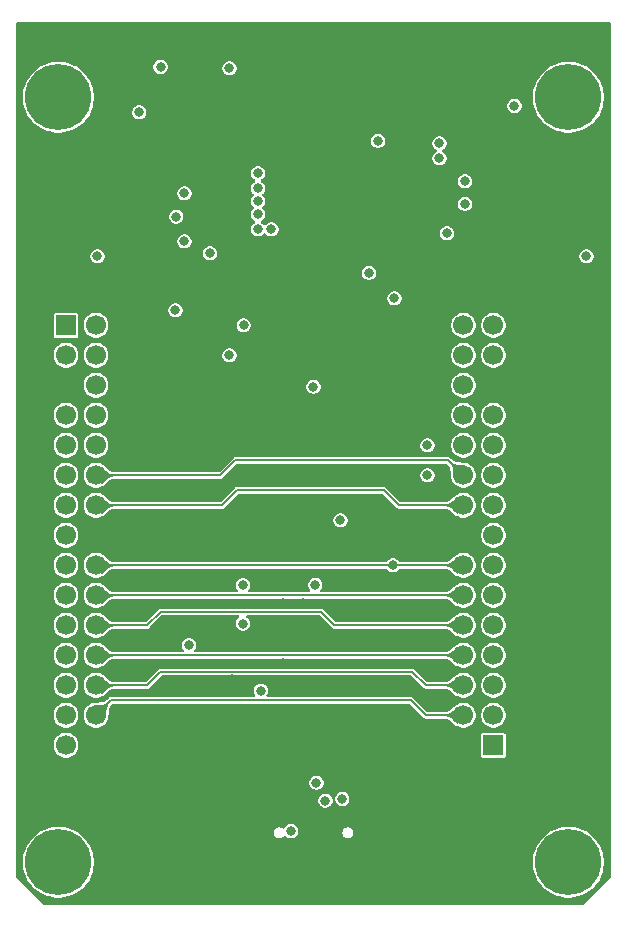
<source format=gbr>
%TF.GenerationSoftware,KiCad,Pcbnew,9.0.6*%
%TF.CreationDate,2026-01-25T13:47:59+09:00*%
%TF.ProjectId,esp32-s3-with-ken-interface,65737033-322d-4733-932d-776974682d6b,rev?*%
%TF.SameCoordinates,Original*%
%TF.FileFunction,Copper,L3,Inr*%
%TF.FilePolarity,Positive*%
%FSLAX46Y46*%
G04 Gerber Fmt 4.6, Leading zero omitted, Abs format (unit mm)*
G04 Created by KiCad (PCBNEW 9.0.6) date 2026-01-25 13:47:59*
%MOMM*%
%LPD*%
G01*
G04 APERTURE LIST*
%TA.AperFunction,ComponentPad*%
%ADD10C,5.600000*%
%TD*%
%TA.AperFunction,HeatsinkPad*%
%ADD11C,0.600000*%
%TD*%
%TA.AperFunction,ComponentPad*%
%ADD12O,1.050000X2.100000*%
%TD*%
%TA.AperFunction,ComponentPad*%
%ADD13R,1.700000X1.700000*%
%TD*%
%TA.AperFunction,ComponentPad*%
%ADD14C,1.700000*%
%TD*%
%TA.AperFunction,ViaPad*%
%ADD15C,0.800000*%
%TD*%
%TA.AperFunction,Conductor*%
%ADD16C,0.150000*%
%TD*%
G04 APERTURE END LIST*
D10*
%TO.N,unconnected-(H1-Pad1)*%
%TO.C,H1*%
X105410000Y-116840000D03*
%TD*%
%TO.N,unconnected-(H2-Pad1)*%
%TO.C,H2*%
X62230000Y-116840000D03*
%TD*%
%TO.N,unconnected-(H4-Pad1)*%
%TO.C,H4*%
X105410000Y-52070000D03*
%TD*%
D11*
%TO.N,GND*%
%TO.C,U4*%
X80920000Y-54084000D03*
X80920000Y-55484000D03*
X81620000Y-53384000D03*
X81620000Y-54784000D03*
X81620000Y-56184000D03*
X82320000Y-54084000D03*
X82320000Y-55484000D03*
X83020000Y-53384000D03*
X83020000Y-54784000D03*
X83020000Y-56184000D03*
X83720000Y-54084000D03*
X83720000Y-55484000D03*
%TD*%
D10*
%TO.N,unconnected-(H3-Pad1)*%
%TO.C,H3*%
X62230000Y-52070000D03*
%TD*%
D12*
%TO.N,GND*%
%TO.C,J1*%
X79500000Y-113803000D03*
X88140000Y-113803000D03*
X79500000Y-117983000D03*
X88140000Y-117983000D03*
%TD*%
D13*
%TO.N,/ADC_A*%
%TO.C,U3*%
X62865000Y-71374000D03*
D14*
%TO.N,/IO17*%
X65405000Y-71374000D03*
%TO.N,/ADC_B*%
X62865000Y-73914000D03*
%TO.N,/IO18*%
X65405000Y-73914000D03*
%TO.N,GND*%
X62865000Y-76454000D03*
%TO.N,/IO19*%
X65405000Y-76454000D03*
%TO.N,/I2S_A_WS*%
X62865000Y-78994000D03*
%TO.N,/IO20*%
X65405000Y-78994000D03*
%TO.N,/I2S_A_SCK*%
X62865000Y-81534000D03*
%TO.N,+3V3*%
X65405000Y-81534000D03*
%TO.N,/I2S_A_SD*%
X62865000Y-84074000D03*
%TO.N,/I2C_A_SDA*%
X65405000Y-84074000D03*
%TO.N,+5V*%
X62865000Y-86614000D03*
%TO.N,/I2C_A_SCL*%
X65405000Y-86614000D03*
%TO.N,/I2S_B_DIN*%
X62865000Y-89154000D03*
%TO.N,GND*%
X65405000Y-89154000D03*
%TO.N,/I2S_B_BCLK*%
X62865000Y-91694000D03*
%TO.N,/IO11*%
X65405000Y-91694000D03*
%TO.N,/I2S_B_LRC*%
X62865000Y-94234000D03*
%TO.N,/IO13*%
X65405000Y-94234000D03*
%TO.N,+3V3*%
X62865000Y-96774000D03*
%TO.N,/IO12*%
X65405000Y-96774000D03*
%TO.N,/I2C_B_SDA*%
X62865000Y-99314000D03*
%TO.N,/IO10*%
X65405000Y-99314000D03*
%TO.N,/I2C_B_SCL*%
X62865000Y-101854000D03*
%TO.N,/BTN_A*%
X65405000Y-101854000D03*
%TO.N,/BTN_C*%
X62865000Y-104394000D03*
%TO.N,/BTN_B*%
X65405000Y-104394000D03*
%TO.N,/BTN_D*%
X62865000Y-106934000D03*
%TO.N,GND*%
X65405000Y-106934000D03*
%TD*%
D13*
%TO.N,/BTN_D*%
%TO.C,U5*%
X99060000Y-106934000D03*
D14*
%TO.N,GND*%
X96520000Y-106934000D03*
%TO.N,/BTN_C*%
X99060000Y-104394000D03*
%TO.N,/BTN_B*%
X96520000Y-104394000D03*
%TO.N,/I2C_B_SCL*%
X99060000Y-101854000D03*
%TO.N,/BTN_A*%
X96520000Y-101854000D03*
%TO.N,/I2C_B_SDA*%
X99060000Y-99314000D03*
%TO.N,/IO10*%
X96520000Y-99314000D03*
%TO.N,+3V3*%
X99060000Y-96774000D03*
%TO.N,/IO12*%
X96520000Y-96774000D03*
%TO.N,/I2S_B_LRC*%
X99060000Y-94234000D03*
%TO.N,/IO13*%
X96520000Y-94234000D03*
%TO.N,/I2S_B_BCLK*%
X99060000Y-91694000D03*
%TO.N,/IO11*%
X96520000Y-91694000D03*
%TO.N,/I2S_B_DIN*%
X99060000Y-89154000D03*
%TO.N,GND*%
X96520000Y-89154000D03*
%TO.N,+5V*%
X99060000Y-86614000D03*
%TO.N,/I2C_A_SCL*%
X96520000Y-86614000D03*
%TO.N,/I2S_A_SD*%
X99060000Y-84074000D03*
%TO.N,/I2C_A_SDA*%
X96520000Y-84074000D03*
%TO.N,/I2S_A_SCK*%
X99060000Y-81534000D03*
%TO.N,+3V3*%
X96520000Y-81534000D03*
%TO.N,/I2S_A_WS*%
X99060000Y-78994000D03*
%TO.N,/IO20*%
X96520000Y-78994000D03*
%TO.N,GND*%
X99060000Y-76454000D03*
%TO.N,/IO19*%
X96520000Y-76454000D03*
%TO.N,/ADC_B*%
X99060000Y-73914000D03*
%TO.N,/IO18*%
X96520000Y-73914000D03*
%TO.N,/ADC_A*%
X99060000Y-71374000D03*
%TO.N,/IO17*%
X96520000Y-71374000D03*
%TD*%
D15*
%TO.N,GND*%
X86614000Y-109093000D03*
X89154000Y-67945000D03*
X62992000Y-113030000D03*
X91059000Y-110998000D03*
X90805000Y-47117000D03*
X71882000Y-106934000D03*
X94742000Y-52197000D03*
X71120000Y-92964000D03*
X84836000Y-115697000D03*
X75565000Y-92456000D03*
X79121000Y-57277000D03*
X75565000Y-81534000D03*
X86360000Y-105791000D03*
X75565000Y-97536000D03*
X99060000Y-113030000D03*
X81280000Y-99949000D03*
X83185000Y-63246000D03*
X77851000Y-84074000D03*
X76962000Y-104267000D03*
X59690000Y-96774000D03*
X88265000Y-86614000D03*
X71882000Y-97536000D03*
X82931000Y-94869000D03*
X96647000Y-52197000D03*
X97790000Y-77724000D03*
X85979000Y-84074000D03*
X71882000Y-113030000D03*
X87630000Y-89281000D03*
X65532000Y-54610000D03*
X85090000Y-105791000D03*
X105918000Y-68326000D03*
X81153000Y-84074000D03*
X83058000Y-57531000D03*
X77851000Y-78994000D03*
X59690000Y-106934000D03*
X59690000Y-81661000D03*
X74168000Y-71374000D03*
X81280000Y-89281000D03*
X85852000Y-54737000D03*
X77851000Y-94996000D03*
X105918000Y-86614000D03*
X101981000Y-113030000D03*
X74168000Y-69723000D03*
X87376000Y-110998000D03*
X59690000Y-76454000D03*
X96520000Y-113030000D03*
X74168000Y-67183000D03*
X83185000Y-109093000D03*
X72771000Y-94996000D03*
X94107000Y-106934000D03*
X79121000Y-54737000D03*
X96774000Y-64643000D03*
X74168000Y-73914000D03*
X68453000Y-55880000D03*
X105918000Y-96774000D03*
X62230000Y-65532000D03*
X80010000Y-110109000D03*
X59690000Y-113030000D03*
X98933000Y-48387000D03*
X65532000Y-58928000D03*
X77851000Y-81534000D03*
X87376000Y-57658000D03*
X80391000Y-116459000D03*
X83566000Y-115697000D03*
X84455000Y-63246000D03*
X65405000Y-113030000D03*
X88265000Y-104521000D03*
X59690000Y-86741000D03*
X59182000Y-65532000D03*
X74168000Y-76327000D03*
X72390000Y-49530000D03*
X72136000Y-89154000D03*
X94488000Y-61087000D03*
X77851000Y-86614000D03*
X81280000Y-94869000D03*
X87249000Y-115062000D03*
X80391000Y-115062000D03*
X86995000Y-63246000D03*
X77851000Y-67183000D03*
X83693000Y-104140000D03*
X75438000Y-110109000D03*
X84836000Y-114173000D03*
X91567000Y-106934000D03*
X71882000Y-104394000D03*
X105918000Y-76454000D03*
X75565000Y-78994000D03*
X77851000Y-76454000D03*
X94742000Y-50927000D03*
X71882000Y-101854000D03*
X77851000Y-69723000D03*
X64389000Y-69723000D03*
X76962000Y-101346000D03*
X91567000Y-104521000D03*
X65532000Y-47371000D03*
X87630000Y-93218000D03*
X77089000Y-47117000D03*
X76962000Y-107315000D03*
X72644000Y-81534000D03*
X101981000Y-106934000D03*
X94488000Y-58547000D03*
X105918000Y-113030000D03*
X87376000Y-77978000D03*
X91567000Y-101981000D03*
X100457000Y-68326000D03*
X74041000Y-94996000D03*
X90805000Y-57277000D03*
%TO.N,/IO17*%
X79121000Y-58494000D03*
X72898000Y-60198000D03*
%TO.N,/IO18*%
X72199500Y-62166500D03*
X79121000Y-59764000D03*
%TO.N,+3V3*%
X73279000Y-98448500D03*
X69064500Y-53340000D03*
X79375000Y-102300000D03*
X83820000Y-76581000D03*
X70873500Y-49496000D03*
%TO.N,/MCU_RX*%
X80264000Y-63246000D03*
X77851000Y-96623500D03*
%TO.N,/MCU_TX*%
X79121000Y-63246000D03*
X77851000Y-93368500D03*
%TO.N,UD+*%
X84833905Y-111619779D03*
X84074000Y-110109000D03*
%TO.N,VBUS*%
X86270000Y-111469000D03*
X81917533Y-114175584D03*
%TO.N,/EN*%
X76708000Y-49604000D03*
X76708000Y-73914000D03*
%TO.N,/IO0*%
X106934000Y-65532000D03*
X90678000Y-69088000D03*
X83966558Y-93345000D03*
X95123000Y-63574000D03*
%TO.N,/IO48*%
X65532000Y-65532000D03*
X88519000Y-66929000D03*
%TO.N,/IO47*%
X89281000Y-55753000D03*
X100838000Y-52808500D03*
%TO.N,/IO11*%
X90551000Y-91694000D03*
%TO.N,/I2C_B_SDA*%
X96647000Y-61087000D03*
%TO.N,/I2C_B_SCL*%
X96647000Y-59182000D03*
%TO.N,/IO19*%
X79121000Y-60833000D03*
X72898000Y-64262000D03*
%TO.N,/BTN_A*%
X93472000Y-84074000D03*
%TO.N,/I2C_A_SDA*%
X72136000Y-70104000D03*
%TO.N,/BTN_B*%
X93472000Y-81534000D03*
%TO.N,/IO20*%
X79121000Y-61976000D03*
X75070000Y-65278000D03*
%TO.N,/I2C_A_SCL*%
X77914500Y-71374000D03*
%TO.N,/BTN_C*%
X94488000Y-57224000D03*
%TO.N,/BTN_D*%
X94488000Y-55954000D03*
%TO.N,+5V*%
X86106000Y-87884000D03*
%TD*%
D16*
%TO.N,/IO13*%
X65405000Y-94234000D02*
X96520000Y-94234000D01*
%TO.N,/IO12*%
X69723000Y-96774000D02*
X70875000Y-95622000D01*
X85601702Y-96774000D02*
X96520000Y-96774000D01*
X70875000Y-95622000D02*
X84449702Y-95622000D01*
X84449702Y-95622000D02*
X85601702Y-96774000D01*
X65405000Y-96774000D02*
X69723000Y-96774000D01*
%TO.N,/IO10*%
X96520000Y-99314000D02*
X65405000Y-99314000D01*
%TO.N,/IO11*%
X65405000Y-91694000D02*
X96520000Y-91694000D01*
%TO.N,/BTN_A*%
X93345000Y-101854000D02*
X96520000Y-101854000D01*
X69723000Y-101854000D02*
X70866000Y-100711000D01*
X70866000Y-100711000D02*
X92202000Y-100711000D01*
X92202000Y-100711000D02*
X93345000Y-101854000D01*
X65405000Y-101854000D02*
X69723000Y-101854000D01*
%TO.N,/I2C_A_SDA*%
X77216000Y-82804000D02*
X75946000Y-84074000D01*
X96520000Y-84074000D02*
X95250000Y-82804000D01*
X75946000Y-84074000D02*
X65405000Y-84074000D01*
X95250000Y-82804000D02*
X77216000Y-82804000D01*
%TO.N,/BTN_B*%
X66675000Y-103124000D02*
X92075000Y-103124000D01*
X92075000Y-103124000D02*
X93345000Y-104394000D01*
X93345000Y-104394000D02*
X96520000Y-104394000D01*
X65405000Y-104394000D02*
X66675000Y-103124000D01*
%TO.N,/I2C_A_SCL*%
X76073000Y-86614000D02*
X65405000Y-86614000D01*
X77343000Y-85344000D02*
X76073000Y-86614000D01*
X89789000Y-85344000D02*
X77343000Y-85344000D01*
X96520000Y-86614000D02*
X91059000Y-86614000D01*
X91059000Y-86614000D02*
X89789000Y-85344000D01*
%TD*%
%TA.AperFunction,Conductor*%
%TO.N,GND*%
G36*
X108962539Y-45739685D02*
G01*
X109008294Y-45792489D01*
X109019500Y-45844000D01*
X109019500Y-117975588D01*
X108999815Y-118042627D01*
X108983181Y-118063269D01*
X106633269Y-120413181D01*
X106571946Y-120446666D01*
X106545588Y-120449500D01*
X61094411Y-120449500D01*
X61027372Y-120429815D01*
X61006730Y-120413181D01*
X58656819Y-118063269D01*
X58623334Y-118001946D01*
X58620500Y-117975588D01*
X58620500Y-116671491D01*
X59229500Y-116671491D01*
X59229500Y-117008508D01*
X59267231Y-117343381D01*
X59267233Y-117343397D01*
X59342223Y-117671953D01*
X59342227Y-117671965D01*
X59453532Y-117990054D01*
X59599752Y-118293683D01*
X59599754Y-118293686D01*
X59779054Y-118579039D01*
X59989175Y-118842523D01*
X60227477Y-119080825D01*
X60490961Y-119290946D01*
X60776314Y-119470246D01*
X61079949Y-119616469D01*
X61318848Y-119700063D01*
X61398034Y-119727772D01*
X61398046Y-119727776D01*
X61726606Y-119802767D01*
X62061492Y-119840499D01*
X62061493Y-119840500D01*
X62061496Y-119840500D01*
X62398507Y-119840500D01*
X62398507Y-119840499D01*
X62733394Y-119802767D01*
X63061954Y-119727776D01*
X63380051Y-119616469D01*
X63683686Y-119470246D01*
X63969039Y-119290946D01*
X64232523Y-119080825D01*
X64470825Y-118842523D01*
X64680946Y-118579039D01*
X64860246Y-118293686D01*
X65006469Y-117990051D01*
X65117776Y-117671954D01*
X65192767Y-117343394D01*
X65230500Y-117008504D01*
X65230500Y-116671496D01*
X65230499Y-116671491D01*
X102409500Y-116671491D01*
X102409500Y-117008508D01*
X102447231Y-117343381D01*
X102447233Y-117343397D01*
X102522223Y-117671953D01*
X102522227Y-117671965D01*
X102633532Y-117990054D01*
X102779752Y-118293683D01*
X102779754Y-118293686D01*
X102959054Y-118579039D01*
X103169175Y-118842523D01*
X103407477Y-119080825D01*
X103670961Y-119290946D01*
X103956314Y-119470246D01*
X104259949Y-119616469D01*
X104498848Y-119700063D01*
X104578034Y-119727772D01*
X104578046Y-119727776D01*
X104906606Y-119802767D01*
X105241492Y-119840499D01*
X105241493Y-119840500D01*
X105241496Y-119840500D01*
X105578507Y-119840500D01*
X105578507Y-119840499D01*
X105913394Y-119802767D01*
X106241954Y-119727776D01*
X106560051Y-119616469D01*
X106863686Y-119470246D01*
X107149039Y-119290946D01*
X107412523Y-119080825D01*
X107650825Y-118842523D01*
X107860946Y-118579039D01*
X108040246Y-118293686D01*
X108186469Y-117990051D01*
X108297776Y-117671954D01*
X108372767Y-117343394D01*
X108410500Y-117008504D01*
X108410500Y-116671496D01*
X108372767Y-116336606D01*
X108297776Y-116008046D01*
X108186469Y-115689949D01*
X108040246Y-115386314D01*
X107860946Y-115100961D01*
X107650825Y-114837477D01*
X107412523Y-114599175D01*
X107400492Y-114589581D01*
X107296796Y-114506886D01*
X107149039Y-114389054D01*
X106863686Y-114209754D01*
X106863683Y-114209752D01*
X106560054Y-114063532D01*
X106241965Y-113952227D01*
X106241953Y-113952223D01*
X105913397Y-113877233D01*
X105913381Y-113877231D01*
X105578508Y-113839500D01*
X105578504Y-113839500D01*
X105241496Y-113839500D01*
X105241491Y-113839500D01*
X104906618Y-113877231D01*
X104906602Y-113877233D01*
X104578046Y-113952223D01*
X104578034Y-113952227D01*
X104259945Y-114063532D01*
X103956316Y-114209752D01*
X103670962Y-114389053D01*
X103407477Y-114599174D01*
X103169174Y-114837477D01*
X102959053Y-115100962D01*
X102779752Y-115386316D01*
X102633532Y-115689945D01*
X102522227Y-116008034D01*
X102522223Y-116008046D01*
X102447233Y-116336602D01*
X102447231Y-116336618D01*
X102409500Y-116671491D01*
X65230499Y-116671491D01*
X65192767Y-116336606D01*
X65117776Y-116008046D01*
X65006469Y-115689949D01*
X64860246Y-115386314D01*
X64680946Y-115100961D01*
X64470825Y-114837477D01*
X64232523Y-114599175D01*
X64220492Y-114589581D01*
X64116796Y-114506886D01*
X63969039Y-114389054D01*
X63785441Y-114273691D01*
X80479500Y-114273691D01*
X80479500Y-114392309D01*
X80510201Y-114506886D01*
X80569511Y-114609613D01*
X80653387Y-114693489D01*
X80756114Y-114752799D01*
X80870691Y-114783500D01*
X80870694Y-114783500D01*
X80989306Y-114783500D01*
X80989309Y-114783500D01*
X81103886Y-114752799D01*
X81206613Y-114693489D01*
X81290489Y-114609613D01*
X81290493Y-114609605D01*
X81295437Y-114603164D01*
X81297930Y-114605077D01*
X81337703Y-114567093D01*
X81406299Y-114553814D01*
X81471185Y-114579729D01*
X81482294Y-114589581D01*
X81548817Y-114656104D01*
X81548819Y-114656105D01*
X81548823Y-114656108D01*
X81613570Y-114693489D01*
X81685749Y-114735161D01*
X81838476Y-114776084D01*
X81838478Y-114776084D01*
X81996588Y-114776084D01*
X81996590Y-114776084D01*
X82149317Y-114735161D01*
X82286249Y-114656104D01*
X82398053Y-114544300D01*
X82477110Y-114407368D01*
X82512929Y-114273691D01*
X86259500Y-114273691D01*
X86259500Y-114392309D01*
X86290201Y-114506886D01*
X86349511Y-114609613D01*
X86433387Y-114693489D01*
X86536114Y-114752799D01*
X86650691Y-114783500D01*
X86650694Y-114783500D01*
X86769306Y-114783500D01*
X86769309Y-114783500D01*
X86883886Y-114752799D01*
X86986613Y-114693489D01*
X87070489Y-114609613D01*
X87129799Y-114506886D01*
X87160500Y-114392309D01*
X87160500Y-114273691D01*
X87129799Y-114159114D01*
X87070489Y-114056387D01*
X86986613Y-113972511D01*
X86883886Y-113913201D01*
X86769309Y-113882500D01*
X86650691Y-113882500D01*
X86536114Y-113913201D01*
X86536112Y-113913201D01*
X86536112Y-113913202D01*
X86433387Y-113972511D01*
X86433384Y-113972513D01*
X86349513Y-114056384D01*
X86349511Y-114056387D01*
X86290201Y-114159114D01*
X86259500Y-114273691D01*
X82512929Y-114273691D01*
X82518033Y-114254641D01*
X82518033Y-114096527D01*
X82477110Y-113943800D01*
X82465378Y-113923479D01*
X82398057Y-113806874D01*
X82398051Y-113806866D01*
X82286250Y-113695065D01*
X82286242Y-113695059D01*
X82149323Y-113616010D01*
X82149319Y-113616008D01*
X82149317Y-113616007D01*
X81996590Y-113575084D01*
X81838476Y-113575084D01*
X81685749Y-113616007D01*
X81685742Y-113616010D01*
X81548823Y-113695059D01*
X81548815Y-113695065D01*
X81437014Y-113806866D01*
X81437010Y-113806871D01*
X81369687Y-113923479D01*
X81319120Y-113971695D01*
X81250513Y-113984918D01*
X81200300Y-113968866D01*
X81103886Y-113913201D01*
X80989309Y-113882500D01*
X80870691Y-113882500D01*
X80756114Y-113913201D01*
X80756112Y-113913201D01*
X80756112Y-113913202D01*
X80653387Y-113972511D01*
X80653384Y-113972513D01*
X80569513Y-114056384D01*
X80569511Y-114056387D01*
X80510201Y-114159114D01*
X80479500Y-114273691D01*
X63785441Y-114273691D01*
X63683686Y-114209754D01*
X63683683Y-114209752D01*
X63380054Y-114063532D01*
X63061965Y-113952227D01*
X63061953Y-113952223D01*
X62733397Y-113877233D01*
X62733381Y-113877231D01*
X62398508Y-113839500D01*
X62398504Y-113839500D01*
X62061496Y-113839500D01*
X62061491Y-113839500D01*
X61726618Y-113877231D01*
X61726602Y-113877233D01*
X61398046Y-113952223D01*
X61398034Y-113952227D01*
X61079945Y-114063532D01*
X60776316Y-114209752D01*
X60490962Y-114389053D01*
X60227477Y-114599174D01*
X59989174Y-114837477D01*
X59779053Y-115100962D01*
X59599752Y-115386316D01*
X59453532Y-115689945D01*
X59342227Y-116008034D01*
X59342223Y-116008046D01*
X59267233Y-116336602D01*
X59267231Y-116336618D01*
X59229500Y-116671491D01*
X58620500Y-116671491D01*
X58620500Y-111540722D01*
X84233405Y-111540722D01*
X84233405Y-111698835D01*
X84274328Y-111851562D01*
X84274331Y-111851569D01*
X84353380Y-111988488D01*
X84353384Y-111988493D01*
X84353385Y-111988495D01*
X84465189Y-112100299D01*
X84465191Y-112100300D01*
X84465195Y-112100303D01*
X84602114Y-112179352D01*
X84602121Y-112179356D01*
X84754848Y-112220279D01*
X84754850Y-112220279D01*
X84912960Y-112220279D01*
X84912962Y-112220279D01*
X85065689Y-112179356D01*
X85202621Y-112100299D01*
X85314425Y-111988495D01*
X85393482Y-111851563D01*
X85434405Y-111698836D01*
X85434405Y-111540722D01*
X85394004Y-111389943D01*
X85669500Y-111389943D01*
X85669500Y-111548057D01*
X85680872Y-111590497D01*
X85710423Y-111700783D01*
X85710426Y-111700790D01*
X85789475Y-111837709D01*
X85789479Y-111837714D01*
X85789480Y-111837716D01*
X85901284Y-111949520D01*
X85901286Y-111949521D01*
X85901290Y-111949524D01*
X85968779Y-111988488D01*
X86038216Y-112028577D01*
X86190943Y-112069500D01*
X86190945Y-112069500D01*
X86349055Y-112069500D01*
X86349057Y-112069500D01*
X86501784Y-112028577D01*
X86638716Y-111949520D01*
X86750520Y-111837716D01*
X86829577Y-111700784D01*
X86870500Y-111548057D01*
X86870500Y-111389943D01*
X86829577Y-111237216D01*
X86773022Y-111139259D01*
X86750524Y-111100290D01*
X86750518Y-111100282D01*
X86638717Y-110988481D01*
X86638709Y-110988475D01*
X86501790Y-110909426D01*
X86501786Y-110909424D01*
X86501784Y-110909423D01*
X86349057Y-110868500D01*
X86190943Y-110868500D01*
X86038216Y-110909423D01*
X86038209Y-110909426D01*
X85901290Y-110988475D01*
X85901282Y-110988481D01*
X85789481Y-111100282D01*
X85789475Y-111100290D01*
X85710426Y-111237209D01*
X85710423Y-111237216D01*
X85669500Y-111389943D01*
X85394004Y-111389943D01*
X85393482Y-111387995D01*
X85393478Y-111387988D01*
X85314429Y-111251069D01*
X85314423Y-111251061D01*
X85202622Y-111139260D01*
X85202614Y-111139254D01*
X85065695Y-111060205D01*
X85065691Y-111060203D01*
X85065689Y-111060202D01*
X84912962Y-111019279D01*
X84754848Y-111019279D01*
X84602121Y-111060202D01*
X84602114Y-111060205D01*
X84465195Y-111139254D01*
X84465187Y-111139260D01*
X84353386Y-111251061D01*
X84353380Y-111251069D01*
X84274331Y-111387988D01*
X84274328Y-111387995D01*
X84233405Y-111540722D01*
X58620500Y-111540722D01*
X58620500Y-110029943D01*
X83473500Y-110029943D01*
X83473500Y-110188056D01*
X83514423Y-110340783D01*
X83514426Y-110340790D01*
X83593475Y-110477709D01*
X83593479Y-110477714D01*
X83593480Y-110477716D01*
X83705284Y-110589520D01*
X83705286Y-110589521D01*
X83705290Y-110589524D01*
X83842209Y-110668573D01*
X83842216Y-110668577D01*
X83994943Y-110709500D01*
X83994945Y-110709500D01*
X84153055Y-110709500D01*
X84153057Y-110709500D01*
X84305784Y-110668577D01*
X84442716Y-110589520D01*
X84554520Y-110477716D01*
X84633577Y-110340784D01*
X84674500Y-110188057D01*
X84674500Y-110029943D01*
X84633577Y-109877216D01*
X84633573Y-109877209D01*
X84554524Y-109740290D01*
X84554518Y-109740282D01*
X84442717Y-109628481D01*
X84442709Y-109628475D01*
X84305790Y-109549426D01*
X84305786Y-109549424D01*
X84305784Y-109549423D01*
X84153057Y-109508500D01*
X83994943Y-109508500D01*
X83842216Y-109549423D01*
X83842209Y-109549426D01*
X83705290Y-109628475D01*
X83705282Y-109628481D01*
X83593481Y-109740282D01*
X83593475Y-109740290D01*
X83514426Y-109877209D01*
X83514423Y-109877216D01*
X83473500Y-110029943D01*
X58620500Y-110029943D01*
X58620500Y-106830530D01*
X61814500Y-106830530D01*
X61814500Y-107037469D01*
X61854868Y-107240412D01*
X61854870Y-107240420D01*
X61934058Y-107431596D01*
X62049024Y-107603657D01*
X62195342Y-107749975D01*
X62195345Y-107749977D01*
X62367402Y-107864941D01*
X62558580Y-107944130D01*
X62703052Y-107972867D01*
X62761530Y-107984499D01*
X62761534Y-107984500D01*
X62761535Y-107984500D01*
X62968466Y-107984500D01*
X62968467Y-107984499D01*
X63171420Y-107944130D01*
X63362598Y-107864941D01*
X63534655Y-107749977D01*
X63680977Y-107603655D01*
X63795941Y-107431598D01*
X63875130Y-107240420D01*
X63915500Y-107037465D01*
X63915500Y-106830535D01*
X63875130Y-106627580D01*
X63795941Y-106436402D01*
X63680977Y-106264345D01*
X63680975Y-106264342D01*
X63534657Y-106118024D01*
X63454173Y-106064247D01*
X98009500Y-106064247D01*
X98009500Y-107803752D01*
X98021131Y-107862229D01*
X98021132Y-107862230D01*
X98065447Y-107928552D01*
X98131769Y-107972867D01*
X98131770Y-107972868D01*
X98190247Y-107984499D01*
X98190250Y-107984500D01*
X98190252Y-107984500D01*
X99929750Y-107984500D01*
X99929751Y-107984499D01*
X99944568Y-107981552D01*
X99988229Y-107972868D01*
X99988229Y-107972867D01*
X99988231Y-107972867D01*
X100054552Y-107928552D01*
X100098867Y-107862231D01*
X100098867Y-107862229D01*
X100098868Y-107862229D01*
X100110499Y-107803752D01*
X100110500Y-107803750D01*
X100110500Y-106064249D01*
X100110499Y-106064247D01*
X100098868Y-106005770D01*
X100098867Y-106005769D01*
X100054552Y-105939447D01*
X99988230Y-105895132D01*
X99988229Y-105895131D01*
X99929752Y-105883500D01*
X99929748Y-105883500D01*
X98190252Y-105883500D01*
X98190247Y-105883500D01*
X98131770Y-105895131D01*
X98131769Y-105895132D01*
X98065447Y-105939447D01*
X98021132Y-106005769D01*
X98021131Y-106005770D01*
X98009500Y-106064247D01*
X63454173Y-106064247D01*
X63366655Y-106005770D01*
X63362598Y-106003059D01*
X63171420Y-105923870D01*
X63171412Y-105923868D01*
X62968469Y-105883500D01*
X62968465Y-105883500D01*
X62761535Y-105883500D01*
X62761530Y-105883500D01*
X62558587Y-105923868D01*
X62558579Y-105923870D01*
X62367403Y-106003058D01*
X62195342Y-106118024D01*
X62049024Y-106264342D01*
X61934058Y-106436403D01*
X61854870Y-106627579D01*
X61854868Y-106627587D01*
X61814500Y-106830530D01*
X58620500Y-106830530D01*
X58620500Y-104290530D01*
X61814500Y-104290530D01*
X61814500Y-104497469D01*
X61854868Y-104700412D01*
X61854870Y-104700420D01*
X61865997Y-104727284D01*
X61934059Y-104891598D01*
X61963806Y-104936118D01*
X62049024Y-105063657D01*
X62195342Y-105209975D01*
X62195345Y-105209977D01*
X62367402Y-105324941D01*
X62558580Y-105404130D01*
X62761530Y-105444499D01*
X62761534Y-105444500D01*
X62761535Y-105444500D01*
X62968466Y-105444500D01*
X62968467Y-105444499D01*
X63171420Y-105404130D01*
X63362598Y-105324941D01*
X63534655Y-105209977D01*
X63680977Y-105063655D01*
X63795941Y-104891598D01*
X63875130Y-104700420D01*
X63915500Y-104497465D01*
X63915500Y-104290535D01*
X63915499Y-104290530D01*
X64354500Y-104290530D01*
X64354500Y-104497469D01*
X64394868Y-104700412D01*
X64394870Y-104700420D01*
X64405997Y-104727284D01*
X64474059Y-104891598D01*
X64503806Y-104936118D01*
X64589024Y-105063657D01*
X64735342Y-105209975D01*
X64735345Y-105209977D01*
X64907402Y-105324941D01*
X65098580Y-105404130D01*
X65301530Y-105444499D01*
X65301534Y-105444500D01*
X65301535Y-105444500D01*
X65508466Y-105444500D01*
X65508467Y-105444499D01*
X65711420Y-105404130D01*
X65902598Y-105324941D01*
X66074655Y-105209977D01*
X66220977Y-105063655D01*
X66335941Y-104891598D01*
X66415130Y-104700420D01*
X66434333Y-104603876D01*
X66443809Y-104577115D01*
X66454962Y-104500165D01*
X66455500Y-104497465D01*
X66455500Y-104497449D01*
X66455531Y-104497145D01*
X66456216Y-104491524D01*
X66485349Y-104290534D01*
X66485491Y-104289554D01*
X66486489Y-104281564D01*
X66486585Y-104280651D01*
X66487273Y-104272591D01*
X66500809Y-104065879D01*
X66500885Y-104064795D01*
X66504267Y-104019373D01*
X66514465Y-103882397D01*
X66516009Y-103870070D01*
X66525993Y-103813521D01*
X66529331Y-103799463D01*
X66544554Y-103748731D01*
X66550410Y-103733117D01*
X66574273Y-103680558D01*
X66581858Y-103666380D01*
X66621462Y-103602677D01*
X66629260Y-103591549D01*
X66692292Y-103511359D01*
X66699141Y-103503370D01*
X66759436Y-103438840D01*
X66819589Y-103403297D01*
X66850039Y-103399500D01*
X91909523Y-103399500D01*
X91976562Y-103419185D01*
X91997204Y-103435819D01*
X93188938Y-104627555D01*
X93188939Y-104627555D01*
X93188941Y-104627557D01*
X93218595Y-104639839D01*
X93218597Y-104639841D01*
X93218598Y-104639841D01*
X93239570Y-104648527D01*
X93290200Y-104669500D01*
X94804197Y-104669500D01*
X94811362Y-104669707D01*
X94821957Y-104670320D01*
X94841033Y-104674758D01*
X94971074Y-104678950D01*
X94972637Y-104679041D01*
X94972941Y-104679150D01*
X94979375Y-104679616D01*
X95078929Y-104690864D01*
X95090790Y-104692791D01*
X95156210Y-104706719D01*
X95169214Y-104710237D01*
X95196427Y-104719209D01*
X95210837Y-104723961D01*
X95230271Y-104732265D01*
X95321307Y-104780730D01*
X95340682Y-104793505D01*
X95460087Y-104889406D01*
X95465400Y-104893925D01*
X95509973Y-104934049D01*
X95509998Y-104934071D01*
X95512312Y-104936122D01*
X95616272Y-105026909D01*
X95682057Y-105084360D01*
X95686973Y-105088484D01*
X95688263Y-105089567D01*
X95688985Y-105090149D01*
X95695466Y-105095164D01*
X95695473Y-105095169D01*
X95915416Y-105258436D01*
X95918021Y-105260320D01*
X95919520Y-105261404D01*
X95919974Y-105261724D01*
X95931370Y-105266617D01*
X95951326Y-105277449D01*
X96022402Y-105324941D01*
X96213580Y-105404130D01*
X96416530Y-105444499D01*
X96416534Y-105444500D01*
X96416535Y-105444500D01*
X96623466Y-105444500D01*
X96623467Y-105444499D01*
X96826420Y-105404130D01*
X97017598Y-105324941D01*
X97189655Y-105209977D01*
X97335977Y-105063655D01*
X97450941Y-104891598D01*
X97530130Y-104700420D01*
X97570500Y-104497465D01*
X97570500Y-104290535D01*
X97570499Y-104290530D01*
X98009500Y-104290530D01*
X98009500Y-104497469D01*
X98049868Y-104700412D01*
X98049870Y-104700420D01*
X98060997Y-104727284D01*
X98129059Y-104891598D01*
X98158806Y-104936118D01*
X98244024Y-105063657D01*
X98390342Y-105209975D01*
X98390345Y-105209977D01*
X98562402Y-105324941D01*
X98753580Y-105404130D01*
X98956530Y-105444499D01*
X98956534Y-105444500D01*
X98956535Y-105444500D01*
X99163466Y-105444500D01*
X99163467Y-105444499D01*
X99366420Y-105404130D01*
X99557598Y-105324941D01*
X99729655Y-105209977D01*
X99875977Y-105063655D01*
X99990941Y-104891598D01*
X100070130Y-104700420D01*
X100110500Y-104497465D01*
X100110500Y-104290535D01*
X100070130Y-104087580D01*
X99990941Y-103896402D01*
X99875977Y-103724345D01*
X99875975Y-103724342D01*
X99729657Y-103578024D01*
X99631998Y-103512771D01*
X99557598Y-103463059D01*
X99557593Y-103463057D01*
X99366420Y-103383870D01*
X99366412Y-103383868D01*
X99163469Y-103343500D01*
X99163465Y-103343500D01*
X98956535Y-103343500D01*
X98956530Y-103343500D01*
X98753587Y-103383868D01*
X98753579Y-103383870D01*
X98562403Y-103463058D01*
X98390342Y-103578024D01*
X98244024Y-103724342D01*
X98129058Y-103896403D01*
X98049870Y-104087579D01*
X98049868Y-104087587D01*
X98009500Y-104290530D01*
X97570499Y-104290530D01*
X97530130Y-104087580D01*
X97450941Y-103896402D01*
X97335977Y-103724345D01*
X97335975Y-103724342D01*
X97189657Y-103578024D01*
X97091998Y-103512771D01*
X97017598Y-103463059D01*
X97017593Y-103463057D01*
X96826420Y-103383870D01*
X96826412Y-103383868D01*
X96623469Y-103343500D01*
X96623465Y-103343500D01*
X96416535Y-103343500D01*
X96416530Y-103343500D01*
X96213587Y-103383868D01*
X96213579Y-103383870D01*
X96022404Y-103463057D01*
X95947997Y-103512771D01*
X95947998Y-103512772D01*
X95940560Y-103517741D01*
X95914934Y-103529967D01*
X95852619Y-103576502D01*
X95851347Y-103577352D01*
X95850335Y-103578029D01*
X95850088Y-103578232D01*
X95845646Y-103581710D01*
X95723104Y-103673225D01*
X95682113Y-103703837D01*
X95675775Y-103708766D01*
X95675747Y-103708788D01*
X95675744Y-103708791D01*
X95675086Y-103709323D01*
X95668847Y-103714581D01*
X95513135Y-103851153D01*
X95512302Y-103851878D01*
X95484233Y-103876058D01*
X95484000Y-103876258D01*
X95483979Y-103876276D01*
X95373742Y-103971233D01*
X95363916Y-103978873D01*
X95316894Y-104011783D01*
X95304577Y-104019373D01*
X95257939Y-104044484D01*
X95242743Y-104051390D01*
X95188738Y-104071668D01*
X95173317Y-104076340D01*
X95100294Y-104093373D01*
X95086875Y-104095735D01*
X94985637Y-104107863D01*
X94975094Y-104108672D01*
X94840663Y-104113234D01*
X94830792Y-104115461D01*
X94803508Y-104118500D01*
X93510478Y-104118500D01*
X93443439Y-104098815D01*
X93422797Y-104082181D01*
X92231059Y-102890444D01*
X92231058Y-102890443D01*
X92129800Y-102848500D01*
X79966496Y-102848500D01*
X79899457Y-102828815D01*
X79853702Y-102776011D01*
X79843758Y-102706853D01*
X79859109Y-102662501D01*
X79904323Y-102584184D01*
X79934577Y-102531784D01*
X79975500Y-102379057D01*
X79975500Y-102220943D01*
X79934577Y-102068216D01*
X79870636Y-101957466D01*
X79855524Y-101931290D01*
X79855518Y-101931282D01*
X79743717Y-101819481D01*
X79743709Y-101819475D01*
X79606790Y-101740426D01*
X79606786Y-101740424D01*
X79606784Y-101740423D01*
X79454057Y-101699500D01*
X79295943Y-101699500D01*
X79143216Y-101740423D01*
X79143209Y-101740426D01*
X79006290Y-101819475D01*
X79006282Y-101819481D01*
X78894481Y-101931282D01*
X78894475Y-101931290D01*
X78815426Y-102068209D01*
X78815423Y-102068216D01*
X78774500Y-102220943D01*
X78774500Y-102379057D01*
X78813246Y-102523657D01*
X78815423Y-102531783D01*
X78815426Y-102531790D01*
X78890891Y-102662501D01*
X78907364Y-102730401D01*
X78884511Y-102796428D01*
X78829590Y-102839618D01*
X78783504Y-102848500D01*
X66620198Y-102848500D01*
X66548599Y-102878158D01*
X66548598Y-102878157D01*
X66518943Y-102890441D01*
X66518942Y-102890442D01*
X66423444Y-102985938D01*
X66418231Y-102990857D01*
X66410305Y-102997915D01*
X66393683Y-103008264D01*
X66298809Y-103097208D01*
X66297600Y-103098286D01*
X66297307Y-103098424D01*
X66292417Y-103102654D01*
X66214079Y-103165088D01*
X66204300Y-103172133D01*
X66177152Y-103189752D01*
X66177068Y-103189805D01*
X66148219Y-103208527D01*
X66136533Y-103215237D01*
X66097399Y-103234963D01*
X66077778Y-103242835D01*
X65979147Y-103272934D01*
X65956411Y-103277602D01*
X65804145Y-103294225D01*
X65797194Y-103294786D01*
X65737350Y-103297930D01*
X65737341Y-103297930D01*
X65737294Y-103297933D01*
X65735811Y-103298021D01*
X65734115Y-103298123D01*
X65509376Y-103313324D01*
X65509347Y-103313326D01*
X65509340Y-103313327D01*
X65507135Y-103313520D01*
X65501251Y-103314035D01*
X65500488Y-103314117D01*
X65500373Y-103314130D01*
X65498696Y-103314343D01*
X65492251Y-103315165D01*
X65350621Y-103336112D01*
X65221250Y-103355247D01*
X65215875Y-103356115D01*
X65215863Y-103356117D01*
X65215845Y-103356120D01*
X65215320Y-103356212D01*
X65203907Y-103360779D01*
X65182033Y-103367270D01*
X65098587Y-103383868D01*
X65098579Y-103383870D01*
X64907403Y-103463058D01*
X64735342Y-103578024D01*
X64589024Y-103724342D01*
X64474058Y-103896403D01*
X64394870Y-104087579D01*
X64394868Y-104087587D01*
X64354500Y-104290530D01*
X63915499Y-104290530D01*
X63875130Y-104087580D01*
X63795941Y-103896402D01*
X63680977Y-103724345D01*
X63680975Y-103724342D01*
X63534657Y-103578024D01*
X63436998Y-103512771D01*
X63362598Y-103463059D01*
X63362593Y-103463057D01*
X63171420Y-103383870D01*
X63171412Y-103383868D01*
X62968469Y-103343500D01*
X62968465Y-103343500D01*
X62761535Y-103343500D01*
X62761530Y-103343500D01*
X62558587Y-103383868D01*
X62558579Y-103383870D01*
X62367403Y-103463058D01*
X62195342Y-103578024D01*
X62049024Y-103724342D01*
X61934058Y-103896403D01*
X61854870Y-104087579D01*
X61854868Y-104087587D01*
X61814500Y-104290530D01*
X58620500Y-104290530D01*
X58620500Y-101750530D01*
X61814500Y-101750530D01*
X61814500Y-101957469D01*
X61854868Y-102160412D01*
X61854870Y-102160420D01*
X61903061Y-102276764D01*
X61934059Y-102351598D01*
X61963806Y-102396118D01*
X62049024Y-102523657D01*
X62195342Y-102669975D01*
X62195345Y-102669977D01*
X62367402Y-102784941D01*
X62558580Y-102864130D01*
X62761530Y-102904499D01*
X62761534Y-102904500D01*
X62761535Y-102904500D01*
X62968466Y-102904500D01*
X62968467Y-102904499D01*
X63171420Y-102864130D01*
X63362598Y-102784941D01*
X63534655Y-102669977D01*
X63680977Y-102523655D01*
X63795941Y-102351598D01*
X63875130Y-102160420D01*
X63915500Y-101957465D01*
X63915500Y-101750535D01*
X63915499Y-101750530D01*
X64354500Y-101750530D01*
X64354500Y-101957469D01*
X64394868Y-102160412D01*
X64394870Y-102160420D01*
X64443061Y-102276764D01*
X64474059Y-102351598D01*
X64503806Y-102396118D01*
X64589024Y-102523657D01*
X64735342Y-102669975D01*
X64735345Y-102669977D01*
X64907402Y-102784941D01*
X65098580Y-102864130D01*
X65301530Y-102904499D01*
X65301534Y-102904500D01*
X65301535Y-102904500D01*
X65508466Y-102904500D01*
X65508467Y-102904499D01*
X65711420Y-102864130D01*
X65902598Y-102784941D01*
X65984442Y-102730254D01*
X66010066Y-102718031D01*
X66072354Y-102671513D01*
X66074655Y-102669977D01*
X66074671Y-102669960D01*
X66074892Y-102669781D01*
X66079370Y-102666273D01*
X66242875Y-102544170D01*
X66249213Y-102539241D01*
X66249927Y-102538663D01*
X66256131Y-102533434D01*
X66411929Y-102396786D01*
X66412520Y-102396272D01*
X66551262Y-102276756D01*
X66561074Y-102269128D01*
X66608119Y-102236204D01*
X66620403Y-102228633D01*
X66667068Y-102203508D01*
X66682231Y-102196617D01*
X66736272Y-102176325D01*
X66751683Y-102171656D01*
X66824701Y-102154624D01*
X66838111Y-102152263D01*
X66939378Y-102140132D01*
X66949893Y-102139326D01*
X67084333Y-102134765D01*
X67091810Y-102133078D01*
X67094214Y-102132537D01*
X67121490Y-102129500D01*
X69777799Y-102129500D01*
X69777800Y-102129500D01*
X69879058Y-102087557D01*
X69956557Y-102010058D01*
X69956556Y-102010058D01*
X70015125Y-101951489D01*
X70943797Y-101022819D01*
X71005120Y-100989334D01*
X71031478Y-100986500D01*
X92036523Y-100986500D01*
X92103562Y-101006185D01*
X92124204Y-101022819D01*
X93188938Y-102087555D01*
X93188939Y-102087555D01*
X93188941Y-102087557D01*
X93218595Y-102099839D01*
X93218597Y-102099841D01*
X93218598Y-102099841D01*
X93239570Y-102108527D01*
X93290200Y-102129500D01*
X94804197Y-102129500D01*
X94811362Y-102129707D01*
X94821957Y-102130320D01*
X94841033Y-102134758D01*
X94971074Y-102138950D01*
X94972637Y-102139041D01*
X94972941Y-102139150D01*
X94979375Y-102139616D01*
X95078929Y-102150864D01*
X95090790Y-102152791D01*
X95156210Y-102166719D01*
X95169214Y-102170237D01*
X95173518Y-102171656D01*
X95210837Y-102183961D01*
X95230271Y-102192265D01*
X95321307Y-102240730D01*
X95340682Y-102253505D01*
X95460087Y-102349406D01*
X95465400Y-102353925D01*
X95509973Y-102394049D01*
X95509998Y-102394071D01*
X95512312Y-102396122D01*
X95616272Y-102486909D01*
X95682057Y-102544360D01*
X95686973Y-102548484D01*
X95688263Y-102549567D01*
X95688985Y-102550149D01*
X95695466Y-102555164D01*
X95695473Y-102555169D01*
X95915416Y-102718436D01*
X95918021Y-102720320D01*
X95919520Y-102721404D01*
X95919974Y-102721724D01*
X95931370Y-102726617D01*
X95951326Y-102737449D01*
X96022402Y-102784941D01*
X96213580Y-102864130D01*
X96416530Y-102904499D01*
X96416534Y-102904500D01*
X96416535Y-102904500D01*
X96623466Y-102904500D01*
X96623467Y-102904499D01*
X96826420Y-102864130D01*
X97017598Y-102784941D01*
X97189655Y-102669977D01*
X97335977Y-102523655D01*
X97450941Y-102351598D01*
X97530130Y-102160420D01*
X97570500Y-101957465D01*
X97570500Y-101750535D01*
X97570499Y-101750530D01*
X98009500Y-101750530D01*
X98009500Y-101957469D01*
X98049868Y-102160412D01*
X98049870Y-102160420D01*
X98098061Y-102276764D01*
X98129059Y-102351598D01*
X98158806Y-102396118D01*
X98244024Y-102523657D01*
X98390342Y-102669975D01*
X98390345Y-102669977D01*
X98562402Y-102784941D01*
X98753580Y-102864130D01*
X98956530Y-102904499D01*
X98956534Y-102904500D01*
X98956535Y-102904500D01*
X99163466Y-102904500D01*
X99163467Y-102904499D01*
X99366420Y-102864130D01*
X99557598Y-102784941D01*
X99729655Y-102669977D01*
X99875977Y-102523655D01*
X99990941Y-102351598D01*
X100070130Y-102160420D01*
X100110500Y-101957465D01*
X100110500Y-101750535D01*
X100070130Y-101547580D01*
X99990941Y-101356402D01*
X99875977Y-101184345D01*
X99875975Y-101184342D01*
X99729657Y-101038024D01*
X99628578Y-100970486D01*
X99557598Y-100923059D01*
X99557593Y-100923057D01*
X99366420Y-100843870D01*
X99366412Y-100843868D01*
X99163469Y-100803500D01*
X99163465Y-100803500D01*
X98956535Y-100803500D01*
X98956530Y-100803500D01*
X98753587Y-100843868D01*
X98753579Y-100843870D01*
X98562403Y-100923058D01*
X98390342Y-101038024D01*
X98244024Y-101184342D01*
X98129058Y-101356403D01*
X98049870Y-101547579D01*
X98049868Y-101547587D01*
X98009500Y-101750530D01*
X97570499Y-101750530D01*
X97530130Y-101547580D01*
X97450941Y-101356402D01*
X97335977Y-101184345D01*
X97335975Y-101184342D01*
X97189657Y-101038024D01*
X97088578Y-100970486D01*
X97017598Y-100923059D01*
X97017593Y-100923057D01*
X96826420Y-100843870D01*
X96826412Y-100843868D01*
X96623469Y-100803500D01*
X96623465Y-100803500D01*
X96416535Y-100803500D01*
X96416530Y-100803500D01*
X96213587Y-100843868D01*
X96213579Y-100843870D01*
X96022404Y-100923057D01*
X95947997Y-100972771D01*
X95947998Y-100972772D01*
X95940560Y-100977741D01*
X95914934Y-100989967D01*
X95852619Y-101036502D01*
X95851347Y-101037352D01*
X95850335Y-101038029D01*
X95850088Y-101038232D01*
X95845646Y-101041710D01*
X95689351Y-101158432D01*
X95682113Y-101163837D01*
X95675775Y-101168766D01*
X95675747Y-101168788D01*
X95675744Y-101168791D01*
X95675086Y-101169323D01*
X95668847Y-101174581D01*
X95513135Y-101311153D01*
X95512302Y-101311878D01*
X95484233Y-101336058D01*
X95484000Y-101336258D01*
X95483979Y-101336276D01*
X95373742Y-101431233D01*
X95363916Y-101438873D01*
X95316894Y-101471783D01*
X95304577Y-101479373D01*
X95257939Y-101504484D01*
X95242743Y-101511390D01*
X95188738Y-101531668D01*
X95173317Y-101536340D01*
X95100294Y-101553373D01*
X95086875Y-101555735D01*
X94985637Y-101567863D01*
X94975094Y-101568672D01*
X94840663Y-101573234D01*
X94830792Y-101575461D01*
X94803508Y-101578500D01*
X93510478Y-101578500D01*
X93443439Y-101558815D01*
X93422797Y-101542181D01*
X92358059Y-100477444D01*
X92358058Y-100477443D01*
X92256800Y-100435500D01*
X70811200Y-100435500D01*
X70811198Y-100435500D01*
X70739599Y-100465158D01*
X70709939Y-100477443D01*
X69645204Y-101542181D01*
X69583881Y-101575666D01*
X69557523Y-101578500D01*
X67120805Y-101578500D01*
X67113639Y-101578293D01*
X67103040Y-101577679D01*
X67083968Y-101573241D01*
X66953966Y-101569049D01*
X66952364Y-101568957D01*
X66952059Y-101568847D01*
X66945608Y-101568380D01*
X66846077Y-101557134D01*
X66834182Y-101555201D01*
X66768799Y-101541282D01*
X66755793Y-101537765D01*
X66714161Y-101524037D01*
X66694722Y-101515729D01*
X66603681Y-101467261D01*
X66584304Y-101454485D01*
X66464915Y-101358597D01*
X66459603Y-101354079D01*
X66414962Y-101313894D01*
X66412653Y-101311846D01*
X66242963Y-101163656D01*
X66236744Y-101158438D01*
X66236014Y-101157850D01*
X66229525Y-101152829D01*
X66009620Y-100989591D01*
X66009615Y-100989587D01*
X66009566Y-100989551D01*
X66005380Y-100986525D01*
X66005355Y-100986507D01*
X66005342Y-100986498D01*
X66004934Y-100986211D01*
X66004932Y-100986210D01*
X65993567Y-100981333D01*
X65973580Y-100970486D01*
X65902598Y-100923059D01*
X65711420Y-100843870D01*
X65711412Y-100843868D01*
X65508469Y-100803500D01*
X65508465Y-100803500D01*
X65301535Y-100803500D01*
X65301530Y-100803500D01*
X65098587Y-100843868D01*
X65098579Y-100843870D01*
X64907403Y-100923058D01*
X64735342Y-101038024D01*
X64589024Y-101184342D01*
X64474058Y-101356403D01*
X64394870Y-101547579D01*
X64394868Y-101547587D01*
X64354500Y-101750530D01*
X63915499Y-101750530D01*
X63875130Y-101547580D01*
X63795941Y-101356402D01*
X63680977Y-101184345D01*
X63680975Y-101184342D01*
X63534657Y-101038024D01*
X63433578Y-100970486D01*
X63362598Y-100923059D01*
X63362593Y-100923057D01*
X63171420Y-100843870D01*
X63171412Y-100843868D01*
X62968469Y-100803500D01*
X62968465Y-100803500D01*
X62761535Y-100803500D01*
X62761530Y-100803500D01*
X62558587Y-100843868D01*
X62558579Y-100843870D01*
X62367403Y-100923058D01*
X62195342Y-101038024D01*
X62049024Y-101184342D01*
X61934058Y-101356403D01*
X61854870Y-101547579D01*
X61854868Y-101547587D01*
X61814500Y-101750530D01*
X58620500Y-101750530D01*
X58620500Y-99210530D01*
X61814500Y-99210530D01*
X61814500Y-99417469D01*
X61854868Y-99620412D01*
X61854870Y-99620420D01*
X61903061Y-99736764D01*
X61934059Y-99811598D01*
X61963806Y-99856118D01*
X62049024Y-99983657D01*
X62195342Y-100129975D01*
X62195345Y-100129977D01*
X62367402Y-100244941D01*
X62558580Y-100324130D01*
X62761530Y-100364499D01*
X62761534Y-100364500D01*
X62761535Y-100364500D01*
X62968466Y-100364500D01*
X62968467Y-100364499D01*
X63171420Y-100324130D01*
X63362598Y-100244941D01*
X63534655Y-100129977D01*
X63680977Y-99983655D01*
X63795941Y-99811598D01*
X63875130Y-99620420D01*
X63915500Y-99417465D01*
X63915500Y-99210535D01*
X63915499Y-99210530D01*
X64354500Y-99210530D01*
X64354500Y-99417469D01*
X64394868Y-99620412D01*
X64394870Y-99620420D01*
X64443061Y-99736764D01*
X64474059Y-99811598D01*
X64503806Y-99856118D01*
X64589024Y-99983657D01*
X64735342Y-100129975D01*
X64735345Y-100129977D01*
X64907402Y-100244941D01*
X65098580Y-100324130D01*
X65301530Y-100364499D01*
X65301534Y-100364500D01*
X65301535Y-100364500D01*
X65508466Y-100364500D01*
X65508467Y-100364499D01*
X65711420Y-100324130D01*
X65902598Y-100244941D01*
X65984442Y-100190254D01*
X66010066Y-100178031D01*
X66072354Y-100131513D01*
X66074655Y-100129977D01*
X66074671Y-100129960D01*
X66074892Y-100129781D01*
X66079370Y-100126273D01*
X66242875Y-100004170D01*
X66249213Y-99999241D01*
X66249927Y-99998663D01*
X66256131Y-99993434D01*
X66411929Y-99856786D01*
X66412520Y-99856272D01*
X66551262Y-99736756D01*
X66561074Y-99729128D01*
X66608119Y-99696204D01*
X66620403Y-99688633D01*
X66667068Y-99663508D01*
X66682231Y-99656617D01*
X66736272Y-99636325D01*
X66751683Y-99631656D01*
X66824701Y-99614624D01*
X66838111Y-99612263D01*
X66939378Y-99600132D01*
X66949893Y-99599326D01*
X67084333Y-99594765D01*
X67091810Y-99593078D01*
X67094214Y-99592537D01*
X67121490Y-99589500D01*
X94804197Y-99589500D01*
X94811362Y-99589707D01*
X94821957Y-99590320D01*
X94841033Y-99594758D01*
X94971074Y-99598950D01*
X94972637Y-99599041D01*
X94972941Y-99599150D01*
X94979375Y-99599616D01*
X95078929Y-99610864D01*
X95090790Y-99612791D01*
X95156210Y-99626719D01*
X95169214Y-99630237D01*
X95173518Y-99631656D01*
X95210837Y-99643961D01*
X95230271Y-99652265D01*
X95321307Y-99700730D01*
X95340682Y-99713505D01*
X95460087Y-99809406D01*
X95465400Y-99813925D01*
X95509973Y-99854049D01*
X95509998Y-99854071D01*
X95512312Y-99856122D01*
X95616272Y-99946909D01*
X95682057Y-100004360D01*
X95686973Y-100008484D01*
X95688263Y-100009567D01*
X95688985Y-100010149D01*
X95695466Y-100015164D01*
X95695473Y-100015169D01*
X95915416Y-100178436D01*
X95918021Y-100180320D01*
X95919520Y-100181404D01*
X95919974Y-100181724D01*
X95931370Y-100186617D01*
X95951326Y-100197449D01*
X96022402Y-100244941D01*
X96213580Y-100324130D01*
X96416530Y-100364499D01*
X96416534Y-100364500D01*
X96416535Y-100364500D01*
X96623466Y-100364500D01*
X96623467Y-100364499D01*
X96826420Y-100324130D01*
X97017598Y-100244941D01*
X97189655Y-100129977D01*
X97335977Y-99983655D01*
X97450941Y-99811598D01*
X97530130Y-99620420D01*
X97570500Y-99417465D01*
X97570500Y-99210535D01*
X97570499Y-99210530D01*
X98009500Y-99210530D01*
X98009500Y-99417469D01*
X98049868Y-99620412D01*
X98049870Y-99620420D01*
X98098061Y-99736764D01*
X98129059Y-99811598D01*
X98158806Y-99856118D01*
X98244024Y-99983657D01*
X98390342Y-100129975D01*
X98390345Y-100129977D01*
X98562402Y-100244941D01*
X98753580Y-100324130D01*
X98956530Y-100364499D01*
X98956534Y-100364500D01*
X98956535Y-100364500D01*
X99163466Y-100364500D01*
X99163467Y-100364499D01*
X99366420Y-100324130D01*
X99557598Y-100244941D01*
X99729655Y-100129977D01*
X99875977Y-99983655D01*
X99990941Y-99811598D01*
X100070130Y-99620420D01*
X100110500Y-99417465D01*
X100110500Y-99210535D01*
X100070130Y-99007580D01*
X99990941Y-98816402D01*
X99875977Y-98644345D01*
X99875975Y-98644342D01*
X99729657Y-98498024D01*
X99628578Y-98430486D01*
X99557598Y-98383059D01*
X99557593Y-98383057D01*
X99366420Y-98303870D01*
X99366412Y-98303868D01*
X99163469Y-98263500D01*
X99163465Y-98263500D01*
X98956535Y-98263500D01*
X98956530Y-98263500D01*
X98753587Y-98303868D01*
X98753579Y-98303870D01*
X98562403Y-98383058D01*
X98390342Y-98498024D01*
X98244024Y-98644342D01*
X98129058Y-98816403D01*
X98049870Y-99007579D01*
X98049868Y-99007587D01*
X98009500Y-99210530D01*
X97570499Y-99210530D01*
X97530130Y-99007580D01*
X97450941Y-98816402D01*
X97335977Y-98644345D01*
X97335975Y-98644342D01*
X97189657Y-98498024D01*
X97088578Y-98430486D01*
X97017598Y-98383059D01*
X97017593Y-98383057D01*
X96826420Y-98303870D01*
X96826412Y-98303868D01*
X96623469Y-98263500D01*
X96623465Y-98263500D01*
X96416535Y-98263500D01*
X96416530Y-98263500D01*
X96213587Y-98303868D01*
X96213579Y-98303870D01*
X96022404Y-98383057D01*
X95947997Y-98432771D01*
X95947998Y-98432772D01*
X95940560Y-98437741D01*
X95914934Y-98449967D01*
X95852619Y-98496502D01*
X95851347Y-98497352D01*
X95850335Y-98498029D01*
X95850088Y-98498232D01*
X95845646Y-98501710D01*
X95689351Y-98618432D01*
X95682113Y-98623837D01*
X95675775Y-98628766D01*
X95675747Y-98628788D01*
X95675744Y-98628791D01*
X95675086Y-98629323D01*
X95668847Y-98634581D01*
X95513135Y-98771153D01*
X95512302Y-98771878D01*
X95484233Y-98796058D01*
X95484000Y-98796258D01*
X95483979Y-98796276D01*
X95373742Y-98891233D01*
X95363916Y-98898873D01*
X95316894Y-98931783D01*
X95304577Y-98939373D01*
X95257939Y-98964484D01*
X95242743Y-98971390D01*
X95188738Y-98991668D01*
X95173317Y-98996340D01*
X95100294Y-99013373D01*
X95086875Y-99015735D01*
X94985637Y-99027863D01*
X94975094Y-99028672D01*
X94840663Y-99033234D01*
X94830792Y-99035461D01*
X94803508Y-99038500D01*
X73837598Y-99038500D01*
X73770559Y-99018815D01*
X73724804Y-98966011D01*
X73714860Y-98896853D01*
X73743885Y-98833297D01*
X73749917Y-98826819D01*
X73759520Y-98817216D01*
X73838577Y-98680284D01*
X73879500Y-98527557D01*
X73879500Y-98369443D01*
X73838577Y-98216716D01*
X73838573Y-98216709D01*
X73759524Y-98079790D01*
X73759518Y-98079782D01*
X73647717Y-97967981D01*
X73647709Y-97967975D01*
X73510790Y-97888926D01*
X73510786Y-97888924D01*
X73510784Y-97888923D01*
X73358057Y-97848000D01*
X73199943Y-97848000D01*
X73047216Y-97888923D01*
X73047209Y-97888926D01*
X72910290Y-97967975D01*
X72910282Y-97967981D01*
X72798481Y-98079782D01*
X72798475Y-98079790D01*
X72719426Y-98216709D01*
X72719423Y-98216716D01*
X72678500Y-98369443D01*
X72678500Y-98527557D01*
X72709793Y-98644342D01*
X72719423Y-98680283D01*
X72719426Y-98680290D01*
X72798475Y-98817209D01*
X72798481Y-98817217D01*
X72808083Y-98826819D01*
X72841568Y-98888142D01*
X72836584Y-98957834D01*
X72794712Y-99013767D01*
X72729248Y-99038184D01*
X72720402Y-99038500D01*
X67120805Y-99038500D01*
X67113639Y-99038293D01*
X67103040Y-99037679D01*
X67083968Y-99033241D01*
X66953966Y-99029049D01*
X66952364Y-99028957D01*
X66952059Y-99028847D01*
X66945608Y-99028380D01*
X66846077Y-99017134D01*
X66834182Y-99015201D01*
X66768799Y-99001282D01*
X66755793Y-98997765D01*
X66714161Y-98984037D01*
X66694722Y-98975729D01*
X66603681Y-98927261D01*
X66584304Y-98914485D01*
X66464915Y-98818597D01*
X66459603Y-98814079D01*
X66414962Y-98773894D01*
X66412653Y-98771846D01*
X66242963Y-98623656D01*
X66236744Y-98618438D01*
X66236014Y-98617850D01*
X66229525Y-98612829D01*
X66009620Y-98449591D01*
X66009615Y-98449587D01*
X66009566Y-98449551D01*
X66005380Y-98446525D01*
X66004934Y-98446211D01*
X65993566Y-98441332D01*
X65973580Y-98430486D01*
X65902598Y-98383059D01*
X65711420Y-98303870D01*
X65711412Y-98303868D01*
X65508469Y-98263500D01*
X65508465Y-98263500D01*
X65301535Y-98263500D01*
X65301530Y-98263500D01*
X65098587Y-98303868D01*
X65098579Y-98303870D01*
X64907403Y-98383058D01*
X64735342Y-98498024D01*
X64589024Y-98644342D01*
X64474058Y-98816403D01*
X64394870Y-99007579D01*
X64394868Y-99007587D01*
X64354500Y-99210530D01*
X63915499Y-99210530D01*
X63875130Y-99007580D01*
X63795941Y-98816402D01*
X63680977Y-98644345D01*
X63680975Y-98644342D01*
X63534657Y-98498024D01*
X63433578Y-98430486D01*
X63362598Y-98383059D01*
X63362593Y-98383057D01*
X63171420Y-98303870D01*
X63171412Y-98303868D01*
X62968469Y-98263500D01*
X62968465Y-98263500D01*
X62761535Y-98263500D01*
X62761530Y-98263500D01*
X62558587Y-98303868D01*
X62558579Y-98303870D01*
X62367403Y-98383058D01*
X62195342Y-98498024D01*
X62049024Y-98644342D01*
X61934058Y-98816403D01*
X61854870Y-99007579D01*
X61854868Y-99007587D01*
X61814500Y-99210530D01*
X58620500Y-99210530D01*
X58620500Y-96670530D01*
X61814500Y-96670530D01*
X61814500Y-96877469D01*
X61854868Y-97080412D01*
X61854870Y-97080420D01*
X61903061Y-97196764D01*
X61934059Y-97271598D01*
X61963806Y-97316118D01*
X62049024Y-97443657D01*
X62195342Y-97589975D01*
X62195345Y-97589977D01*
X62367402Y-97704941D01*
X62558580Y-97784130D01*
X62761530Y-97824499D01*
X62761534Y-97824500D01*
X62761535Y-97824500D01*
X62968466Y-97824500D01*
X62968467Y-97824499D01*
X63171420Y-97784130D01*
X63362598Y-97704941D01*
X63534655Y-97589977D01*
X63680977Y-97443655D01*
X63795941Y-97271598D01*
X63875130Y-97080420D01*
X63915500Y-96877465D01*
X63915500Y-96670535D01*
X63915499Y-96670530D01*
X64354500Y-96670530D01*
X64354500Y-96877469D01*
X64394868Y-97080412D01*
X64394870Y-97080420D01*
X64443061Y-97196764D01*
X64474059Y-97271598D01*
X64503806Y-97316118D01*
X64589024Y-97443657D01*
X64735342Y-97589975D01*
X64735345Y-97589977D01*
X64907402Y-97704941D01*
X65098580Y-97784130D01*
X65301530Y-97824499D01*
X65301534Y-97824500D01*
X65301535Y-97824500D01*
X65508466Y-97824500D01*
X65508467Y-97824499D01*
X65711420Y-97784130D01*
X65902598Y-97704941D01*
X65984442Y-97650254D01*
X66010066Y-97638031D01*
X66072354Y-97591513D01*
X66074655Y-97589977D01*
X66074671Y-97589960D01*
X66074892Y-97589781D01*
X66079370Y-97586273D01*
X66242875Y-97464170D01*
X66249213Y-97459241D01*
X66249927Y-97458663D01*
X66256131Y-97453434D01*
X66411929Y-97316786D01*
X66412520Y-97316272D01*
X66551262Y-97196756D01*
X66561074Y-97189128D01*
X66608119Y-97156204D01*
X66620403Y-97148633D01*
X66667068Y-97123508D01*
X66682231Y-97116617D01*
X66736272Y-97096325D01*
X66751683Y-97091656D01*
X66824701Y-97074624D01*
X66838111Y-97072263D01*
X66939378Y-97060132D01*
X66949893Y-97059326D01*
X67084333Y-97054765D01*
X67091810Y-97053078D01*
X67094214Y-97052537D01*
X67121490Y-97049500D01*
X69777799Y-97049500D01*
X69777800Y-97049500D01*
X69879058Y-97007557D01*
X69956557Y-96930058D01*
X70952796Y-95933819D01*
X71014119Y-95900334D01*
X71040477Y-95897500D01*
X77444694Y-95897500D01*
X77511733Y-95917185D01*
X77557488Y-95969989D01*
X77567432Y-96039147D01*
X77538407Y-96102703D01*
X77506694Y-96128886D01*
X77499557Y-96133007D01*
X77482284Y-96142979D01*
X77370481Y-96254782D01*
X77370475Y-96254790D01*
X77291426Y-96391709D01*
X77291423Y-96391716D01*
X77250500Y-96544443D01*
X77250500Y-96702556D01*
X77291423Y-96855283D01*
X77291426Y-96855290D01*
X77370475Y-96992209D01*
X77370479Y-96992214D01*
X77370480Y-96992216D01*
X77482284Y-97104020D01*
X77482286Y-97104021D01*
X77482290Y-97104024D01*
X77619209Y-97183073D01*
X77619216Y-97183077D01*
X77771943Y-97224000D01*
X77771945Y-97224000D01*
X77930055Y-97224000D01*
X77930057Y-97224000D01*
X78082784Y-97183077D01*
X78219716Y-97104020D01*
X78331520Y-96992216D01*
X78410577Y-96855284D01*
X78451500Y-96702557D01*
X78451500Y-96544443D01*
X78410577Y-96391716D01*
X78389552Y-96355299D01*
X78331524Y-96254790D01*
X78331518Y-96254782D01*
X78219715Y-96142979D01*
X78207371Y-96135853D01*
X78195306Y-96128887D01*
X78147091Y-96078321D01*
X78133867Y-96009715D01*
X78159834Y-95944849D01*
X78216748Y-95904320D01*
X78257306Y-95897500D01*
X84284225Y-95897500D01*
X84351264Y-95917185D01*
X84371906Y-95933819D01*
X85368145Y-96930058D01*
X85445644Y-97007557D01*
X85546902Y-97049500D01*
X94804197Y-97049500D01*
X94811362Y-97049707D01*
X94821957Y-97050320D01*
X94841033Y-97054758D01*
X94971074Y-97058950D01*
X94972637Y-97059041D01*
X94972941Y-97059150D01*
X94979375Y-97059616D01*
X95078929Y-97070864D01*
X95090790Y-97072791D01*
X95156210Y-97086719D01*
X95169214Y-97090237D01*
X95173518Y-97091656D01*
X95210837Y-97103961D01*
X95230271Y-97112265D01*
X95321307Y-97160730D01*
X95340680Y-97173503D01*
X95460087Y-97269406D01*
X95465400Y-97273925D01*
X95509973Y-97314049D01*
X95509998Y-97314071D01*
X95512312Y-97316122D01*
X95616272Y-97406909D01*
X95682057Y-97464360D01*
X95686973Y-97468484D01*
X95688263Y-97469567D01*
X95688985Y-97470149D01*
X95695466Y-97475164D01*
X95695473Y-97475169D01*
X95915416Y-97638436D01*
X95918021Y-97640320D01*
X95919520Y-97641404D01*
X95919974Y-97641724D01*
X95931370Y-97646617D01*
X95951326Y-97657449D01*
X96022402Y-97704941D01*
X96213580Y-97784130D01*
X96416530Y-97824499D01*
X96416534Y-97824500D01*
X96416535Y-97824500D01*
X96623466Y-97824500D01*
X96623467Y-97824499D01*
X96826420Y-97784130D01*
X97017598Y-97704941D01*
X97189655Y-97589977D01*
X97335977Y-97443655D01*
X97450941Y-97271598D01*
X97530130Y-97080420D01*
X97570500Y-96877465D01*
X97570500Y-96670535D01*
X97570499Y-96670530D01*
X98009500Y-96670530D01*
X98009500Y-96877469D01*
X98049868Y-97080412D01*
X98049870Y-97080420D01*
X98098061Y-97196764D01*
X98129059Y-97271598D01*
X98158806Y-97316118D01*
X98244024Y-97443657D01*
X98390342Y-97589975D01*
X98390345Y-97589977D01*
X98562402Y-97704941D01*
X98753580Y-97784130D01*
X98956530Y-97824499D01*
X98956534Y-97824500D01*
X98956535Y-97824500D01*
X99163466Y-97824500D01*
X99163467Y-97824499D01*
X99366420Y-97784130D01*
X99557598Y-97704941D01*
X99729655Y-97589977D01*
X99875977Y-97443655D01*
X99990941Y-97271598D01*
X100070130Y-97080420D01*
X100110500Y-96877465D01*
X100110500Y-96670535D01*
X100070130Y-96467580D01*
X99990941Y-96276402D01*
X99875977Y-96104345D01*
X99875975Y-96104342D01*
X99729657Y-95958024D01*
X99628578Y-95890486D01*
X99557598Y-95843059D01*
X99557593Y-95843057D01*
X99366420Y-95763870D01*
X99366412Y-95763868D01*
X99163469Y-95723500D01*
X99163465Y-95723500D01*
X98956535Y-95723500D01*
X98956530Y-95723500D01*
X98753587Y-95763868D01*
X98753579Y-95763870D01*
X98562403Y-95843058D01*
X98390342Y-95958024D01*
X98244024Y-96104342D01*
X98129058Y-96276403D01*
X98049870Y-96467579D01*
X98049868Y-96467587D01*
X98009500Y-96670530D01*
X97570499Y-96670530D01*
X97530130Y-96467580D01*
X97450941Y-96276402D01*
X97335977Y-96104345D01*
X97335975Y-96104342D01*
X97189657Y-95958024D01*
X97088578Y-95890486D01*
X97017598Y-95843059D01*
X97017593Y-95843057D01*
X96826420Y-95763870D01*
X96826412Y-95763868D01*
X96623469Y-95723500D01*
X96623465Y-95723500D01*
X96416535Y-95723500D01*
X96416530Y-95723500D01*
X96213587Y-95763868D01*
X96213579Y-95763870D01*
X96022404Y-95843057D01*
X95947997Y-95892771D01*
X95947998Y-95892772D01*
X95940560Y-95897741D01*
X95914934Y-95909967D01*
X95852619Y-95956502D01*
X95851347Y-95957352D01*
X95850335Y-95958029D01*
X95850088Y-95958232D01*
X95845646Y-95961710D01*
X95689351Y-96078432D01*
X95682113Y-96083837D01*
X95675775Y-96088766D01*
X95675747Y-96088788D01*
X95675744Y-96088791D01*
X95675086Y-96089323D01*
X95668847Y-96094581D01*
X95513135Y-96231153D01*
X95512302Y-96231878D01*
X95484233Y-96256058D01*
X95484000Y-96256258D01*
X95483979Y-96256276D01*
X95373742Y-96351233D01*
X95363916Y-96358873D01*
X95316894Y-96391783D01*
X95304577Y-96399373D01*
X95257939Y-96424484D01*
X95242743Y-96431390D01*
X95188738Y-96451668D01*
X95173317Y-96456340D01*
X95100294Y-96473373D01*
X95086875Y-96475735D01*
X94985637Y-96487863D01*
X94975094Y-96488672D01*
X94840663Y-96493234D01*
X94830792Y-96495461D01*
X94803508Y-96498500D01*
X85767179Y-96498500D01*
X85700140Y-96478815D01*
X85679498Y-96462181D01*
X84605761Y-95388444D01*
X84605760Y-95388443D01*
X84504502Y-95346500D01*
X70820200Y-95346500D01*
X70820199Y-95346500D01*
X70718940Y-95388444D01*
X69645204Y-96462181D01*
X69583881Y-96495666D01*
X69557523Y-96498500D01*
X67120805Y-96498500D01*
X67113639Y-96498293D01*
X67103040Y-96497679D01*
X67083968Y-96493241D01*
X66953966Y-96489049D01*
X66952364Y-96488957D01*
X66952059Y-96488847D01*
X66945608Y-96488380D01*
X66846077Y-96477134D01*
X66834182Y-96475201D01*
X66768799Y-96461282D01*
X66755793Y-96457765D01*
X66714161Y-96444037D01*
X66694722Y-96435729D01*
X66603681Y-96387261D01*
X66584304Y-96374485D01*
X66464915Y-96278597D01*
X66459603Y-96274079D01*
X66414962Y-96233894D01*
X66412653Y-96231846D01*
X66242963Y-96083656D01*
X66236744Y-96078438D01*
X66236014Y-96077850D01*
X66229525Y-96072829D01*
X66009620Y-95909591D01*
X66009615Y-95909587D01*
X66009566Y-95909551D01*
X66005380Y-95906525D01*
X66004934Y-95906211D01*
X65993566Y-95901332D01*
X65973580Y-95890486D01*
X65902598Y-95843059D01*
X65711420Y-95763870D01*
X65711412Y-95763868D01*
X65508469Y-95723500D01*
X65508465Y-95723500D01*
X65301535Y-95723500D01*
X65301530Y-95723500D01*
X65098587Y-95763868D01*
X65098579Y-95763870D01*
X64907403Y-95843058D01*
X64735342Y-95958024D01*
X64589024Y-96104342D01*
X64474058Y-96276403D01*
X64394870Y-96467579D01*
X64394868Y-96467587D01*
X64354500Y-96670530D01*
X63915499Y-96670530D01*
X63875130Y-96467580D01*
X63795941Y-96276402D01*
X63680977Y-96104345D01*
X63680975Y-96104342D01*
X63534657Y-95958024D01*
X63433578Y-95890486D01*
X63362598Y-95843059D01*
X63362593Y-95843057D01*
X63171420Y-95763870D01*
X63171412Y-95763868D01*
X62968469Y-95723500D01*
X62968465Y-95723500D01*
X62761535Y-95723500D01*
X62761530Y-95723500D01*
X62558587Y-95763868D01*
X62558579Y-95763870D01*
X62367403Y-95843058D01*
X62195342Y-95958024D01*
X62049024Y-96104342D01*
X61934058Y-96276403D01*
X61854870Y-96467579D01*
X61854868Y-96467587D01*
X61814500Y-96670530D01*
X58620500Y-96670530D01*
X58620500Y-94130530D01*
X61814500Y-94130530D01*
X61814500Y-94337469D01*
X61854868Y-94540412D01*
X61854870Y-94540420D01*
X61903061Y-94656764D01*
X61934059Y-94731598D01*
X61963806Y-94776118D01*
X62049024Y-94903657D01*
X62195342Y-95049975D01*
X62195345Y-95049977D01*
X62367402Y-95164941D01*
X62558580Y-95244130D01*
X62761530Y-95284499D01*
X62761534Y-95284500D01*
X62761535Y-95284500D01*
X62968466Y-95284500D01*
X62968467Y-95284499D01*
X63171420Y-95244130D01*
X63362598Y-95164941D01*
X63534655Y-95049977D01*
X63680977Y-94903655D01*
X63795941Y-94731598D01*
X63875130Y-94540420D01*
X63915500Y-94337465D01*
X63915500Y-94130535D01*
X63915499Y-94130530D01*
X64354500Y-94130530D01*
X64354500Y-94337469D01*
X64394868Y-94540412D01*
X64394870Y-94540420D01*
X64443061Y-94656764D01*
X64474059Y-94731598D01*
X64503806Y-94776118D01*
X64589024Y-94903657D01*
X64735342Y-95049975D01*
X64735345Y-95049977D01*
X64907402Y-95164941D01*
X65098580Y-95244130D01*
X65301530Y-95284499D01*
X65301534Y-95284500D01*
X65301535Y-95284500D01*
X65508466Y-95284500D01*
X65508467Y-95284499D01*
X65711420Y-95244130D01*
X65902598Y-95164941D01*
X65984442Y-95110254D01*
X66010066Y-95098031D01*
X66072354Y-95051513D01*
X66074655Y-95049977D01*
X66074671Y-95049960D01*
X66074892Y-95049781D01*
X66079370Y-95046273D01*
X66242875Y-94924170D01*
X66249213Y-94919241D01*
X66249927Y-94918663D01*
X66256131Y-94913434D01*
X66411929Y-94776786D01*
X66412520Y-94776272D01*
X66551262Y-94656756D01*
X66561074Y-94649128D01*
X66608119Y-94616204D01*
X66620403Y-94608633D01*
X66667068Y-94583508D01*
X66682231Y-94576617D01*
X66736272Y-94556325D01*
X66751683Y-94551656D01*
X66824701Y-94534624D01*
X66838111Y-94532263D01*
X66939378Y-94520132D01*
X66949893Y-94519326D01*
X67084333Y-94514765D01*
X67091810Y-94513078D01*
X67094214Y-94512537D01*
X67121490Y-94509500D01*
X94804197Y-94509500D01*
X94811362Y-94509707D01*
X94821957Y-94510320D01*
X94841033Y-94514758D01*
X94971074Y-94518950D01*
X94972637Y-94519041D01*
X94972941Y-94519150D01*
X94979375Y-94519616D01*
X95078929Y-94530864D01*
X95090790Y-94532791D01*
X95156210Y-94546719D01*
X95169214Y-94550237D01*
X95173518Y-94551656D01*
X95210837Y-94563961D01*
X95230271Y-94572265D01*
X95321307Y-94620730D01*
X95340682Y-94633505D01*
X95460087Y-94729406D01*
X95465400Y-94733925D01*
X95509973Y-94774049D01*
X95509998Y-94774071D01*
X95512312Y-94776122D01*
X95616272Y-94866909D01*
X95682057Y-94924360D01*
X95686973Y-94928484D01*
X95688263Y-94929567D01*
X95688985Y-94930149D01*
X95695466Y-94935164D01*
X95695473Y-94935169D01*
X95915416Y-95098436D01*
X95918021Y-95100320D01*
X95919520Y-95101404D01*
X95919974Y-95101724D01*
X95931370Y-95106617D01*
X95951326Y-95117449D01*
X96022402Y-95164941D01*
X96213580Y-95244130D01*
X96416530Y-95284499D01*
X96416534Y-95284500D01*
X96416535Y-95284500D01*
X96623466Y-95284500D01*
X96623467Y-95284499D01*
X96826420Y-95244130D01*
X97017598Y-95164941D01*
X97189655Y-95049977D01*
X97335977Y-94903655D01*
X97450941Y-94731598D01*
X97530130Y-94540420D01*
X97570500Y-94337465D01*
X97570500Y-94130535D01*
X97570499Y-94130530D01*
X98009500Y-94130530D01*
X98009500Y-94337469D01*
X98049868Y-94540412D01*
X98049870Y-94540420D01*
X98098061Y-94656764D01*
X98129059Y-94731598D01*
X98158806Y-94776118D01*
X98244024Y-94903657D01*
X98390342Y-95049975D01*
X98390345Y-95049977D01*
X98562402Y-95164941D01*
X98753580Y-95244130D01*
X98956530Y-95284499D01*
X98956534Y-95284500D01*
X98956535Y-95284500D01*
X99163466Y-95284500D01*
X99163467Y-95284499D01*
X99366420Y-95244130D01*
X99557598Y-95164941D01*
X99729655Y-95049977D01*
X99875977Y-94903655D01*
X99990941Y-94731598D01*
X100070130Y-94540420D01*
X100110500Y-94337465D01*
X100110500Y-94130535D01*
X100070130Y-93927580D01*
X99990941Y-93736402D01*
X99875977Y-93564345D01*
X99875975Y-93564342D01*
X99729657Y-93418024D01*
X99628578Y-93350486D01*
X99557598Y-93303059D01*
X99557593Y-93303057D01*
X99366420Y-93223870D01*
X99366412Y-93223868D01*
X99163469Y-93183500D01*
X99163465Y-93183500D01*
X98956535Y-93183500D01*
X98956530Y-93183500D01*
X98753587Y-93223868D01*
X98753579Y-93223870D01*
X98562403Y-93303058D01*
X98390342Y-93418024D01*
X98244024Y-93564342D01*
X98129058Y-93736403D01*
X98049870Y-93927579D01*
X98049868Y-93927587D01*
X98009500Y-94130530D01*
X97570499Y-94130530D01*
X97530130Y-93927580D01*
X97450941Y-93736402D01*
X97335977Y-93564345D01*
X97335975Y-93564342D01*
X97189657Y-93418024D01*
X97088578Y-93350486D01*
X97017598Y-93303059D01*
X97017593Y-93303057D01*
X96826420Y-93223870D01*
X96826412Y-93223868D01*
X96623469Y-93183500D01*
X96623465Y-93183500D01*
X96416535Y-93183500D01*
X96416530Y-93183500D01*
X96213587Y-93223868D01*
X96213579Y-93223870D01*
X96022404Y-93303057D01*
X95947997Y-93352771D01*
X95947998Y-93352772D01*
X95940560Y-93357741D01*
X95914934Y-93369967D01*
X95852619Y-93416502D01*
X95851347Y-93417352D01*
X95850335Y-93418029D01*
X95850088Y-93418232D01*
X95845646Y-93421710D01*
X95689351Y-93538432D01*
X95682113Y-93543837D01*
X95675775Y-93548766D01*
X95675747Y-93548788D01*
X95675744Y-93548791D01*
X95675086Y-93549323D01*
X95668847Y-93554581D01*
X95513135Y-93691153D01*
X95512302Y-93691878D01*
X95489621Y-93711415D01*
X95486951Y-93713717D01*
X95484233Y-93716058D01*
X95484000Y-93716258D01*
X95483979Y-93716276D01*
X95373742Y-93811233D01*
X95363916Y-93818873D01*
X95316894Y-93851783D01*
X95304577Y-93859373D01*
X95257939Y-93884484D01*
X95242743Y-93891390D01*
X95188738Y-93911668D01*
X95173317Y-93916340D01*
X95100294Y-93933373D01*
X95086875Y-93935735D01*
X94985637Y-93947863D01*
X94975094Y-93948672D01*
X94840663Y-93953234D01*
X94830792Y-93955461D01*
X94803508Y-93958500D01*
X84501656Y-93958500D01*
X84434617Y-93938815D01*
X84388862Y-93886011D01*
X84378918Y-93816853D01*
X84407943Y-93753297D01*
X84413975Y-93746819D01*
X84426715Y-93734079D01*
X84447078Y-93713716D01*
X84526135Y-93576784D01*
X84567058Y-93424057D01*
X84567058Y-93265943D01*
X84526135Y-93113216D01*
X84526131Y-93113209D01*
X84447082Y-92976290D01*
X84447076Y-92976282D01*
X84335275Y-92864481D01*
X84335267Y-92864475D01*
X84198348Y-92785426D01*
X84198344Y-92785424D01*
X84198342Y-92785423D01*
X84045615Y-92744500D01*
X83887501Y-92744500D01*
X83734774Y-92785423D01*
X83734767Y-92785426D01*
X83597848Y-92864475D01*
X83597840Y-92864481D01*
X83486039Y-92976282D01*
X83486033Y-92976290D01*
X83406984Y-93113209D01*
X83406981Y-93113216D01*
X83366058Y-93265943D01*
X83366058Y-93424057D01*
X83401026Y-93554557D01*
X83406981Y-93576783D01*
X83406984Y-93576790D01*
X83486033Y-93713709D01*
X83486039Y-93713717D01*
X83519141Y-93746819D01*
X83552626Y-93808142D01*
X83547642Y-93877834D01*
X83505770Y-93933767D01*
X83440306Y-93958184D01*
X83431460Y-93958500D01*
X78409598Y-93958500D01*
X78342559Y-93938815D01*
X78296804Y-93886011D01*
X78286860Y-93816853D01*
X78315885Y-93753297D01*
X78321917Y-93746819D01*
X78331520Y-93737216D01*
X78410577Y-93600284D01*
X78451500Y-93447557D01*
X78451500Y-93289443D01*
X78410577Y-93136716D01*
X78410573Y-93136709D01*
X78331524Y-92999790D01*
X78331518Y-92999782D01*
X78219717Y-92887981D01*
X78219709Y-92887975D01*
X78082790Y-92808926D01*
X78082786Y-92808924D01*
X78082784Y-92808923D01*
X77930057Y-92768000D01*
X77771943Y-92768000D01*
X77619216Y-92808923D01*
X77619209Y-92808926D01*
X77482290Y-92887975D01*
X77482282Y-92887981D01*
X77370481Y-92999782D01*
X77370475Y-92999790D01*
X77291426Y-93136709D01*
X77291423Y-93136716D01*
X77250500Y-93289443D01*
X77250500Y-93447557D01*
X77281793Y-93564342D01*
X77291423Y-93600283D01*
X77291426Y-93600290D01*
X77370475Y-93737209D01*
X77370481Y-93737217D01*
X77380083Y-93746819D01*
X77413568Y-93808142D01*
X77408584Y-93877834D01*
X77366712Y-93933767D01*
X77301248Y-93958184D01*
X77292402Y-93958500D01*
X67120805Y-93958500D01*
X67113639Y-93958293D01*
X67103040Y-93957679D01*
X67083968Y-93953241D01*
X66953966Y-93949049D01*
X66952364Y-93948957D01*
X66952059Y-93948847D01*
X66945608Y-93948380D01*
X66846077Y-93937134D01*
X66834182Y-93935201D01*
X66768799Y-93921282D01*
X66755793Y-93917765D01*
X66714161Y-93904037D01*
X66694722Y-93895729D01*
X66603681Y-93847261D01*
X66584304Y-93834485D01*
X66464915Y-93738597D01*
X66459603Y-93734079D01*
X66414962Y-93693894D01*
X66412653Y-93691846D01*
X66242963Y-93543656D01*
X66236744Y-93538438D01*
X66236014Y-93537850D01*
X66229525Y-93532829D01*
X66009620Y-93369591D01*
X66009615Y-93369587D01*
X66009566Y-93369551D01*
X66005380Y-93366525D01*
X66004934Y-93366211D01*
X65993566Y-93361332D01*
X65973580Y-93350486D01*
X65902598Y-93303059D01*
X65711420Y-93223870D01*
X65711412Y-93223868D01*
X65508469Y-93183500D01*
X65508465Y-93183500D01*
X65301535Y-93183500D01*
X65301530Y-93183500D01*
X65098587Y-93223868D01*
X65098579Y-93223870D01*
X64907403Y-93303058D01*
X64735342Y-93418024D01*
X64589024Y-93564342D01*
X64474058Y-93736403D01*
X64394870Y-93927579D01*
X64394868Y-93927587D01*
X64354500Y-94130530D01*
X63915499Y-94130530D01*
X63875130Y-93927580D01*
X63795941Y-93736402D01*
X63680977Y-93564345D01*
X63680975Y-93564342D01*
X63534657Y-93418024D01*
X63433578Y-93350486D01*
X63362598Y-93303059D01*
X63362593Y-93303057D01*
X63171420Y-93223870D01*
X63171412Y-93223868D01*
X62968469Y-93183500D01*
X62968465Y-93183500D01*
X62761535Y-93183500D01*
X62761530Y-93183500D01*
X62558587Y-93223868D01*
X62558579Y-93223870D01*
X62367403Y-93303058D01*
X62195342Y-93418024D01*
X62049024Y-93564342D01*
X61934058Y-93736403D01*
X61854870Y-93927579D01*
X61854868Y-93927587D01*
X61814500Y-94130530D01*
X58620500Y-94130530D01*
X58620500Y-91590530D01*
X61814500Y-91590530D01*
X61814500Y-91797469D01*
X61854868Y-92000412D01*
X61854870Y-92000420D01*
X61903061Y-92116764D01*
X61934059Y-92191598D01*
X61963806Y-92236118D01*
X62049024Y-92363657D01*
X62195342Y-92509975D01*
X62195345Y-92509977D01*
X62367402Y-92624941D01*
X62558580Y-92704130D01*
X62761530Y-92744499D01*
X62761534Y-92744500D01*
X62761535Y-92744500D01*
X62968466Y-92744500D01*
X62968467Y-92744499D01*
X63171420Y-92704130D01*
X63362598Y-92624941D01*
X63534655Y-92509977D01*
X63680977Y-92363655D01*
X63795941Y-92191598D01*
X63875130Y-92000420D01*
X63915500Y-91797465D01*
X63915500Y-91590535D01*
X63915499Y-91590530D01*
X64354500Y-91590530D01*
X64354500Y-91797469D01*
X64394868Y-92000412D01*
X64394870Y-92000420D01*
X64443061Y-92116764D01*
X64474059Y-92191598D01*
X64503806Y-92236118D01*
X64589024Y-92363657D01*
X64735342Y-92509975D01*
X64735345Y-92509977D01*
X64907402Y-92624941D01*
X65098580Y-92704130D01*
X65301530Y-92744499D01*
X65301534Y-92744500D01*
X65301535Y-92744500D01*
X65508466Y-92744500D01*
X65508467Y-92744499D01*
X65711420Y-92704130D01*
X65902598Y-92624941D01*
X65984442Y-92570254D01*
X66010066Y-92558031D01*
X66072354Y-92511513D01*
X66074655Y-92509977D01*
X66074671Y-92509960D01*
X66074892Y-92509781D01*
X66079370Y-92506273D01*
X66242875Y-92384170D01*
X66249213Y-92379241D01*
X66249927Y-92378663D01*
X66256131Y-92373434D01*
X66411929Y-92236786D01*
X66412520Y-92236272D01*
X66551262Y-92116756D01*
X66561074Y-92109128D01*
X66608119Y-92076204D01*
X66620403Y-92068633D01*
X66667068Y-92043508D01*
X66682231Y-92036617D01*
X66736272Y-92016325D01*
X66751683Y-92011656D01*
X66824701Y-91994624D01*
X66838111Y-91992263D01*
X66939378Y-91980132D01*
X66949893Y-91979326D01*
X67084333Y-91974765D01*
X67091810Y-91973078D01*
X67094214Y-91972537D01*
X67121490Y-91969500D01*
X89945070Y-91969500D01*
X90012109Y-91989185D01*
X90052457Y-92031500D01*
X90070477Y-92062712D01*
X90070479Y-92062715D01*
X90070480Y-92062716D01*
X90182284Y-92174520D01*
X90182286Y-92174521D01*
X90182290Y-92174524D01*
X90319209Y-92253573D01*
X90319216Y-92253577D01*
X90471943Y-92294500D01*
X90471945Y-92294500D01*
X90630055Y-92294500D01*
X90630057Y-92294500D01*
X90782784Y-92253577D01*
X90919716Y-92174520D01*
X91031520Y-92062716D01*
X91038174Y-92051189D01*
X91049543Y-92031500D01*
X91100110Y-91983284D01*
X91156930Y-91969500D01*
X94804197Y-91969500D01*
X94811362Y-91969707D01*
X94821957Y-91970320D01*
X94841033Y-91974758D01*
X94971074Y-91978950D01*
X94972637Y-91979041D01*
X94972941Y-91979150D01*
X94979375Y-91979616D01*
X95078929Y-91990864D01*
X95090790Y-91992791D01*
X95156210Y-92006719D01*
X95169214Y-92010237D01*
X95173518Y-92011656D01*
X95210837Y-92023961D01*
X95230271Y-92032265D01*
X95321307Y-92080730D01*
X95340682Y-92093505D01*
X95460087Y-92189406D01*
X95465400Y-92193925D01*
X95509973Y-92234049D01*
X95509998Y-92234071D01*
X95512312Y-92236122D01*
X95616272Y-92326909D01*
X95682057Y-92384360D01*
X95686973Y-92388484D01*
X95688263Y-92389567D01*
X95688985Y-92390149D01*
X95695466Y-92395164D01*
X95695473Y-92395169D01*
X95915416Y-92558436D01*
X95918021Y-92560320D01*
X95919520Y-92561404D01*
X95919974Y-92561724D01*
X95931370Y-92566617D01*
X95951326Y-92577449D01*
X96022402Y-92624941D01*
X96213580Y-92704130D01*
X96416530Y-92744499D01*
X96416534Y-92744500D01*
X96416535Y-92744500D01*
X96623466Y-92744500D01*
X96623467Y-92744499D01*
X96826420Y-92704130D01*
X97017598Y-92624941D01*
X97189655Y-92509977D01*
X97335977Y-92363655D01*
X97450941Y-92191598D01*
X97530130Y-92000420D01*
X97570500Y-91797465D01*
X97570500Y-91590535D01*
X97570499Y-91590530D01*
X98009500Y-91590530D01*
X98009500Y-91797469D01*
X98049868Y-92000412D01*
X98049870Y-92000420D01*
X98098061Y-92116764D01*
X98129059Y-92191598D01*
X98158806Y-92236118D01*
X98244024Y-92363657D01*
X98390342Y-92509975D01*
X98390345Y-92509977D01*
X98562402Y-92624941D01*
X98753580Y-92704130D01*
X98956530Y-92744499D01*
X98956534Y-92744500D01*
X98956535Y-92744500D01*
X99163466Y-92744500D01*
X99163467Y-92744499D01*
X99366420Y-92704130D01*
X99557598Y-92624941D01*
X99729655Y-92509977D01*
X99875977Y-92363655D01*
X99990941Y-92191598D01*
X100070130Y-92000420D01*
X100110500Y-91797465D01*
X100110500Y-91590535D01*
X100070130Y-91387580D01*
X99990941Y-91196402D01*
X99875977Y-91024345D01*
X99875975Y-91024342D01*
X99729657Y-90878024D01*
X99628578Y-90810486D01*
X99557598Y-90763059D01*
X99557593Y-90763057D01*
X99366420Y-90683870D01*
X99366412Y-90683868D01*
X99163469Y-90643500D01*
X99163465Y-90643500D01*
X98956535Y-90643500D01*
X98956530Y-90643500D01*
X98753587Y-90683868D01*
X98753579Y-90683870D01*
X98562403Y-90763058D01*
X98390342Y-90878024D01*
X98244024Y-91024342D01*
X98129058Y-91196403D01*
X98049870Y-91387579D01*
X98049868Y-91387587D01*
X98009500Y-91590530D01*
X97570499Y-91590530D01*
X97530130Y-91387580D01*
X97450941Y-91196402D01*
X97335977Y-91024345D01*
X97335975Y-91024342D01*
X97189657Y-90878024D01*
X97088578Y-90810486D01*
X97017598Y-90763059D01*
X97017593Y-90763057D01*
X96826420Y-90683870D01*
X96826412Y-90683868D01*
X96623469Y-90643500D01*
X96623465Y-90643500D01*
X96416535Y-90643500D01*
X96416530Y-90643500D01*
X96213587Y-90683868D01*
X96213579Y-90683870D01*
X96022404Y-90763057D01*
X95947997Y-90812771D01*
X95947998Y-90812772D01*
X95940560Y-90817741D01*
X95914934Y-90829967D01*
X95852619Y-90876502D01*
X95851347Y-90877352D01*
X95850335Y-90878029D01*
X95850088Y-90878232D01*
X95845646Y-90881710D01*
X95689351Y-90998432D01*
X95682113Y-91003837D01*
X95675775Y-91008766D01*
X95675747Y-91008788D01*
X95675744Y-91008791D01*
X95675086Y-91009323D01*
X95668847Y-91014581D01*
X95513135Y-91151153D01*
X95512302Y-91151878D01*
X95484233Y-91176058D01*
X95484000Y-91176258D01*
X95483979Y-91176276D01*
X95373742Y-91271233D01*
X95363916Y-91278873D01*
X95316894Y-91311783D01*
X95304577Y-91319373D01*
X95257939Y-91344484D01*
X95242743Y-91351390D01*
X95188738Y-91371668D01*
X95173317Y-91376340D01*
X95100294Y-91393373D01*
X95086875Y-91395735D01*
X94985637Y-91407863D01*
X94975094Y-91408672D01*
X94840663Y-91413234D01*
X94830792Y-91415461D01*
X94803508Y-91418500D01*
X91156930Y-91418500D01*
X91089891Y-91398815D01*
X91049543Y-91356500D01*
X91031522Y-91325287D01*
X91031518Y-91325282D01*
X90919717Y-91213481D01*
X90919709Y-91213475D01*
X90782790Y-91134426D01*
X90782786Y-91134424D01*
X90782784Y-91134423D01*
X90630057Y-91093500D01*
X90471943Y-91093500D01*
X90319216Y-91134423D01*
X90319209Y-91134426D01*
X90182290Y-91213475D01*
X90182282Y-91213481D01*
X90070481Y-91325282D01*
X90070477Y-91325287D01*
X90052457Y-91356500D01*
X90001890Y-91404716D01*
X89945070Y-91418500D01*
X67120805Y-91418500D01*
X67113639Y-91418293D01*
X67103040Y-91417679D01*
X67083968Y-91413241D01*
X66953966Y-91409049D01*
X66952364Y-91408957D01*
X66952059Y-91408847D01*
X66945608Y-91408380D01*
X66846077Y-91397134D01*
X66834182Y-91395201D01*
X66768799Y-91381282D01*
X66755793Y-91377765D01*
X66714161Y-91364037D01*
X66694722Y-91355729D01*
X66603681Y-91307261D01*
X66584304Y-91294485D01*
X66464915Y-91198597D01*
X66459603Y-91194079D01*
X66414962Y-91153894D01*
X66412653Y-91151846D01*
X66242963Y-91003656D01*
X66236744Y-90998438D01*
X66236014Y-90997850D01*
X66229525Y-90992829D01*
X66009620Y-90829591D01*
X66009615Y-90829587D01*
X66009566Y-90829551D01*
X66005380Y-90826525D01*
X66004934Y-90826211D01*
X65993566Y-90821332D01*
X65973580Y-90810486D01*
X65902598Y-90763059D01*
X65711420Y-90683870D01*
X65711412Y-90683868D01*
X65508469Y-90643500D01*
X65508465Y-90643500D01*
X65301535Y-90643500D01*
X65301530Y-90643500D01*
X65098587Y-90683868D01*
X65098579Y-90683870D01*
X64907403Y-90763058D01*
X64735342Y-90878024D01*
X64589024Y-91024342D01*
X64474058Y-91196403D01*
X64394870Y-91387579D01*
X64394868Y-91387587D01*
X64354500Y-91590530D01*
X63915499Y-91590530D01*
X63875130Y-91387580D01*
X63795941Y-91196402D01*
X63680977Y-91024345D01*
X63680975Y-91024342D01*
X63534657Y-90878024D01*
X63433578Y-90810486D01*
X63362598Y-90763059D01*
X63362593Y-90763057D01*
X63171420Y-90683870D01*
X63171412Y-90683868D01*
X62968469Y-90643500D01*
X62968465Y-90643500D01*
X62761535Y-90643500D01*
X62761530Y-90643500D01*
X62558587Y-90683868D01*
X62558579Y-90683870D01*
X62367403Y-90763058D01*
X62195342Y-90878024D01*
X62049024Y-91024342D01*
X61934058Y-91196403D01*
X61854870Y-91387579D01*
X61854868Y-91387587D01*
X61814500Y-91590530D01*
X58620500Y-91590530D01*
X58620500Y-89050530D01*
X61814500Y-89050530D01*
X61814500Y-89257469D01*
X61854868Y-89460412D01*
X61854870Y-89460420D01*
X61934058Y-89651596D01*
X62049024Y-89823657D01*
X62195342Y-89969975D01*
X62195345Y-89969977D01*
X62367402Y-90084941D01*
X62558580Y-90164130D01*
X62761530Y-90204499D01*
X62761534Y-90204500D01*
X62761535Y-90204500D01*
X62968466Y-90204500D01*
X62968467Y-90204499D01*
X63171420Y-90164130D01*
X63362598Y-90084941D01*
X63534655Y-89969977D01*
X63680977Y-89823655D01*
X63795941Y-89651598D01*
X63875130Y-89460420D01*
X63915500Y-89257465D01*
X63915500Y-89050535D01*
X63915499Y-89050530D01*
X98009500Y-89050530D01*
X98009500Y-89257469D01*
X98049868Y-89460412D01*
X98049870Y-89460420D01*
X98129058Y-89651596D01*
X98244024Y-89823657D01*
X98390342Y-89969975D01*
X98390345Y-89969977D01*
X98562402Y-90084941D01*
X98753580Y-90164130D01*
X98956530Y-90204499D01*
X98956534Y-90204500D01*
X98956535Y-90204500D01*
X99163466Y-90204500D01*
X99163467Y-90204499D01*
X99366420Y-90164130D01*
X99557598Y-90084941D01*
X99729655Y-89969977D01*
X99875977Y-89823655D01*
X99990941Y-89651598D01*
X100070130Y-89460420D01*
X100110500Y-89257465D01*
X100110500Y-89050535D01*
X100070130Y-88847580D01*
X99990941Y-88656402D01*
X99875977Y-88484345D01*
X99875975Y-88484342D01*
X99729657Y-88338024D01*
X99643626Y-88280541D01*
X99557598Y-88223059D01*
X99366420Y-88143870D01*
X99366412Y-88143868D01*
X99163469Y-88103500D01*
X99163465Y-88103500D01*
X98956535Y-88103500D01*
X98956530Y-88103500D01*
X98753587Y-88143868D01*
X98753579Y-88143870D01*
X98562403Y-88223058D01*
X98390342Y-88338024D01*
X98244024Y-88484342D01*
X98129058Y-88656403D01*
X98049870Y-88847579D01*
X98049868Y-88847587D01*
X98009500Y-89050530D01*
X63915499Y-89050530D01*
X63875130Y-88847580D01*
X63795941Y-88656402D01*
X63680977Y-88484345D01*
X63680975Y-88484342D01*
X63534657Y-88338024D01*
X63448626Y-88280541D01*
X63362598Y-88223059D01*
X63171420Y-88143870D01*
X63171412Y-88143868D01*
X62968469Y-88103500D01*
X62968465Y-88103500D01*
X62761535Y-88103500D01*
X62761530Y-88103500D01*
X62558587Y-88143868D01*
X62558579Y-88143870D01*
X62367403Y-88223058D01*
X62195342Y-88338024D01*
X62049024Y-88484342D01*
X61934058Y-88656403D01*
X61854870Y-88847579D01*
X61854868Y-88847587D01*
X61814500Y-89050530D01*
X58620500Y-89050530D01*
X58620500Y-87804943D01*
X85505500Y-87804943D01*
X85505500Y-87963056D01*
X85546423Y-88115783D01*
X85546426Y-88115790D01*
X85625475Y-88252709D01*
X85625479Y-88252714D01*
X85625480Y-88252716D01*
X85737284Y-88364520D01*
X85737286Y-88364521D01*
X85737290Y-88364524D01*
X85874209Y-88443573D01*
X85874216Y-88443577D01*
X86026943Y-88484500D01*
X86026945Y-88484500D01*
X86185055Y-88484500D01*
X86185057Y-88484500D01*
X86337784Y-88443577D01*
X86474716Y-88364520D01*
X86586520Y-88252716D01*
X86665577Y-88115784D01*
X86706500Y-87963057D01*
X86706500Y-87804943D01*
X86665577Y-87652216D01*
X86603643Y-87544942D01*
X86586524Y-87515290D01*
X86586518Y-87515282D01*
X86474717Y-87403481D01*
X86474709Y-87403475D01*
X86337790Y-87324426D01*
X86337786Y-87324424D01*
X86337784Y-87324423D01*
X86185057Y-87283500D01*
X86026943Y-87283500D01*
X85874216Y-87324423D01*
X85874209Y-87324426D01*
X85737290Y-87403475D01*
X85737282Y-87403481D01*
X85625481Y-87515282D01*
X85625475Y-87515290D01*
X85546426Y-87652209D01*
X85546423Y-87652216D01*
X85505500Y-87804943D01*
X58620500Y-87804943D01*
X58620500Y-86510530D01*
X61814500Y-86510530D01*
X61814500Y-86717469D01*
X61854868Y-86920412D01*
X61854870Y-86920420D01*
X61903061Y-87036764D01*
X61934059Y-87111598D01*
X61963806Y-87156118D01*
X62049024Y-87283657D01*
X62195342Y-87429975D01*
X62195345Y-87429977D01*
X62367402Y-87544941D01*
X62558580Y-87624130D01*
X62699744Y-87652209D01*
X62761530Y-87664499D01*
X62761534Y-87664500D01*
X62761535Y-87664500D01*
X62968466Y-87664500D01*
X62968467Y-87664499D01*
X63171420Y-87624130D01*
X63362598Y-87544941D01*
X63534655Y-87429977D01*
X63680977Y-87283655D01*
X63795941Y-87111598D01*
X63875130Y-86920420D01*
X63915500Y-86717465D01*
X63915500Y-86510535D01*
X63915499Y-86510530D01*
X64354500Y-86510530D01*
X64354500Y-86717469D01*
X64394868Y-86920412D01*
X64394870Y-86920420D01*
X64443061Y-87036764D01*
X64474059Y-87111598D01*
X64503806Y-87156118D01*
X64589024Y-87283657D01*
X64735342Y-87429975D01*
X64735345Y-87429977D01*
X64907402Y-87544941D01*
X65098580Y-87624130D01*
X65239744Y-87652209D01*
X65301530Y-87664499D01*
X65301534Y-87664500D01*
X65301535Y-87664500D01*
X65508466Y-87664500D01*
X65508467Y-87664499D01*
X65711420Y-87624130D01*
X65902598Y-87544941D01*
X65984442Y-87490254D01*
X66010066Y-87478031D01*
X66072354Y-87431513D01*
X66074655Y-87429977D01*
X66074671Y-87429960D01*
X66074892Y-87429781D01*
X66079370Y-87426273D01*
X66242875Y-87304170D01*
X66249213Y-87299241D01*
X66249927Y-87298663D01*
X66256131Y-87293434D01*
X66411929Y-87156786D01*
X66412520Y-87156272D01*
X66551262Y-87036756D01*
X66561074Y-87029128D01*
X66608119Y-86996204D01*
X66620403Y-86988633D01*
X66667068Y-86963508D01*
X66682231Y-86956617D01*
X66736272Y-86936325D01*
X66751683Y-86931656D01*
X66824701Y-86914624D01*
X66838111Y-86912263D01*
X66939378Y-86900132D01*
X66949893Y-86899326D01*
X67084333Y-86894765D01*
X67091810Y-86893078D01*
X67094214Y-86892537D01*
X67121490Y-86889500D01*
X76127799Y-86889500D01*
X76127800Y-86889500D01*
X76229058Y-86847557D01*
X76306557Y-86770058D01*
X76306556Y-86770058D01*
X76365125Y-86711489D01*
X77420797Y-85655819D01*
X77482120Y-85622334D01*
X77508478Y-85619500D01*
X89623523Y-85619500D01*
X89690562Y-85639185D01*
X89711204Y-85655819D01*
X90902938Y-86847555D01*
X90902939Y-86847555D01*
X90902941Y-86847557D01*
X90932595Y-86859839D01*
X90932597Y-86859841D01*
X90932598Y-86859841D01*
X90953570Y-86868527D01*
X91004200Y-86889500D01*
X94804197Y-86889500D01*
X94811362Y-86889707D01*
X94821957Y-86890320D01*
X94841033Y-86894758D01*
X94971074Y-86898950D01*
X94972637Y-86899041D01*
X94972941Y-86899150D01*
X94979375Y-86899616D01*
X95078929Y-86910864D01*
X95090790Y-86912791D01*
X95156210Y-86926719D01*
X95169214Y-86930237D01*
X95173518Y-86931656D01*
X95210837Y-86943961D01*
X95230271Y-86952265D01*
X95321307Y-87000730D01*
X95340682Y-87013505D01*
X95460087Y-87109406D01*
X95465400Y-87113925D01*
X95509973Y-87154049D01*
X95509998Y-87154071D01*
X95512312Y-87156122D01*
X95616272Y-87246909D01*
X95682057Y-87304360D01*
X95686973Y-87308484D01*
X95688263Y-87309567D01*
X95688985Y-87310149D01*
X95695466Y-87315164D01*
X95695473Y-87315169D01*
X95915416Y-87478436D01*
X95918021Y-87480320D01*
X95919520Y-87481404D01*
X95919974Y-87481724D01*
X95931370Y-87486617D01*
X95951326Y-87497449D01*
X96022402Y-87544941D01*
X96213580Y-87624130D01*
X96354744Y-87652209D01*
X96416530Y-87664499D01*
X96416534Y-87664500D01*
X96416535Y-87664500D01*
X96623466Y-87664500D01*
X96623467Y-87664499D01*
X96826420Y-87624130D01*
X97017598Y-87544941D01*
X97189655Y-87429977D01*
X97335977Y-87283655D01*
X97450941Y-87111598D01*
X97530130Y-86920420D01*
X97570500Y-86717465D01*
X97570500Y-86510535D01*
X97570499Y-86510530D01*
X98009500Y-86510530D01*
X98009500Y-86717469D01*
X98049868Y-86920412D01*
X98049870Y-86920420D01*
X98098061Y-87036764D01*
X98129059Y-87111598D01*
X98158806Y-87156118D01*
X98244024Y-87283657D01*
X98390342Y-87429975D01*
X98390345Y-87429977D01*
X98562402Y-87544941D01*
X98753580Y-87624130D01*
X98894744Y-87652209D01*
X98956530Y-87664499D01*
X98956534Y-87664500D01*
X98956535Y-87664500D01*
X99163466Y-87664500D01*
X99163467Y-87664499D01*
X99366420Y-87624130D01*
X99557598Y-87544941D01*
X99729655Y-87429977D01*
X99875977Y-87283655D01*
X99990941Y-87111598D01*
X100070130Y-86920420D01*
X100110500Y-86717465D01*
X100110500Y-86510535D01*
X100070130Y-86307580D01*
X99990941Y-86116402D01*
X99875977Y-85944345D01*
X99875975Y-85944342D01*
X99729657Y-85798024D01*
X99628578Y-85730486D01*
X99557598Y-85683059D01*
X99557593Y-85683057D01*
X99366420Y-85603870D01*
X99366412Y-85603868D01*
X99163469Y-85563500D01*
X99163465Y-85563500D01*
X98956535Y-85563500D01*
X98956530Y-85563500D01*
X98753587Y-85603868D01*
X98753579Y-85603870D01*
X98562403Y-85683058D01*
X98390342Y-85798024D01*
X98244024Y-85944342D01*
X98129058Y-86116403D01*
X98049870Y-86307579D01*
X98049868Y-86307587D01*
X98009500Y-86510530D01*
X97570499Y-86510530D01*
X97530130Y-86307580D01*
X97450941Y-86116402D01*
X97335977Y-85944345D01*
X97335975Y-85944342D01*
X97189657Y-85798024D01*
X97088578Y-85730486D01*
X97017598Y-85683059D01*
X97017593Y-85683057D01*
X96826420Y-85603870D01*
X96826412Y-85603868D01*
X96623469Y-85563500D01*
X96623465Y-85563500D01*
X96416535Y-85563500D01*
X96416530Y-85563500D01*
X96213587Y-85603868D01*
X96213579Y-85603870D01*
X96022404Y-85683057D01*
X95947997Y-85732771D01*
X95947998Y-85732772D01*
X95940560Y-85737741D01*
X95914934Y-85749967D01*
X95852619Y-85796502D01*
X95851347Y-85797352D01*
X95850335Y-85798029D01*
X95850088Y-85798232D01*
X95845646Y-85801710D01*
X95689351Y-85918432D01*
X95682113Y-85923837D01*
X95675775Y-85928766D01*
X95675747Y-85928788D01*
X95675744Y-85928791D01*
X95675086Y-85929323D01*
X95668847Y-85934581D01*
X95513135Y-86071153D01*
X95512302Y-86071878D01*
X95484233Y-86096058D01*
X95484000Y-86096258D01*
X95483979Y-86096276D01*
X95373742Y-86191233D01*
X95363916Y-86198873D01*
X95316894Y-86231783D01*
X95304577Y-86239373D01*
X95257939Y-86264484D01*
X95242743Y-86271390D01*
X95188738Y-86291668D01*
X95173317Y-86296340D01*
X95100294Y-86313373D01*
X95086875Y-86315735D01*
X94985637Y-86327863D01*
X94975094Y-86328672D01*
X94840663Y-86333234D01*
X94830792Y-86335461D01*
X94803508Y-86338500D01*
X91224478Y-86338500D01*
X91157439Y-86318815D01*
X91136797Y-86302181D01*
X89945059Y-85110444D01*
X89945058Y-85110443D01*
X89843800Y-85068500D01*
X77288200Y-85068500D01*
X77288198Y-85068500D01*
X77216599Y-85098158D01*
X77186939Y-85110443D01*
X75995204Y-86302181D01*
X75933881Y-86335666D01*
X75907523Y-86338500D01*
X67120805Y-86338500D01*
X67113639Y-86338293D01*
X67103040Y-86337679D01*
X67083968Y-86333241D01*
X66953966Y-86329049D01*
X66952364Y-86328957D01*
X66952059Y-86328847D01*
X66945608Y-86328380D01*
X66846077Y-86317134D01*
X66834182Y-86315201D01*
X66768799Y-86301282D01*
X66755793Y-86297765D01*
X66714161Y-86284037D01*
X66694722Y-86275729D01*
X66603681Y-86227261D01*
X66584304Y-86214485D01*
X66464915Y-86118597D01*
X66459603Y-86114079D01*
X66414962Y-86073894D01*
X66412653Y-86071846D01*
X66242963Y-85923656D01*
X66236744Y-85918438D01*
X66236014Y-85917850D01*
X66229525Y-85912829D01*
X66009620Y-85749591D01*
X66009615Y-85749587D01*
X66009566Y-85749551D01*
X66005380Y-85746525D01*
X66004934Y-85746211D01*
X65993566Y-85741332D01*
X65973580Y-85730486D01*
X65902598Y-85683059D01*
X65711420Y-85603870D01*
X65711412Y-85603868D01*
X65508469Y-85563500D01*
X65508465Y-85563500D01*
X65301535Y-85563500D01*
X65301530Y-85563500D01*
X65098587Y-85603868D01*
X65098579Y-85603870D01*
X64907403Y-85683058D01*
X64735342Y-85798024D01*
X64589024Y-85944342D01*
X64474058Y-86116403D01*
X64394870Y-86307579D01*
X64394868Y-86307587D01*
X64354500Y-86510530D01*
X63915499Y-86510530D01*
X63875130Y-86307580D01*
X63795941Y-86116402D01*
X63680977Y-85944345D01*
X63680975Y-85944342D01*
X63534657Y-85798024D01*
X63433578Y-85730486D01*
X63362598Y-85683059D01*
X63362593Y-85683057D01*
X63171420Y-85603870D01*
X63171412Y-85603868D01*
X62968469Y-85563500D01*
X62968465Y-85563500D01*
X62761535Y-85563500D01*
X62761530Y-85563500D01*
X62558587Y-85603868D01*
X62558579Y-85603870D01*
X62367403Y-85683058D01*
X62195342Y-85798024D01*
X62049024Y-85944342D01*
X61934058Y-86116403D01*
X61854870Y-86307579D01*
X61854868Y-86307587D01*
X61814500Y-86510530D01*
X58620500Y-86510530D01*
X58620500Y-83970530D01*
X61814500Y-83970530D01*
X61814500Y-84177469D01*
X61854868Y-84380412D01*
X61854870Y-84380420D01*
X61934058Y-84571596D01*
X62049024Y-84743657D01*
X62195342Y-84889975D01*
X62195345Y-84889977D01*
X62367402Y-85004941D01*
X62558580Y-85084130D01*
X62761530Y-85124499D01*
X62761534Y-85124500D01*
X62761535Y-85124500D01*
X62968466Y-85124500D01*
X62968467Y-85124499D01*
X63171420Y-85084130D01*
X63362598Y-85004941D01*
X63534655Y-84889977D01*
X63680977Y-84743655D01*
X63795941Y-84571598D01*
X63875130Y-84380420D01*
X63915500Y-84177465D01*
X63915500Y-83970535D01*
X63915499Y-83970530D01*
X64354500Y-83970530D01*
X64354500Y-84177469D01*
X64394868Y-84380412D01*
X64394870Y-84380420D01*
X64474058Y-84571596D01*
X64589024Y-84743657D01*
X64735342Y-84889975D01*
X64735345Y-84889977D01*
X64907402Y-85004941D01*
X65098580Y-85084130D01*
X65301530Y-85124499D01*
X65301534Y-85124500D01*
X65301535Y-85124500D01*
X65508466Y-85124500D01*
X65508467Y-85124499D01*
X65711420Y-85084130D01*
X65902598Y-85004941D01*
X65984442Y-84950254D01*
X66010066Y-84938031D01*
X66072354Y-84891513D01*
X66074655Y-84889977D01*
X66074671Y-84889960D01*
X66074892Y-84889781D01*
X66079370Y-84886273D01*
X66242875Y-84764170D01*
X66249213Y-84759241D01*
X66249927Y-84758663D01*
X66256131Y-84753434D01*
X66411929Y-84616786D01*
X66412520Y-84616272D01*
X66551262Y-84496756D01*
X66561074Y-84489128D01*
X66608119Y-84456204D01*
X66620403Y-84448633D01*
X66667068Y-84423508D01*
X66682231Y-84416617D01*
X66736272Y-84396325D01*
X66751683Y-84391656D01*
X66824701Y-84374624D01*
X66838111Y-84372263D01*
X66939378Y-84360132D01*
X66949893Y-84359326D01*
X67084333Y-84354765D01*
X67091810Y-84353078D01*
X67094214Y-84352537D01*
X67121490Y-84349500D01*
X76000799Y-84349500D01*
X76000800Y-84349500D01*
X76102058Y-84307557D01*
X76179557Y-84230058D01*
X76179556Y-84230058D01*
X76238125Y-84171489D01*
X76414671Y-83994943D01*
X92871500Y-83994943D01*
X92871500Y-84153057D01*
X92900909Y-84262811D01*
X92912423Y-84305783D01*
X92912426Y-84305790D01*
X92991475Y-84442709D01*
X92991479Y-84442714D01*
X92991480Y-84442716D01*
X93103284Y-84554520D01*
X93103286Y-84554521D01*
X93103290Y-84554524D01*
X93240209Y-84633573D01*
X93240216Y-84633577D01*
X93392943Y-84674500D01*
X93392945Y-84674500D01*
X93551055Y-84674500D01*
X93551057Y-84674500D01*
X93703784Y-84633577D01*
X93840716Y-84554520D01*
X93952520Y-84442716D01*
X94031577Y-84305784D01*
X94072500Y-84153057D01*
X94072500Y-83994943D01*
X94031577Y-83842216D01*
X94000828Y-83788957D01*
X93952524Y-83705290D01*
X93952518Y-83705282D01*
X93840717Y-83593481D01*
X93840709Y-83593475D01*
X93703790Y-83514426D01*
X93703786Y-83514424D01*
X93703784Y-83514423D01*
X93551057Y-83473500D01*
X93392943Y-83473500D01*
X93240216Y-83514423D01*
X93240209Y-83514426D01*
X93103290Y-83593475D01*
X93103282Y-83593481D01*
X92991481Y-83705282D01*
X92991475Y-83705290D01*
X92912426Y-83842209D01*
X92912423Y-83842216D01*
X92871500Y-83994943D01*
X76414671Y-83994943D01*
X77293797Y-83115819D01*
X77355120Y-83082334D01*
X77381478Y-83079500D01*
X95075092Y-83079500D01*
X95106364Y-83088682D01*
X95137995Y-83096639D01*
X95140623Y-83098742D01*
X95142131Y-83099185D01*
X95165553Y-83118690D01*
X95222138Y-83179045D01*
X95228647Y-83186571D01*
X95285593Y-83258023D01*
X95291088Y-83264917D01*
X95298135Y-83274700D01*
X95334524Y-83330774D01*
X95341236Y-83342462D01*
X95360965Y-83381603D01*
X95368833Y-83401214D01*
X95390893Y-83473500D01*
X95398935Y-83499852D01*
X95403602Y-83522588D01*
X95420225Y-83674853D01*
X95420786Y-83681804D01*
X95423930Y-83741649D01*
X95424123Y-83744884D01*
X95439326Y-83969653D01*
X95440032Y-83977715D01*
X95440127Y-83978596D01*
X95440132Y-83978639D01*
X95441169Y-83986766D01*
X95442379Y-83994945D01*
X95481254Y-84257788D01*
X95482056Y-84262776D01*
X95482159Y-84263372D01*
X95486754Y-84274881D01*
X95493209Y-84296663D01*
X95509868Y-84380414D01*
X95509870Y-84380420D01*
X95589058Y-84571596D01*
X95704024Y-84743657D01*
X95850342Y-84889975D01*
X95850345Y-84889977D01*
X96022402Y-85004941D01*
X96213580Y-85084130D01*
X96416530Y-85124499D01*
X96416534Y-85124500D01*
X96416535Y-85124500D01*
X96623466Y-85124500D01*
X96623467Y-85124499D01*
X96826420Y-85084130D01*
X97017598Y-85004941D01*
X97189655Y-84889977D01*
X97335977Y-84743655D01*
X97450941Y-84571598D01*
X97530130Y-84380420D01*
X97570500Y-84177465D01*
X97570500Y-83970535D01*
X97570499Y-83970530D01*
X98009500Y-83970530D01*
X98009500Y-84177469D01*
X98049868Y-84380412D01*
X98049870Y-84380420D01*
X98129058Y-84571596D01*
X98244024Y-84743657D01*
X98390342Y-84889975D01*
X98390345Y-84889977D01*
X98562402Y-85004941D01*
X98753580Y-85084130D01*
X98956530Y-85124499D01*
X98956534Y-85124500D01*
X98956535Y-85124500D01*
X99163466Y-85124500D01*
X99163467Y-85124499D01*
X99366420Y-85084130D01*
X99557598Y-85004941D01*
X99729655Y-84889977D01*
X99875977Y-84743655D01*
X99990941Y-84571598D01*
X100070130Y-84380420D01*
X100110500Y-84177465D01*
X100110500Y-83970535D01*
X100070130Y-83767580D01*
X99990941Y-83576402D01*
X99875977Y-83404345D01*
X99875975Y-83404342D01*
X99729657Y-83258024D01*
X99611455Y-83179045D01*
X99557598Y-83143059D01*
X99498766Y-83118690D01*
X99366420Y-83063870D01*
X99366412Y-83063868D01*
X99163469Y-83023500D01*
X99163465Y-83023500D01*
X98956535Y-83023500D01*
X98956530Y-83023500D01*
X98753587Y-83063868D01*
X98753579Y-83063870D01*
X98562403Y-83143058D01*
X98390342Y-83258024D01*
X98244024Y-83404342D01*
X98129058Y-83576403D01*
X98049870Y-83767579D01*
X98049868Y-83767587D01*
X98009500Y-83970530D01*
X97570499Y-83970530D01*
X97530130Y-83767580D01*
X97450941Y-83576402D01*
X97335977Y-83404345D01*
X97335975Y-83404342D01*
X97189657Y-83258024D01*
X97071455Y-83179045D01*
X97017598Y-83143059D01*
X96958766Y-83118690D01*
X96826420Y-83063870D01*
X96826414Y-83063868D01*
X96738649Y-83046410D01*
X96738649Y-83046409D01*
X96729872Y-83044663D01*
X96703118Y-83035192D01*
X96626201Y-83024042D01*
X96623471Y-83023499D01*
X96623139Y-83023467D01*
X96617512Y-83022782D01*
X96415573Y-82993509D01*
X96407539Y-82992506D01*
X96406577Y-82992405D01*
X96398607Y-82991726D01*
X96191853Y-82978186D01*
X96190750Y-82978109D01*
X96008419Y-82964533D01*
X95996068Y-82962987D01*
X95939532Y-82953006D01*
X95925454Y-82949663D01*
X95874735Y-82934445D01*
X95859107Y-82928583D01*
X95806580Y-82904734D01*
X95792373Y-82897134D01*
X95728677Y-82857533D01*
X95717517Y-82849713D01*
X95637364Y-82786708D01*
X95629338Y-82779826D01*
X95531062Y-82688001D01*
X95531060Y-82688000D01*
X95531061Y-82688000D01*
X95522500Y-82682590D01*
X95501065Y-82665450D01*
X95406059Y-82570444D01*
X95406058Y-82570443D01*
X95304800Y-82528500D01*
X77161200Y-82528500D01*
X77161198Y-82528500D01*
X77089599Y-82558158D01*
X77059939Y-82570443D01*
X75868204Y-83762181D01*
X75806881Y-83795666D01*
X75780523Y-83798500D01*
X67120805Y-83798500D01*
X67113639Y-83798293D01*
X67103040Y-83797679D01*
X67083968Y-83793241D01*
X66953966Y-83789049D01*
X66952364Y-83788957D01*
X66952059Y-83788847D01*
X66945608Y-83788380D01*
X66846077Y-83777134D01*
X66834182Y-83775201D01*
X66768799Y-83761282D01*
X66755793Y-83757765D01*
X66714161Y-83744037D01*
X66694722Y-83735729D01*
X66603681Y-83687261D01*
X66584304Y-83674485D01*
X66464915Y-83578597D01*
X66459603Y-83574079D01*
X66414962Y-83533894D01*
X66412653Y-83531846D01*
X66242963Y-83383656D01*
X66236744Y-83378438D01*
X66236014Y-83377850D01*
X66229525Y-83372829D01*
X66009620Y-83209591D01*
X66009615Y-83209587D01*
X66009566Y-83209551D01*
X66005380Y-83206525D01*
X66004934Y-83206211D01*
X65993566Y-83201332D01*
X65973580Y-83190486D01*
X65902598Y-83143059D01*
X65711420Y-83063870D01*
X65711412Y-83063868D01*
X65508469Y-83023500D01*
X65508465Y-83023500D01*
X65301535Y-83023500D01*
X65301530Y-83023500D01*
X65098587Y-83063868D01*
X65098579Y-83063870D01*
X64907403Y-83143058D01*
X64735342Y-83258024D01*
X64589024Y-83404342D01*
X64474058Y-83576403D01*
X64394870Y-83767579D01*
X64394868Y-83767587D01*
X64354500Y-83970530D01*
X63915499Y-83970530D01*
X63875130Y-83767580D01*
X63795941Y-83576402D01*
X63680977Y-83404345D01*
X63680975Y-83404342D01*
X63534657Y-83258024D01*
X63416455Y-83179045D01*
X63362598Y-83143059D01*
X63303766Y-83118690D01*
X63171420Y-83063870D01*
X63171412Y-83063868D01*
X62968469Y-83023500D01*
X62968465Y-83023500D01*
X62761535Y-83023500D01*
X62761530Y-83023500D01*
X62558587Y-83063868D01*
X62558579Y-83063870D01*
X62367403Y-83143058D01*
X62195342Y-83258024D01*
X62049024Y-83404342D01*
X61934058Y-83576403D01*
X61854870Y-83767579D01*
X61854868Y-83767587D01*
X61814500Y-83970530D01*
X58620500Y-83970530D01*
X58620500Y-81430530D01*
X61814500Y-81430530D01*
X61814500Y-81637469D01*
X61854868Y-81840412D01*
X61854870Y-81840420D01*
X61934058Y-82031596D01*
X62049024Y-82203657D01*
X62195342Y-82349975D01*
X62195345Y-82349977D01*
X62367402Y-82464941D01*
X62558580Y-82544130D01*
X62761530Y-82584499D01*
X62761534Y-82584500D01*
X62761535Y-82584500D01*
X62968466Y-82584500D01*
X62968467Y-82584499D01*
X63171420Y-82544130D01*
X63362598Y-82464941D01*
X63534655Y-82349977D01*
X63680977Y-82203655D01*
X63795941Y-82031598D01*
X63875130Y-81840420D01*
X63915500Y-81637465D01*
X63915500Y-81430535D01*
X63915499Y-81430530D01*
X64354500Y-81430530D01*
X64354500Y-81637469D01*
X64394868Y-81840412D01*
X64394870Y-81840420D01*
X64474058Y-82031596D01*
X64589024Y-82203657D01*
X64735342Y-82349975D01*
X64735345Y-82349977D01*
X64907402Y-82464941D01*
X65098580Y-82544130D01*
X65301530Y-82584499D01*
X65301534Y-82584500D01*
X65301535Y-82584500D01*
X65508466Y-82584500D01*
X65508467Y-82584499D01*
X65711420Y-82544130D01*
X65902598Y-82464941D01*
X66074655Y-82349977D01*
X66220977Y-82203655D01*
X66335941Y-82031598D01*
X66415130Y-81840420D01*
X66455500Y-81637465D01*
X66455500Y-81454943D01*
X92871500Y-81454943D01*
X92871500Y-81613057D01*
X92878041Y-81637466D01*
X92912423Y-81765783D01*
X92912426Y-81765790D01*
X92991475Y-81902709D01*
X92991479Y-81902714D01*
X92991480Y-81902716D01*
X93103284Y-82014520D01*
X93103286Y-82014521D01*
X93103290Y-82014524D01*
X93240209Y-82093573D01*
X93240216Y-82093577D01*
X93392943Y-82134500D01*
X93392945Y-82134500D01*
X93551055Y-82134500D01*
X93551057Y-82134500D01*
X93703784Y-82093577D01*
X93840716Y-82014520D01*
X93952520Y-81902716D01*
X94031577Y-81765784D01*
X94072500Y-81613057D01*
X94072500Y-81454943D01*
X94065959Y-81430530D01*
X95469500Y-81430530D01*
X95469500Y-81637469D01*
X95509868Y-81840412D01*
X95509870Y-81840420D01*
X95589058Y-82031596D01*
X95704024Y-82203657D01*
X95850342Y-82349975D01*
X95850345Y-82349977D01*
X96022402Y-82464941D01*
X96213580Y-82544130D01*
X96416530Y-82584499D01*
X96416534Y-82584500D01*
X96416535Y-82584500D01*
X96623466Y-82584500D01*
X96623467Y-82584499D01*
X96826420Y-82544130D01*
X97017598Y-82464941D01*
X97189655Y-82349977D01*
X97335977Y-82203655D01*
X97450941Y-82031598D01*
X97530130Y-81840420D01*
X97570500Y-81637465D01*
X97570500Y-81430535D01*
X97570499Y-81430530D01*
X98009500Y-81430530D01*
X98009500Y-81637469D01*
X98049868Y-81840412D01*
X98049870Y-81840420D01*
X98129058Y-82031596D01*
X98244024Y-82203657D01*
X98390342Y-82349975D01*
X98390345Y-82349977D01*
X98562402Y-82464941D01*
X98753580Y-82544130D01*
X98956530Y-82584499D01*
X98956534Y-82584500D01*
X98956535Y-82584500D01*
X99163466Y-82584500D01*
X99163467Y-82584499D01*
X99366420Y-82544130D01*
X99557598Y-82464941D01*
X99729655Y-82349977D01*
X99875977Y-82203655D01*
X99990941Y-82031598D01*
X100070130Y-81840420D01*
X100110500Y-81637465D01*
X100110500Y-81430535D01*
X100070130Y-81227580D01*
X99990941Y-81036402D01*
X99875977Y-80864345D01*
X99875975Y-80864342D01*
X99729657Y-80718024D01*
X99643626Y-80660541D01*
X99557598Y-80603059D01*
X99366420Y-80523870D01*
X99366412Y-80523868D01*
X99163469Y-80483500D01*
X99163465Y-80483500D01*
X98956535Y-80483500D01*
X98956530Y-80483500D01*
X98753587Y-80523868D01*
X98753579Y-80523870D01*
X98562403Y-80603058D01*
X98390342Y-80718024D01*
X98244024Y-80864342D01*
X98129058Y-81036403D01*
X98049870Y-81227579D01*
X98049868Y-81227587D01*
X98009500Y-81430530D01*
X97570499Y-81430530D01*
X97530130Y-81227580D01*
X97450941Y-81036402D01*
X97335977Y-80864345D01*
X97335975Y-80864342D01*
X97189657Y-80718024D01*
X97103626Y-80660541D01*
X97017598Y-80603059D01*
X96826420Y-80523870D01*
X96826412Y-80523868D01*
X96623469Y-80483500D01*
X96623465Y-80483500D01*
X96416535Y-80483500D01*
X96416530Y-80483500D01*
X96213587Y-80523868D01*
X96213579Y-80523870D01*
X96022403Y-80603058D01*
X95850342Y-80718024D01*
X95704024Y-80864342D01*
X95589058Y-81036403D01*
X95509870Y-81227579D01*
X95509868Y-81227587D01*
X95469500Y-81430530D01*
X94065959Y-81430530D01*
X94031577Y-81302216D01*
X94031573Y-81302209D01*
X93952524Y-81165290D01*
X93952518Y-81165282D01*
X93840717Y-81053481D01*
X93840709Y-81053475D01*
X93703790Y-80974426D01*
X93703786Y-80974424D01*
X93703784Y-80974423D01*
X93551057Y-80933500D01*
X93392943Y-80933500D01*
X93240216Y-80974423D01*
X93240209Y-80974426D01*
X93103290Y-81053475D01*
X93103282Y-81053481D01*
X92991481Y-81165282D01*
X92991475Y-81165290D01*
X92912426Y-81302209D01*
X92912423Y-81302216D01*
X92871500Y-81454943D01*
X66455500Y-81454943D01*
X66455500Y-81430535D01*
X66415130Y-81227580D01*
X66335941Y-81036402D01*
X66220977Y-80864345D01*
X66220975Y-80864342D01*
X66074657Y-80718024D01*
X65988626Y-80660541D01*
X65902598Y-80603059D01*
X65711420Y-80523870D01*
X65711412Y-80523868D01*
X65508469Y-80483500D01*
X65508465Y-80483500D01*
X65301535Y-80483500D01*
X65301530Y-80483500D01*
X65098587Y-80523868D01*
X65098579Y-80523870D01*
X64907403Y-80603058D01*
X64735342Y-80718024D01*
X64589024Y-80864342D01*
X64474058Y-81036403D01*
X64394870Y-81227579D01*
X64394868Y-81227587D01*
X64354500Y-81430530D01*
X63915499Y-81430530D01*
X63875130Y-81227580D01*
X63795941Y-81036402D01*
X63680977Y-80864345D01*
X63680975Y-80864342D01*
X63534657Y-80718024D01*
X63448626Y-80660541D01*
X63362598Y-80603059D01*
X63171420Y-80523870D01*
X63171412Y-80523868D01*
X62968469Y-80483500D01*
X62968465Y-80483500D01*
X62761535Y-80483500D01*
X62761530Y-80483500D01*
X62558587Y-80523868D01*
X62558579Y-80523870D01*
X62367403Y-80603058D01*
X62195342Y-80718024D01*
X62049024Y-80864342D01*
X61934058Y-81036403D01*
X61854870Y-81227579D01*
X61854868Y-81227587D01*
X61814500Y-81430530D01*
X58620500Y-81430530D01*
X58620500Y-78890530D01*
X61814500Y-78890530D01*
X61814500Y-79097469D01*
X61854868Y-79300412D01*
X61854870Y-79300420D01*
X61934058Y-79491596D01*
X62049024Y-79663657D01*
X62195342Y-79809975D01*
X62195345Y-79809977D01*
X62367402Y-79924941D01*
X62558580Y-80004130D01*
X62761530Y-80044499D01*
X62761534Y-80044500D01*
X62761535Y-80044500D01*
X62968466Y-80044500D01*
X62968467Y-80044499D01*
X63171420Y-80004130D01*
X63362598Y-79924941D01*
X63534655Y-79809977D01*
X63680977Y-79663655D01*
X63795941Y-79491598D01*
X63875130Y-79300420D01*
X63915500Y-79097465D01*
X63915500Y-78890535D01*
X63915499Y-78890530D01*
X64354500Y-78890530D01*
X64354500Y-79097469D01*
X64394868Y-79300412D01*
X64394870Y-79300420D01*
X64474058Y-79491596D01*
X64589024Y-79663657D01*
X64735342Y-79809975D01*
X64735345Y-79809977D01*
X64907402Y-79924941D01*
X65098580Y-80004130D01*
X65301530Y-80044499D01*
X65301534Y-80044500D01*
X65301535Y-80044500D01*
X65508466Y-80044500D01*
X65508467Y-80044499D01*
X65711420Y-80004130D01*
X65902598Y-79924941D01*
X66074655Y-79809977D01*
X66220977Y-79663655D01*
X66335941Y-79491598D01*
X66415130Y-79300420D01*
X66455500Y-79097465D01*
X66455500Y-78890535D01*
X66455499Y-78890530D01*
X95469500Y-78890530D01*
X95469500Y-79097469D01*
X95509868Y-79300412D01*
X95509870Y-79300420D01*
X95589058Y-79491596D01*
X95704024Y-79663657D01*
X95850342Y-79809975D01*
X95850345Y-79809977D01*
X96022402Y-79924941D01*
X96213580Y-80004130D01*
X96416530Y-80044499D01*
X96416534Y-80044500D01*
X96416535Y-80044500D01*
X96623466Y-80044500D01*
X96623467Y-80044499D01*
X96826420Y-80004130D01*
X97017598Y-79924941D01*
X97189655Y-79809977D01*
X97335977Y-79663655D01*
X97450941Y-79491598D01*
X97530130Y-79300420D01*
X97570500Y-79097465D01*
X97570500Y-78890535D01*
X97570499Y-78890530D01*
X98009500Y-78890530D01*
X98009500Y-79097469D01*
X98049868Y-79300412D01*
X98049870Y-79300420D01*
X98129058Y-79491596D01*
X98244024Y-79663657D01*
X98390342Y-79809975D01*
X98390345Y-79809977D01*
X98562402Y-79924941D01*
X98753580Y-80004130D01*
X98956530Y-80044499D01*
X98956534Y-80044500D01*
X98956535Y-80044500D01*
X99163466Y-80044500D01*
X99163467Y-80044499D01*
X99366420Y-80004130D01*
X99557598Y-79924941D01*
X99729655Y-79809977D01*
X99875977Y-79663655D01*
X99990941Y-79491598D01*
X100070130Y-79300420D01*
X100110500Y-79097465D01*
X100110500Y-78890535D01*
X100070130Y-78687580D01*
X99990941Y-78496402D01*
X99875977Y-78324345D01*
X99875975Y-78324342D01*
X99729657Y-78178024D01*
X99643626Y-78120541D01*
X99557598Y-78063059D01*
X99366420Y-77983870D01*
X99366412Y-77983868D01*
X99163469Y-77943500D01*
X99163465Y-77943500D01*
X98956535Y-77943500D01*
X98956530Y-77943500D01*
X98753587Y-77983868D01*
X98753579Y-77983870D01*
X98562403Y-78063058D01*
X98390342Y-78178024D01*
X98244024Y-78324342D01*
X98129058Y-78496403D01*
X98049870Y-78687579D01*
X98049868Y-78687587D01*
X98009500Y-78890530D01*
X97570499Y-78890530D01*
X97530130Y-78687580D01*
X97450941Y-78496402D01*
X97335977Y-78324345D01*
X97335975Y-78324342D01*
X97189657Y-78178024D01*
X97103626Y-78120541D01*
X97017598Y-78063059D01*
X96826420Y-77983870D01*
X96826412Y-77983868D01*
X96623469Y-77943500D01*
X96623465Y-77943500D01*
X96416535Y-77943500D01*
X96416530Y-77943500D01*
X96213587Y-77983868D01*
X96213579Y-77983870D01*
X96022403Y-78063058D01*
X95850342Y-78178024D01*
X95704024Y-78324342D01*
X95589058Y-78496403D01*
X95509870Y-78687579D01*
X95509868Y-78687587D01*
X95469500Y-78890530D01*
X66455499Y-78890530D01*
X66415130Y-78687580D01*
X66335941Y-78496402D01*
X66220977Y-78324345D01*
X66220975Y-78324342D01*
X66074657Y-78178024D01*
X65988626Y-78120541D01*
X65902598Y-78063059D01*
X65711420Y-77983870D01*
X65711412Y-77983868D01*
X65508469Y-77943500D01*
X65508465Y-77943500D01*
X65301535Y-77943500D01*
X65301530Y-77943500D01*
X65098587Y-77983868D01*
X65098579Y-77983870D01*
X64907403Y-78063058D01*
X64735342Y-78178024D01*
X64589024Y-78324342D01*
X64474058Y-78496403D01*
X64394870Y-78687579D01*
X64394868Y-78687587D01*
X64354500Y-78890530D01*
X63915499Y-78890530D01*
X63875130Y-78687580D01*
X63795941Y-78496402D01*
X63680977Y-78324345D01*
X63680975Y-78324342D01*
X63534657Y-78178024D01*
X63448626Y-78120541D01*
X63362598Y-78063059D01*
X63171420Y-77983870D01*
X63171412Y-77983868D01*
X62968469Y-77943500D01*
X62968465Y-77943500D01*
X62761535Y-77943500D01*
X62761530Y-77943500D01*
X62558587Y-77983868D01*
X62558579Y-77983870D01*
X62367403Y-78063058D01*
X62195342Y-78178024D01*
X62049024Y-78324342D01*
X61934058Y-78496403D01*
X61854870Y-78687579D01*
X61854868Y-78687587D01*
X61814500Y-78890530D01*
X58620500Y-78890530D01*
X58620500Y-76350530D01*
X64354500Y-76350530D01*
X64354500Y-76557469D01*
X64394868Y-76760412D01*
X64394870Y-76760420D01*
X64474058Y-76951596D01*
X64589024Y-77123657D01*
X64735342Y-77269975D01*
X64735345Y-77269977D01*
X64907402Y-77384941D01*
X65098580Y-77464130D01*
X65301530Y-77504499D01*
X65301534Y-77504500D01*
X65301535Y-77504500D01*
X65508466Y-77504500D01*
X65508467Y-77504499D01*
X65711420Y-77464130D01*
X65902598Y-77384941D01*
X66074655Y-77269977D01*
X66220977Y-77123655D01*
X66335941Y-76951598D01*
X66415130Y-76760420D01*
X66455500Y-76557465D01*
X66455500Y-76501943D01*
X83219500Y-76501943D01*
X83219500Y-76660056D01*
X83260423Y-76812783D01*
X83260426Y-76812790D01*
X83339475Y-76949709D01*
X83339479Y-76949714D01*
X83339480Y-76949716D01*
X83451284Y-77061520D01*
X83451286Y-77061521D01*
X83451290Y-77061524D01*
X83558906Y-77123655D01*
X83588216Y-77140577D01*
X83740943Y-77181500D01*
X83740945Y-77181500D01*
X83899055Y-77181500D01*
X83899057Y-77181500D01*
X84051784Y-77140577D01*
X84188716Y-77061520D01*
X84300520Y-76949716D01*
X84379577Y-76812784D01*
X84420500Y-76660057D01*
X84420500Y-76501943D01*
X84379929Y-76350530D01*
X95469500Y-76350530D01*
X95469500Y-76557469D01*
X95509868Y-76760412D01*
X95509870Y-76760420D01*
X95589058Y-76951596D01*
X95704024Y-77123657D01*
X95850342Y-77269975D01*
X95850345Y-77269977D01*
X96022402Y-77384941D01*
X96213580Y-77464130D01*
X96416530Y-77504499D01*
X96416534Y-77504500D01*
X96416535Y-77504500D01*
X96623466Y-77504500D01*
X96623467Y-77504499D01*
X96826420Y-77464130D01*
X97017598Y-77384941D01*
X97189655Y-77269977D01*
X97335977Y-77123655D01*
X97450941Y-76951598D01*
X97530130Y-76760420D01*
X97570500Y-76557465D01*
X97570500Y-76350535D01*
X97530130Y-76147580D01*
X97450941Y-75956402D01*
X97335977Y-75784345D01*
X97335975Y-75784342D01*
X97189657Y-75638024D01*
X97103626Y-75580541D01*
X97017598Y-75523059D01*
X96826420Y-75443870D01*
X96826412Y-75443868D01*
X96623469Y-75403500D01*
X96623465Y-75403500D01*
X96416535Y-75403500D01*
X96416530Y-75403500D01*
X96213587Y-75443868D01*
X96213579Y-75443870D01*
X96022403Y-75523058D01*
X95850342Y-75638024D01*
X95704024Y-75784342D01*
X95589058Y-75956403D01*
X95509870Y-76147579D01*
X95509868Y-76147587D01*
X95469500Y-76350530D01*
X84379929Y-76350530D01*
X84379577Y-76349216D01*
X84379573Y-76349209D01*
X84300524Y-76212290D01*
X84300518Y-76212282D01*
X84188717Y-76100481D01*
X84188709Y-76100475D01*
X84051790Y-76021426D01*
X84051786Y-76021424D01*
X84051784Y-76021423D01*
X83899057Y-75980500D01*
X83740943Y-75980500D01*
X83588216Y-76021423D01*
X83588209Y-76021426D01*
X83451290Y-76100475D01*
X83451282Y-76100481D01*
X83339481Y-76212282D01*
X83339475Y-76212290D01*
X83260426Y-76349209D01*
X83260423Y-76349216D01*
X83219500Y-76501943D01*
X66455500Y-76501943D01*
X66455500Y-76350535D01*
X66415130Y-76147580D01*
X66335941Y-75956402D01*
X66220977Y-75784345D01*
X66220975Y-75784342D01*
X66074657Y-75638024D01*
X65988626Y-75580541D01*
X65902598Y-75523059D01*
X65711420Y-75443870D01*
X65711412Y-75443868D01*
X65508469Y-75403500D01*
X65508465Y-75403500D01*
X65301535Y-75403500D01*
X65301530Y-75403500D01*
X65098587Y-75443868D01*
X65098579Y-75443870D01*
X64907403Y-75523058D01*
X64735342Y-75638024D01*
X64589024Y-75784342D01*
X64474058Y-75956403D01*
X64394870Y-76147579D01*
X64394868Y-76147587D01*
X64354500Y-76350530D01*
X58620500Y-76350530D01*
X58620500Y-73810530D01*
X61814500Y-73810530D01*
X61814500Y-74017469D01*
X61854868Y-74220412D01*
X61854870Y-74220420D01*
X61934058Y-74411596D01*
X62049024Y-74583657D01*
X62195342Y-74729975D01*
X62195345Y-74729977D01*
X62367402Y-74844941D01*
X62558580Y-74924130D01*
X62761530Y-74964499D01*
X62761534Y-74964500D01*
X62761535Y-74964500D01*
X62968466Y-74964500D01*
X62968467Y-74964499D01*
X63171420Y-74924130D01*
X63362598Y-74844941D01*
X63534655Y-74729977D01*
X63680977Y-74583655D01*
X63795941Y-74411598D01*
X63875130Y-74220420D01*
X63915500Y-74017465D01*
X63915500Y-73810535D01*
X63915499Y-73810530D01*
X64354500Y-73810530D01*
X64354500Y-74017469D01*
X64394868Y-74220412D01*
X64394870Y-74220420D01*
X64474058Y-74411596D01*
X64589024Y-74583657D01*
X64735342Y-74729975D01*
X64735345Y-74729977D01*
X64907402Y-74844941D01*
X65098580Y-74924130D01*
X65301530Y-74964499D01*
X65301534Y-74964500D01*
X65301535Y-74964500D01*
X65508466Y-74964500D01*
X65508467Y-74964499D01*
X65711420Y-74924130D01*
X65902598Y-74844941D01*
X66074655Y-74729977D01*
X66220977Y-74583655D01*
X66335941Y-74411598D01*
X66415130Y-74220420D01*
X66455500Y-74017465D01*
X66455500Y-73834943D01*
X76107500Y-73834943D01*
X76107500Y-73993057D01*
X76114041Y-74017466D01*
X76148423Y-74145783D01*
X76148426Y-74145790D01*
X76227475Y-74282709D01*
X76227479Y-74282714D01*
X76227480Y-74282716D01*
X76339284Y-74394520D01*
X76339286Y-74394521D01*
X76339290Y-74394524D01*
X76476209Y-74473573D01*
X76476216Y-74473577D01*
X76628943Y-74514500D01*
X76628945Y-74514500D01*
X76787055Y-74514500D01*
X76787057Y-74514500D01*
X76939784Y-74473577D01*
X77076716Y-74394520D01*
X77188520Y-74282716D01*
X77267577Y-74145784D01*
X77308500Y-73993057D01*
X77308500Y-73834943D01*
X77301959Y-73810530D01*
X95469500Y-73810530D01*
X95469500Y-74017469D01*
X95509868Y-74220412D01*
X95509870Y-74220420D01*
X95589058Y-74411596D01*
X95704024Y-74583657D01*
X95850342Y-74729975D01*
X95850345Y-74729977D01*
X96022402Y-74844941D01*
X96213580Y-74924130D01*
X96416530Y-74964499D01*
X96416534Y-74964500D01*
X96416535Y-74964500D01*
X96623466Y-74964500D01*
X96623467Y-74964499D01*
X96826420Y-74924130D01*
X97017598Y-74844941D01*
X97189655Y-74729977D01*
X97335977Y-74583655D01*
X97450941Y-74411598D01*
X97530130Y-74220420D01*
X97570500Y-74017465D01*
X97570500Y-73810535D01*
X97570499Y-73810530D01*
X98009500Y-73810530D01*
X98009500Y-74017469D01*
X98049868Y-74220412D01*
X98049870Y-74220420D01*
X98129058Y-74411596D01*
X98244024Y-74583657D01*
X98390342Y-74729975D01*
X98390345Y-74729977D01*
X98562402Y-74844941D01*
X98753580Y-74924130D01*
X98956530Y-74964499D01*
X98956534Y-74964500D01*
X98956535Y-74964500D01*
X99163466Y-74964500D01*
X99163467Y-74964499D01*
X99366420Y-74924130D01*
X99557598Y-74844941D01*
X99729655Y-74729977D01*
X99875977Y-74583655D01*
X99990941Y-74411598D01*
X100070130Y-74220420D01*
X100110500Y-74017465D01*
X100110500Y-73810535D01*
X100070130Y-73607580D01*
X99990941Y-73416402D01*
X99875977Y-73244345D01*
X99875975Y-73244342D01*
X99729657Y-73098024D01*
X99643626Y-73040541D01*
X99557598Y-72983059D01*
X99366420Y-72903870D01*
X99366412Y-72903868D01*
X99163469Y-72863500D01*
X99163465Y-72863500D01*
X98956535Y-72863500D01*
X98956530Y-72863500D01*
X98753587Y-72903868D01*
X98753579Y-72903870D01*
X98562403Y-72983058D01*
X98390342Y-73098024D01*
X98244024Y-73244342D01*
X98129058Y-73416403D01*
X98049870Y-73607579D01*
X98049868Y-73607587D01*
X98009500Y-73810530D01*
X97570499Y-73810530D01*
X97530130Y-73607580D01*
X97450941Y-73416402D01*
X97335977Y-73244345D01*
X97335975Y-73244342D01*
X97189657Y-73098024D01*
X97103626Y-73040541D01*
X97017598Y-72983059D01*
X96826420Y-72903870D01*
X96826412Y-72903868D01*
X96623469Y-72863500D01*
X96623465Y-72863500D01*
X96416535Y-72863500D01*
X96416530Y-72863500D01*
X96213587Y-72903868D01*
X96213579Y-72903870D01*
X96022403Y-72983058D01*
X95850342Y-73098024D01*
X95704024Y-73244342D01*
X95589058Y-73416403D01*
X95509870Y-73607579D01*
X95509868Y-73607587D01*
X95469500Y-73810530D01*
X77301959Y-73810530D01*
X77267577Y-73682216D01*
X77267573Y-73682209D01*
X77188524Y-73545290D01*
X77188518Y-73545282D01*
X77076717Y-73433481D01*
X77076709Y-73433475D01*
X76939790Y-73354426D01*
X76939786Y-73354424D01*
X76939784Y-73354423D01*
X76787057Y-73313500D01*
X76628943Y-73313500D01*
X76476216Y-73354423D01*
X76476209Y-73354426D01*
X76339290Y-73433475D01*
X76339282Y-73433481D01*
X76227481Y-73545282D01*
X76227475Y-73545290D01*
X76148426Y-73682209D01*
X76148423Y-73682216D01*
X76107500Y-73834943D01*
X66455500Y-73834943D01*
X66455500Y-73810535D01*
X66415130Y-73607580D01*
X66335941Y-73416402D01*
X66220977Y-73244345D01*
X66220975Y-73244342D01*
X66074657Y-73098024D01*
X65988626Y-73040541D01*
X65902598Y-72983059D01*
X65711420Y-72903870D01*
X65711412Y-72903868D01*
X65508469Y-72863500D01*
X65508465Y-72863500D01*
X65301535Y-72863500D01*
X65301530Y-72863500D01*
X65098587Y-72903868D01*
X65098579Y-72903870D01*
X64907403Y-72983058D01*
X64735342Y-73098024D01*
X64589024Y-73244342D01*
X64474058Y-73416403D01*
X64394870Y-73607579D01*
X64394868Y-73607587D01*
X64354500Y-73810530D01*
X63915499Y-73810530D01*
X63875130Y-73607580D01*
X63795941Y-73416402D01*
X63680977Y-73244345D01*
X63680975Y-73244342D01*
X63534657Y-73098024D01*
X63448626Y-73040541D01*
X63362598Y-72983059D01*
X63171420Y-72903870D01*
X63171412Y-72903868D01*
X62968469Y-72863500D01*
X62968465Y-72863500D01*
X62761535Y-72863500D01*
X62761530Y-72863500D01*
X62558587Y-72903868D01*
X62558579Y-72903870D01*
X62367403Y-72983058D01*
X62195342Y-73098024D01*
X62049024Y-73244342D01*
X61934058Y-73416403D01*
X61854870Y-73607579D01*
X61854868Y-73607587D01*
X61814500Y-73810530D01*
X58620500Y-73810530D01*
X58620500Y-70504247D01*
X61814500Y-70504247D01*
X61814500Y-72243752D01*
X61826131Y-72302229D01*
X61826132Y-72302230D01*
X61870447Y-72368552D01*
X61936769Y-72412867D01*
X61936770Y-72412868D01*
X61995247Y-72424499D01*
X61995250Y-72424500D01*
X61995252Y-72424500D01*
X63734750Y-72424500D01*
X63734751Y-72424499D01*
X63749568Y-72421552D01*
X63793229Y-72412868D01*
X63793229Y-72412867D01*
X63793231Y-72412867D01*
X63859552Y-72368552D01*
X63903867Y-72302231D01*
X63903867Y-72302229D01*
X63903868Y-72302229D01*
X63915499Y-72243752D01*
X63915500Y-72243750D01*
X63915500Y-71270530D01*
X64354500Y-71270530D01*
X64354500Y-71477469D01*
X64394868Y-71680412D01*
X64394870Y-71680420D01*
X64474058Y-71871596D01*
X64589024Y-72043657D01*
X64735342Y-72189975D01*
X64735345Y-72189977D01*
X64907402Y-72304941D01*
X65098580Y-72384130D01*
X65243052Y-72412867D01*
X65301530Y-72424499D01*
X65301534Y-72424500D01*
X65301535Y-72424500D01*
X65508466Y-72424500D01*
X65508467Y-72424499D01*
X65711420Y-72384130D01*
X65902598Y-72304941D01*
X66074655Y-72189977D01*
X66220977Y-72043655D01*
X66335941Y-71871598D01*
X66415130Y-71680420D01*
X66455500Y-71477465D01*
X66455500Y-71294943D01*
X77314000Y-71294943D01*
X77314000Y-71453057D01*
X77320541Y-71477466D01*
X77354923Y-71605783D01*
X77354926Y-71605790D01*
X77433975Y-71742709D01*
X77433979Y-71742714D01*
X77433980Y-71742716D01*
X77545784Y-71854520D01*
X77545786Y-71854521D01*
X77545790Y-71854524D01*
X77682709Y-71933573D01*
X77682716Y-71933577D01*
X77835443Y-71974500D01*
X77835445Y-71974500D01*
X77993555Y-71974500D01*
X77993557Y-71974500D01*
X78146284Y-71933577D01*
X78283216Y-71854520D01*
X78395020Y-71742716D01*
X78474077Y-71605784D01*
X78515000Y-71453057D01*
X78515000Y-71294943D01*
X78508459Y-71270530D01*
X95469500Y-71270530D01*
X95469500Y-71477469D01*
X95509868Y-71680412D01*
X95509870Y-71680420D01*
X95589058Y-71871596D01*
X95704024Y-72043657D01*
X95850342Y-72189975D01*
X95850345Y-72189977D01*
X96022402Y-72304941D01*
X96213580Y-72384130D01*
X96358052Y-72412867D01*
X96416530Y-72424499D01*
X96416534Y-72424500D01*
X96416535Y-72424500D01*
X96623466Y-72424500D01*
X96623467Y-72424499D01*
X96826420Y-72384130D01*
X97017598Y-72304941D01*
X97189655Y-72189977D01*
X97335977Y-72043655D01*
X97450941Y-71871598D01*
X97530130Y-71680420D01*
X97570500Y-71477465D01*
X97570500Y-71270535D01*
X97570499Y-71270530D01*
X98009500Y-71270530D01*
X98009500Y-71477469D01*
X98049868Y-71680412D01*
X98049870Y-71680420D01*
X98129058Y-71871596D01*
X98244024Y-72043657D01*
X98390342Y-72189975D01*
X98390345Y-72189977D01*
X98562402Y-72304941D01*
X98753580Y-72384130D01*
X98898052Y-72412867D01*
X98956530Y-72424499D01*
X98956534Y-72424500D01*
X98956535Y-72424500D01*
X99163466Y-72424500D01*
X99163467Y-72424499D01*
X99366420Y-72384130D01*
X99557598Y-72304941D01*
X99729655Y-72189977D01*
X99875977Y-72043655D01*
X99990941Y-71871598D01*
X100070130Y-71680420D01*
X100110500Y-71477465D01*
X100110500Y-71270535D01*
X100070130Y-71067580D01*
X99990941Y-70876402D01*
X99875977Y-70704345D01*
X99875975Y-70704342D01*
X99729657Y-70558024D01*
X99643626Y-70500541D01*
X99557598Y-70443059D01*
X99366420Y-70363870D01*
X99366412Y-70363868D01*
X99163469Y-70323500D01*
X99163465Y-70323500D01*
X98956535Y-70323500D01*
X98956530Y-70323500D01*
X98753587Y-70363868D01*
X98753579Y-70363870D01*
X98562403Y-70443058D01*
X98390342Y-70558024D01*
X98244024Y-70704342D01*
X98129058Y-70876403D01*
X98049870Y-71067579D01*
X98049868Y-71067587D01*
X98009500Y-71270530D01*
X97570499Y-71270530D01*
X97530130Y-71067580D01*
X97450941Y-70876402D01*
X97335977Y-70704345D01*
X97335975Y-70704342D01*
X97189657Y-70558024D01*
X97103626Y-70500541D01*
X97017598Y-70443059D01*
X96826420Y-70363870D01*
X96826412Y-70363868D01*
X96623469Y-70323500D01*
X96623465Y-70323500D01*
X96416535Y-70323500D01*
X96416530Y-70323500D01*
X96213587Y-70363868D01*
X96213579Y-70363870D01*
X96022403Y-70443058D01*
X95850342Y-70558024D01*
X95704024Y-70704342D01*
X95589058Y-70876403D01*
X95509870Y-71067579D01*
X95509868Y-71067587D01*
X95469500Y-71270530D01*
X78508459Y-71270530D01*
X78474077Y-71142216D01*
X78474073Y-71142209D01*
X78395024Y-71005290D01*
X78395018Y-71005282D01*
X78283217Y-70893481D01*
X78283209Y-70893475D01*
X78146290Y-70814426D01*
X78146286Y-70814424D01*
X78146284Y-70814423D01*
X77993557Y-70773500D01*
X77835443Y-70773500D01*
X77682716Y-70814423D01*
X77682709Y-70814426D01*
X77545790Y-70893475D01*
X77545782Y-70893481D01*
X77433981Y-71005282D01*
X77433975Y-71005290D01*
X77354926Y-71142209D01*
X77354923Y-71142216D01*
X77314000Y-71294943D01*
X66455500Y-71294943D01*
X66455500Y-71270535D01*
X66415130Y-71067580D01*
X66335941Y-70876402D01*
X66220977Y-70704345D01*
X66220975Y-70704342D01*
X66074657Y-70558024D01*
X65988626Y-70500541D01*
X65902598Y-70443059D01*
X65711420Y-70363870D01*
X65711412Y-70363868D01*
X65508469Y-70323500D01*
X65508465Y-70323500D01*
X65301535Y-70323500D01*
X65301530Y-70323500D01*
X65098587Y-70363868D01*
X65098579Y-70363870D01*
X64907403Y-70443058D01*
X64735342Y-70558024D01*
X64589024Y-70704342D01*
X64474058Y-70876403D01*
X64394870Y-71067579D01*
X64394868Y-71067587D01*
X64354500Y-71270530D01*
X63915500Y-71270530D01*
X63915500Y-70504249D01*
X63915499Y-70504247D01*
X63903868Y-70445770D01*
X63903867Y-70445769D01*
X63859552Y-70379447D01*
X63793230Y-70335132D01*
X63793229Y-70335131D01*
X63734752Y-70323500D01*
X63734748Y-70323500D01*
X61995252Y-70323500D01*
X61995247Y-70323500D01*
X61936770Y-70335131D01*
X61936769Y-70335132D01*
X61870447Y-70379447D01*
X61826132Y-70445769D01*
X61826131Y-70445770D01*
X61814500Y-70504247D01*
X58620500Y-70504247D01*
X58620500Y-70024943D01*
X71535500Y-70024943D01*
X71535500Y-70183057D01*
X71576249Y-70335132D01*
X71576423Y-70335783D01*
X71576426Y-70335790D01*
X71655475Y-70472709D01*
X71655479Y-70472714D01*
X71655480Y-70472716D01*
X71767284Y-70584520D01*
X71767286Y-70584521D01*
X71767290Y-70584524D01*
X71904209Y-70663573D01*
X71904216Y-70663577D01*
X72056943Y-70704500D01*
X72056945Y-70704500D01*
X72215055Y-70704500D01*
X72215057Y-70704500D01*
X72367784Y-70663577D01*
X72504716Y-70584520D01*
X72616520Y-70472716D01*
X72695577Y-70335784D01*
X72736500Y-70183057D01*
X72736500Y-70024943D01*
X72695577Y-69872216D01*
X72695573Y-69872209D01*
X72616524Y-69735290D01*
X72616518Y-69735282D01*
X72504717Y-69623481D01*
X72504709Y-69623475D01*
X72367790Y-69544426D01*
X72367786Y-69544424D01*
X72367784Y-69544423D01*
X72215057Y-69503500D01*
X72056943Y-69503500D01*
X71904216Y-69544423D01*
X71904209Y-69544426D01*
X71767290Y-69623475D01*
X71767282Y-69623481D01*
X71655481Y-69735282D01*
X71655475Y-69735290D01*
X71576426Y-69872209D01*
X71576423Y-69872216D01*
X71535500Y-70024943D01*
X58620500Y-70024943D01*
X58620500Y-69008943D01*
X90077500Y-69008943D01*
X90077500Y-69167056D01*
X90118423Y-69319783D01*
X90118426Y-69319790D01*
X90197475Y-69456709D01*
X90197479Y-69456714D01*
X90197480Y-69456716D01*
X90309284Y-69568520D01*
X90309286Y-69568521D01*
X90309290Y-69568524D01*
X90404478Y-69623480D01*
X90446216Y-69647577D01*
X90598943Y-69688500D01*
X90598945Y-69688500D01*
X90757055Y-69688500D01*
X90757057Y-69688500D01*
X90909784Y-69647577D01*
X91046716Y-69568520D01*
X91158520Y-69456716D01*
X91237577Y-69319784D01*
X91278500Y-69167057D01*
X91278500Y-69008943D01*
X91237577Y-68856216D01*
X91237573Y-68856209D01*
X91158524Y-68719290D01*
X91158518Y-68719282D01*
X91046717Y-68607481D01*
X91046709Y-68607475D01*
X90909790Y-68528426D01*
X90909786Y-68528424D01*
X90909784Y-68528423D01*
X90757057Y-68487500D01*
X90598943Y-68487500D01*
X90446216Y-68528423D01*
X90446209Y-68528426D01*
X90309290Y-68607475D01*
X90309282Y-68607481D01*
X90197481Y-68719282D01*
X90197475Y-68719290D01*
X90118426Y-68856209D01*
X90118423Y-68856216D01*
X90077500Y-69008943D01*
X58620500Y-69008943D01*
X58620500Y-66849943D01*
X87918500Y-66849943D01*
X87918500Y-67008056D01*
X87959423Y-67160783D01*
X87959426Y-67160790D01*
X88038475Y-67297709D01*
X88038479Y-67297714D01*
X88038480Y-67297716D01*
X88150284Y-67409520D01*
X88150286Y-67409521D01*
X88150290Y-67409524D01*
X88287209Y-67488573D01*
X88287216Y-67488577D01*
X88439943Y-67529500D01*
X88439945Y-67529500D01*
X88598055Y-67529500D01*
X88598057Y-67529500D01*
X88750784Y-67488577D01*
X88887716Y-67409520D01*
X88999520Y-67297716D01*
X89078577Y-67160784D01*
X89119500Y-67008057D01*
X89119500Y-66849943D01*
X89078577Y-66697216D01*
X89078573Y-66697209D01*
X88999524Y-66560290D01*
X88999518Y-66560282D01*
X88887717Y-66448481D01*
X88887709Y-66448475D01*
X88750790Y-66369426D01*
X88750786Y-66369424D01*
X88750784Y-66369423D01*
X88598057Y-66328500D01*
X88439943Y-66328500D01*
X88287216Y-66369423D01*
X88287209Y-66369426D01*
X88150290Y-66448475D01*
X88150282Y-66448481D01*
X88038481Y-66560282D01*
X88038475Y-66560290D01*
X87959426Y-66697209D01*
X87959423Y-66697216D01*
X87918500Y-66849943D01*
X58620500Y-66849943D01*
X58620500Y-65452943D01*
X64931500Y-65452943D01*
X64931500Y-65611056D01*
X64972423Y-65763783D01*
X64972426Y-65763790D01*
X65051475Y-65900709D01*
X65051479Y-65900714D01*
X65051480Y-65900716D01*
X65163284Y-66012520D01*
X65163286Y-66012521D01*
X65163290Y-66012524D01*
X65300209Y-66091573D01*
X65300216Y-66091577D01*
X65452943Y-66132500D01*
X65452945Y-66132500D01*
X65611055Y-66132500D01*
X65611057Y-66132500D01*
X65763784Y-66091577D01*
X65900716Y-66012520D01*
X66012520Y-65900716D01*
X66091577Y-65763784D01*
X66132500Y-65611057D01*
X66132500Y-65452943D01*
X66091577Y-65300216D01*
X66091573Y-65300209D01*
X66064211Y-65252815D01*
X66033108Y-65198943D01*
X74469500Y-65198943D01*
X74469500Y-65357056D01*
X74510423Y-65509783D01*
X74510426Y-65509790D01*
X74589475Y-65646709D01*
X74589479Y-65646714D01*
X74589480Y-65646716D01*
X74701284Y-65758520D01*
X74701286Y-65758521D01*
X74701290Y-65758524D01*
X74838209Y-65837573D01*
X74838216Y-65837577D01*
X74990943Y-65878500D01*
X74990945Y-65878500D01*
X75149055Y-65878500D01*
X75149057Y-65878500D01*
X75301784Y-65837577D01*
X75438716Y-65758520D01*
X75550520Y-65646716D01*
X75629577Y-65509784D01*
X75644807Y-65452943D01*
X106333500Y-65452943D01*
X106333500Y-65611056D01*
X106374423Y-65763783D01*
X106374426Y-65763790D01*
X106453475Y-65900709D01*
X106453479Y-65900714D01*
X106453480Y-65900716D01*
X106565284Y-66012520D01*
X106565286Y-66012521D01*
X106565290Y-66012524D01*
X106702209Y-66091573D01*
X106702216Y-66091577D01*
X106854943Y-66132500D01*
X106854945Y-66132500D01*
X107013055Y-66132500D01*
X107013057Y-66132500D01*
X107165784Y-66091577D01*
X107302716Y-66012520D01*
X107414520Y-65900716D01*
X107493577Y-65763784D01*
X107534500Y-65611057D01*
X107534500Y-65452943D01*
X107493577Y-65300216D01*
X107435108Y-65198943D01*
X107414524Y-65163290D01*
X107414518Y-65163282D01*
X107302717Y-65051481D01*
X107302709Y-65051475D01*
X107165790Y-64972426D01*
X107165786Y-64972424D01*
X107165784Y-64972423D01*
X107013057Y-64931500D01*
X106854943Y-64931500D01*
X106702216Y-64972423D01*
X106702209Y-64972426D01*
X106565290Y-65051475D01*
X106565282Y-65051481D01*
X106453481Y-65163282D01*
X106453475Y-65163290D01*
X106374426Y-65300209D01*
X106374423Y-65300216D01*
X106333500Y-65452943D01*
X75644807Y-65452943D01*
X75670500Y-65357057D01*
X75670500Y-65198943D01*
X75629577Y-65046216D01*
X75586973Y-64972423D01*
X75550524Y-64909290D01*
X75550518Y-64909282D01*
X75438717Y-64797481D01*
X75438709Y-64797475D01*
X75301790Y-64718426D01*
X75301786Y-64718424D01*
X75301784Y-64718423D01*
X75149057Y-64677500D01*
X74990943Y-64677500D01*
X74838216Y-64718423D01*
X74838209Y-64718426D01*
X74701290Y-64797475D01*
X74701282Y-64797481D01*
X74589481Y-64909282D01*
X74589475Y-64909290D01*
X74510426Y-65046209D01*
X74510423Y-65046216D01*
X74469500Y-65198943D01*
X66033108Y-65198943D01*
X66012524Y-65163290D01*
X66012518Y-65163282D01*
X65900717Y-65051481D01*
X65900709Y-65051475D01*
X65763790Y-64972426D01*
X65763786Y-64972424D01*
X65763784Y-64972423D01*
X65611057Y-64931500D01*
X65452943Y-64931500D01*
X65300216Y-64972423D01*
X65300209Y-64972426D01*
X65163290Y-65051475D01*
X65163282Y-65051481D01*
X65051481Y-65163282D01*
X65051475Y-65163290D01*
X64972426Y-65300209D01*
X64972423Y-65300216D01*
X64931500Y-65452943D01*
X58620500Y-65452943D01*
X58620500Y-64182943D01*
X72297500Y-64182943D01*
X72297500Y-64341056D01*
X72338423Y-64493783D01*
X72338426Y-64493790D01*
X72417475Y-64630709D01*
X72417479Y-64630714D01*
X72417480Y-64630716D01*
X72529284Y-64742520D01*
X72529286Y-64742521D01*
X72529290Y-64742524D01*
X72624478Y-64797480D01*
X72666216Y-64821577D01*
X72818943Y-64862500D01*
X72818945Y-64862500D01*
X72977055Y-64862500D01*
X72977057Y-64862500D01*
X73129784Y-64821577D01*
X73266716Y-64742520D01*
X73378520Y-64630716D01*
X73457577Y-64493784D01*
X73498500Y-64341057D01*
X73498500Y-64182943D01*
X73457577Y-64030216D01*
X73407060Y-63942717D01*
X73378524Y-63893290D01*
X73378518Y-63893282D01*
X73266717Y-63781481D01*
X73266709Y-63781475D01*
X73129790Y-63702426D01*
X73129786Y-63702424D01*
X73129784Y-63702423D01*
X72977057Y-63661500D01*
X72818943Y-63661500D01*
X72666216Y-63702423D01*
X72666209Y-63702426D01*
X72529290Y-63781475D01*
X72529282Y-63781481D01*
X72417481Y-63893282D01*
X72417475Y-63893290D01*
X72338426Y-64030209D01*
X72338423Y-64030216D01*
X72297500Y-64182943D01*
X58620500Y-64182943D01*
X58620500Y-62087443D01*
X71599000Y-62087443D01*
X71599000Y-62245556D01*
X71639923Y-62398283D01*
X71639926Y-62398290D01*
X71718975Y-62535209D01*
X71718979Y-62535214D01*
X71718980Y-62535216D01*
X71830784Y-62647020D01*
X71830786Y-62647021D01*
X71830790Y-62647024D01*
X71901161Y-62687652D01*
X71967716Y-62726077D01*
X72120443Y-62767000D01*
X72120445Y-62767000D01*
X72278555Y-62767000D01*
X72278557Y-62767000D01*
X72431284Y-62726077D01*
X72568216Y-62647020D01*
X72680020Y-62535216D01*
X72759077Y-62398284D01*
X72800000Y-62245557D01*
X72800000Y-62087443D01*
X72759077Y-61934716D01*
X72737269Y-61896943D01*
X72680024Y-61797790D01*
X72680018Y-61797782D01*
X72568217Y-61685981D01*
X72568209Y-61685975D01*
X72431290Y-61606926D01*
X72431286Y-61606924D01*
X72431284Y-61606923D01*
X72278557Y-61566000D01*
X72120443Y-61566000D01*
X71967716Y-61606923D01*
X71967709Y-61606926D01*
X71830790Y-61685975D01*
X71830782Y-61685981D01*
X71718981Y-61797782D01*
X71718975Y-61797790D01*
X71639926Y-61934709D01*
X71639923Y-61934716D01*
X71599000Y-62087443D01*
X58620500Y-62087443D01*
X58620500Y-60118943D01*
X72297500Y-60118943D01*
X72297500Y-60277057D01*
X72317710Y-60352480D01*
X72338423Y-60429783D01*
X72338426Y-60429790D01*
X72417475Y-60566709D01*
X72417479Y-60566714D01*
X72417480Y-60566716D01*
X72529284Y-60678520D01*
X72529286Y-60678521D01*
X72529290Y-60678524D01*
X72598168Y-60718290D01*
X72666216Y-60757577D01*
X72818943Y-60798500D01*
X72818945Y-60798500D01*
X72977055Y-60798500D01*
X72977057Y-60798500D01*
X73129784Y-60757577D01*
X73266716Y-60678520D01*
X73378520Y-60566716D01*
X73457577Y-60429784D01*
X73498500Y-60277057D01*
X73498500Y-60118943D01*
X73457577Y-59966216D01*
X73386472Y-59843057D01*
X73378524Y-59829290D01*
X73378518Y-59829282D01*
X73266717Y-59717481D01*
X73266709Y-59717475D01*
X73129790Y-59638426D01*
X73129786Y-59638424D01*
X73129784Y-59638423D01*
X72977057Y-59597500D01*
X72818943Y-59597500D01*
X72666216Y-59638423D01*
X72666209Y-59638426D01*
X72529290Y-59717475D01*
X72529282Y-59717481D01*
X72417481Y-59829282D01*
X72417475Y-59829290D01*
X72338426Y-59966209D01*
X72338423Y-59966216D01*
X72297500Y-60118943D01*
X58620500Y-60118943D01*
X58620500Y-58414943D01*
X78520500Y-58414943D01*
X78520500Y-58573057D01*
X78554910Y-58701475D01*
X78561423Y-58725783D01*
X78561426Y-58725790D01*
X78640475Y-58862709D01*
X78640479Y-58862714D01*
X78640480Y-58862716D01*
X78752284Y-58974520D01*
X78752285Y-58974521D01*
X78752287Y-58974522D01*
X78833851Y-59021613D01*
X78882067Y-59072180D01*
X78895290Y-59140787D01*
X78869322Y-59205652D01*
X78833851Y-59236387D01*
X78752287Y-59283477D01*
X78752282Y-59283481D01*
X78640481Y-59395282D01*
X78640475Y-59395290D01*
X78561426Y-59532209D01*
X78561423Y-59532216D01*
X78520500Y-59684943D01*
X78520500Y-59843057D01*
X78553501Y-59966216D01*
X78561423Y-59995783D01*
X78561426Y-59995790D01*
X78640475Y-60132709D01*
X78640481Y-60132717D01*
X78718583Y-60210819D01*
X78752068Y-60272142D01*
X78747084Y-60341834D01*
X78718583Y-60386181D01*
X78640481Y-60464282D01*
X78640475Y-60464290D01*
X78561426Y-60601209D01*
X78561423Y-60601216D01*
X78520500Y-60753943D01*
X78520500Y-60912056D01*
X78561423Y-61064783D01*
X78561426Y-61064790D01*
X78640475Y-61201709D01*
X78640481Y-61201717D01*
X78755583Y-61316819D01*
X78789068Y-61378142D01*
X78784084Y-61447834D01*
X78755583Y-61492181D01*
X78640481Y-61607282D01*
X78640475Y-61607290D01*
X78561426Y-61744209D01*
X78561423Y-61744216D01*
X78520500Y-61896943D01*
X78520500Y-62055057D01*
X78529179Y-62087445D01*
X78561423Y-62207783D01*
X78561426Y-62207790D01*
X78640475Y-62344709D01*
X78640479Y-62344714D01*
X78640480Y-62344716D01*
X78752284Y-62456520D01*
X78752285Y-62456521D01*
X78752287Y-62456522D01*
X78833851Y-62503613D01*
X78882067Y-62554180D01*
X78895290Y-62622787D01*
X78869322Y-62687652D01*
X78833851Y-62718387D01*
X78752287Y-62765477D01*
X78752282Y-62765481D01*
X78640481Y-62877282D01*
X78640475Y-62877290D01*
X78561426Y-63014209D01*
X78561423Y-63014216D01*
X78520500Y-63166943D01*
X78520500Y-63325057D01*
X78555244Y-63454721D01*
X78561423Y-63477783D01*
X78561426Y-63477790D01*
X78640475Y-63614709D01*
X78640479Y-63614714D01*
X78640480Y-63614716D01*
X78752284Y-63726520D01*
X78752286Y-63726521D01*
X78752290Y-63726524D01*
X78847478Y-63781480D01*
X78889216Y-63805577D01*
X79041943Y-63846500D01*
X79041945Y-63846500D01*
X79200055Y-63846500D01*
X79200057Y-63846500D01*
X79352784Y-63805577D01*
X79489716Y-63726520D01*
X79601520Y-63614716D01*
X79601520Y-63614715D01*
X79604819Y-63611417D01*
X79666142Y-63577932D01*
X79735834Y-63582916D01*
X79780181Y-63611417D01*
X79783480Y-63614716D01*
X79895284Y-63726520D01*
X79895286Y-63726521D01*
X79895290Y-63726524D01*
X79990478Y-63781480D01*
X80032216Y-63805577D01*
X80184943Y-63846500D01*
X80184945Y-63846500D01*
X80343055Y-63846500D01*
X80343057Y-63846500D01*
X80495784Y-63805577D01*
X80632716Y-63726520D01*
X80744520Y-63614716D01*
X80813670Y-63494943D01*
X94522500Y-63494943D01*
X94522500Y-63653057D01*
X94563368Y-63805576D01*
X94563423Y-63805783D01*
X94563426Y-63805790D01*
X94642475Y-63942709D01*
X94642479Y-63942714D01*
X94642480Y-63942716D01*
X94754284Y-64054520D01*
X94754286Y-64054521D01*
X94754290Y-64054524D01*
X94891209Y-64133573D01*
X94891216Y-64133577D01*
X95043943Y-64174500D01*
X95043945Y-64174500D01*
X95202055Y-64174500D01*
X95202057Y-64174500D01*
X95354784Y-64133577D01*
X95491716Y-64054520D01*
X95603520Y-63942716D01*
X95682577Y-63805784D01*
X95723500Y-63653057D01*
X95723500Y-63494943D01*
X95682577Y-63342216D01*
X95672669Y-63325055D01*
X95603524Y-63205290D01*
X95603518Y-63205282D01*
X95491717Y-63093481D01*
X95491709Y-63093475D01*
X95354790Y-63014426D01*
X95354786Y-63014424D01*
X95354784Y-63014423D01*
X95202057Y-62973500D01*
X95043943Y-62973500D01*
X94891216Y-63014423D01*
X94891209Y-63014426D01*
X94754290Y-63093475D01*
X94754282Y-63093481D01*
X94642481Y-63205282D01*
X94642475Y-63205290D01*
X94563426Y-63342209D01*
X94563423Y-63342216D01*
X94522500Y-63494943D01*
X80813670Y-63494943D01*
X80823577Y-63477784D01*
X80864500Y-63325057D01*
X80864500Y-63166943D01*
X80823577Y-63014216D01*
X80746425Y-62880583D01*
X80744524Y-62877290D01*
X80744518Y-62877282D01*
X80632717Y-62765481D01*
X80632709Y-62765475D01*
X80495790Y-62686426D01*
X80495786Y-62686424D01*
X80495784Y-62686423D01*
X80343057Y-62645500D01*
X80184943Y-62645500D01*
X80032216Y-62686423D01*
X80032209Y-62686426D01*
X79895290Y-62765475D01*
X79895282Y-62765481D01*
X79780181Y-62880583D01*
X79718858Y-62914068D01*
X79649166Y-62909084D01*
X79604819Y-62880583D01*
X79489717Y-62765481D01*
X79489716Y-62765480D01*
X79408148Y-62718387D01*
X79359933Y-62667821D01*
X79346709Y-62599214D01*
X79372677Y-62534349D01*
X79408147Y-62503612D01*
X79489716Y-62456520D01*
X79601520Y-62344716D01*
X79680577Y-62207784D01*
X79721500Y-62055057D01*
X79721500Y-61896943D01*
X79680577Y-61744216D01*
X79680573Y-61744209D01*
X79601524Y-61607290D01*
X79601518Y-61607282D01*
X79486417Y-61492181D01*
X79452932Y-61430858D01*
X79457916Y-61361166D01*
X79486417Y-61316819D01*
X79489716Y-61313520D01*
X79601520Y-61201716D01*
X79680577Y-61064784D01*
X79695807Y-61007943D01*
X96046500Y-61007943D01*
X96046500Y-61166057D01*
X96086897Y-61316819D01*
X96087423Y-61318783D01*
X96087426Y-61318790D01*
X96166475Y-61455709D01*
X96166479Y-61455714D01*
X96166480Y-61455716D01*
X96278284Y-61567520D01*
X96278286Y-61567521D01*
X96278290Y-61567524D01*
X96347168Y-61607290D01*
X96415216Y-61646577D01*
X96567943Y-61687500D01*
X96567945Y-61687500D01*
X96726055Y-61687500D01*
X96726057Y-61687500D01*
X96878784Y-61646577D01*
X97015716Y-61567520D01*
X97127520Y-61455716D01*
X97206577Y-61318784D01*
X97247500Y-61166057D01*
X97247500Y-61007943D01*
X97206577Y-60855216D01*
X97206573Y-60855209D01*
X97127524Y-60718290D01*
X97127518Y-60718282D01*
X97015717Y-60606481D01*
X97015709Y-60606475D01*
X96878790Y-60527426D01*
X96878786Y-60527424D01*
X96878784Y-60527423D01*
X96726057Y-60486500D01*
X96567943Y-60486500D01*
X96415216Y-60527423D01*
X96415209Y-60527426D01*
X96278290Y-60606475D01*
X96278282Y-60606481D01*
X96166481Y-60718282D01*
X96166475Y-60718290D01*
X96087426Y-60855209D01*
X96087423Y-60855216D01*
X96046500Y-61007943D01*
X79695807Y-61007943D01*
X79721500Y-60912057D01*
X79721500Y-60753943D01*
X79680577Y-60601216D01*
X79637973Y-60527423D01*
X79601524Y-60464290D01*
X79601518Y-60464282D01*
X79523417Y-60386181D01*
X79489932Y-60324858D01*
X79494916Y-60255166D01*
X79523417Y-60210819D01*
X79601520Y-60132716D01*
X79680577Y-59995784D01*
X79721500Y-59843057D01*
X79721500Y-59684943D01*
X79680577Y-59532216D01*
X79680573Y-59532209D01*
X79601524Y-59395290D01*
X79601518Y-59395282D01*
X79489717Y-59283481D01*
X79489716Y-59283480D01*
X79408148Y-59236387D01*
X79403958Y-59231992D01*
X79398221Y-59230007D01*
X79380130Y-59207002D01*
X79359933Y-59185821D01*
X79358783Y-59179859D01*
X79355030Y-59175086D01*
X79352248Y-59145952D01*
X79346709Y-59117214D01*
X79348966Y-59111576D01*
X79348389Y-59105532D01*
X79349724Y-59102943D01*
X96046500Y-59102943D01*
X96046500Y-59261057D01*
X96082466Y-59395282D01*
X96087423Y-59413783D01*
X96087426Y-59413790D01*
X96166475Y-59550709D01*
X96166479Y-59550714D01*
X96166480Y-59550716D01*
X96278284Y-59662520D01*
X96278286Y-59662521D01*
X96278290Y-59662524D01*
X96373478Y-59717480D01*
X96415216Y-59741577D01*
X96567943Y-59782500D01*
X96567945Y-59782500D01*
X96726055Y-59782500D01*
X96726057Y-59782500D01*
X96878784Y-59741577D01*
X97015716Y-59662520D01*
X97127520Y-59550716D01*
X97206577Y-59413784D01*
X97247500Y-59261057D01*
X97247500Y-59102943D01*
X97206577Y-58950216D01*
X97156060Y-58862717D01*
X97127524Y-58813290D01*
X97127518Y-58813282D01*
X97015717Y-58701481D01*
X97015709Y-58701475D01*
X96878790Y-58622426D01*
X96878786Y-58622424D01*
X96878784Y-58622423D01*
X96726057Y-58581500D01*
X96567943Y-58581500D01*
X96415216Y-58622423D01*
X96415209Y-58622426D01*
X96278290Y-58701475D01*
X96278282Y-58701481D01*
X96166481Y-58813282D01*
X96166475Y-58813290D01*
X96087426Y-58950209D01*
X96087423Y-58950216D01*
X96046500Y-59102943D01*
X79349724Y-59102943D01*
X79361800Y-59079518D01*
X79372677Y-59052349D01*
X79378334Y-59047447D01*
X79380405Y-59043430D01*
X79408148Y-59021613D01*
X79467357Y-58987429D01*
X79467358Y-58987428D01*
X79489716Y-58974520D01*
X79601520Y-58862716D01*
X79680577Y-58725784D01*
X79721500Y-58573057D01*
X79721500Y-58414943D01*
X79680577Y-58262216D01*
X79680573Y-58262209D01*
X79601524Y-58125290D01*
X79601518Y-58125282D01*
X79489717Y-58013481D01*
X79489709Y-58013475D01*
X79352790Y-57934426D01*
X79352786Y-57934424D01*
X79352784Y-57934423D01*
X79200057Y-57893500D01*
X79041943Y-57893500D01*
X78889216Y-57934423D01*
X78889209Y-57934426D01*
X78752290Y-58013475D01*
X78752282Y-58013481D01*
X78640481Y-58125282D01*
X78640475Y-58125290D01*
X78561426Y-58262209D01*
X78561423Y-58262216D01*
X78520500Y-58414943D01*
X58620500Y-58414943D01*
X58620500Y-55673943D01*
X88680500Y-55673943D01*
X88680500Y-55832057D01*
X88691992Y-55874943D01*
X88721423Y-55984783D01*
X88721426Y-55984790D01*
X88800475Y-56121709D01*
X88800479Y-56121714D01*
X88800480Y-56121716D01*
X88912284Y-56233520D01*
X88912286Y-56233521D01*
X88912290Y-56233524D01*
X89049209Y-56312573D01*
X89049216Y-56312577D01*
X89201943Y-56353500D01*
X89201945Y-56353500D01*
X89360055Y-56353500D01*
X89360057Y-56353500D01*
X89512784Y-56312577D01*
X89649716Y-56233520D01*
X89761520Y-56121716D01*
X89840577Y-55984784D01*
X89870009Y-55874943D01*
X93887500Y-55874943D01*
X93887500Y-56033057D01*
X93911257Y-56121717D01*
X93928423Y-56185783D01*
X93928426Y-56185790D01*
X94007475Y-56322709D01*
X94007479Y-56322714D01*
X94007480Y-56322716D01*
X94119284Y-56434520D01*
X94119285Y-56434521D01*
X94119287Y-56434522D01*
X94200851Y-56481613D01*
X94249067Y-56532180D01*
X94262290Y-56600787D01*
X94236322Y-56665652D01*
X94200851Y-56696387D01*
X94119287Y-56743477D01*
X94119282Y-56743481D01*
X94007481Y-56855282D01*
X94007475Y-56855290D01*
X93928426Y-56992209D01*
X93928423Y-56992216D01*
X93887500Y-57144943D01*
X93887500Y-57303056D01*
X93928423Y-57455783D01*
X93928426Y-57455790D01*
X94007475Y-57592709D01*
X94007479Y-57592714D01*
X94007480Y-57592716D01*
X94119284Y-57704520D01*
X94119286Y-57704521D01*
X94119290Y-57704524D01*
X94256209Y-57783573D01*
X94256216Y-57783577D01*
X94408943Y-57824500D01*
X94408945Y-57824500D01*
X94567055Y-57824500D01*
X94567057Y-57824500D01*
X94719784Y-57783577D01*
X94856716Y-57704520D01*
X94968520Y-57592716D01*
X95047577Y-57455784D01*
X95088500Y-57303057D01*
X95088500Y-57144943D01*
X95047577Y-56992216D01*
X95047573Y-56992209D01*
X94968524Y-56855290D01*
X94968518Y-56855282D01*
X94856717Y-56743481D01*
X94856716Y-56743480D01*
X94775148Y-56696387D01*
X94726933Y-56645821D01*
X94713709Y-56577214D01*
X94739677Y-56512349D01*
X94775147Y-56481612D01*
X94856716Y-56434520D01*
X94968520Y-56322716D01*
X95047577Y-56185784D01*
X95088500Y-56033057D01*
X95088500Y-55874943D01*
X95047577Y-55722216D01*
X95019707Y-55673943D01*
X94968524Y-55585290D01*
X94968518Y-55585282D01*
X94856717Y-55473481D01*
X94856709Y-55473475D01*
X94719790Y-55394426D01*
X94719786Y-55394424D01*
X94719784Y-55394423D01*
X94567057Y-55353500D01*
X94408943Y-55353500D01*
X94256216Y-55394423D01*
X94256209Y-55394426D01*
X94119290Y-55473475D01*
X94119282Y-55473481D01*
X94007481Y-55585282D01*
X94007475Y-55585290D01*
X93928426Y-55722209D01*
X93928423Y-55722216D01*
X93887500Y-55874943D01*
X89870009Y-55874943D01*
X89881500Y-55832057D01*
X89881500Y-55673943D01*
X89840577Y-55521216D01*
X89840573Y-55521209D01*
X89761524Y-55384290D01*
X89761518Y-55384282D01*
X89649717Y-55272481D01*
X89649709Y-55272475D01*
X89512790Y-55193426D01*
X89512786Y-55193424D01*
X89512784Y-55193423D01*
X89360057Y-55152500D01*
X89201943Y-55152500D01*
X89049216Y-55193423D01*
X89049209Y-55193426D01*
X88912290Y-55272475D01*
X88912282Y-55272481D01*
X88800481Y-55384282D01*
X88800475Y-55384290D01*
X88721426Y-55521209D01*
X88721423Y-55521216D01*
X88680500Y-55673943D01*
X58620500Y-55673943D01*
X58620500Y-51901491D01*
X59229500Y-51901491D01*
X59229500Y-52238508D01*
X59267231Y-52573381D01*
X59267233Y-52573397D01*
X59342223Y-52901953D01*
X59342227Y-52901965D01*
X59453532Y-53220054D01*
X59599752Y-53523683D01*
X59599754Y-53523686D01*
X59779054Y-53809039D01*
X59989175Y-54072523D01*
X60227477Y-54310825D01*
X60490961Y-54520946D01*
X60776314Y-54700246D01*
X61079949Y-54846469D01*
X61318848Y-54930063D01*
X61398034Y-54957772D01*
X61398046Y-54957776D01*
X61726606Y-55032767D01*
X62061492Y-55070499D01*
X62061493Y-55070500D01*
X62061496Y-55070500D01*
X62398507Y-55070500D01*
X62398507Y-55070499D01*
X62733394Y-55032767D01*
X63061954Y-54957776D01*
X63380051Y-54846469D01*
X63683686Y-54700246D01*
X63969039Y-54520946D01*
X64232523Y-54310825D01*
X64470825Y-54072523D01*
X64680946Y-53809039D01*
X64860246Y-53523686D01*
X64986776Y-53260943D01*
X68464000Y-53260943D01*
X68464000Y-53419057D01*
X68492035Y-53523683D01*
X68504923Y-53571783D01*
X68504926Y-53571790D01*
X68583975Y-53708709D01*
X68583979Y-53708714D01*
X68583980Y-53708716D01*
X68695784Y-53820520D01*
X68695786Y-53820521D01*
X68695790Y-53820524D01*
X68832709Y-53899573D01*
X68832716Y-53899577D01*
X68985443Y-53940500D01*
X68985445Y-53940500D01*
X69143555Y-53940500D01*
X69143557Y-53940500D01*
X69296284Y-53899577D01*
X69433216Y-53820520D01*
X69545020Y-53708716D01*
X69624077Y-53571784D01*
X69665000Y-53419057D01*
X69665000Y-53260943D01*
X69624077Y-53108216D01*
X69624073Y-53108209D01*
X69545024Y-52971290D01*
X69545018Y-52971282D01*
X69433217Y-52859481D01*
X69433212Y-52859477D01*
X69379911Y-52828704D01*
X69379910Y-52828704D01*
X69296284Y-52780423D01*
X69143557Y-52739500D01*
X68985443Y-52739500D01*
X68832716Y-52780423D01*
X68832709Y-52780426D01*
X68695790Y-52859475D01*
X68695782Y-52859481D01*
X68583981Y-52971282D01*
X68583975Y-52971290D01*
X68504926Y-53108209D01*
X68504923Y-53108216D01*
X68464000Y-53260943D01*
X64986776Y-53260943D01*
X65006469Y-53220051D01*
X65117776Y-52901954D01*
X65157150Y-52729443D01*
X100237500Y-52729443D01*
X100237500Y-52887557D01*
X100241358Y-52901953D01*
X100278423Y-53040283D01*
X100278426Y-53040290D01*
X100357475Y-53177209D01*
X100357479Y-53177214D01*
X100357480Y-53177216D01*
X100469284Y-53289020D01*
X100469286Y-53289021D01*
X100469290Y-53289024D01*
X100606209Y-53368073D01*
X100606216Y-53368077D01*
X100758943Y-53409000D01*
X100758945Y-53409000D01*
X100917055Y-53409000D01*
X100917057Y-53409000D01*
X101069784Y-53368077D01*
X101206716Y-53289020D01*
X101318520Y-53177216D01*
X101397577Y-53040284D01*
X101438500Y-52887557D01*
X101438500Y-52729443D01*
X101397577Y-52576716D01*
X101395652Y-52573381D01*
X101318524Y-52439790D01*
X101318518Y-52439782D01*
X101206717Y-52327981D01*
X101206709Y-52327975D01*
X101069790Y-52248926D01*
X101069786Y-52248924D01*
X101069784Y-52248923D01*
X100917057Y-52208000D01*
X100758943Y-52208000D01*
X100606216Y-52248923D01*
X100606209Y-52248926D01*
X100469290Y-52327975D01*
X100469282Y-52327981D01*
X100357481Y-52439782D01*
X100357475Y-52439790D01*
X100278426Y-52576709D01*
X100278423Y-52576716D01*
X100237500Y-52729443D01*
X65157150Y-52729443D01*
X65192767Y-52573394D01*
X65230500Y-52238504D01*
X65230500Y-51901496D01*
X65230499Y-51901491D01*
X102409500Y-51901491D01*
X102409500Y-52238508D01*
X102447231Y-52573381D01*
X102447233Y-52573397D01*
X102522223Y-52901953D01*
X102522227Y-52901965D01*
X102633532Y-53220054D01*
X102779752Y-53523683D01*
X102779754Y-53523686D01*
X102959054Y-53809039D01*
X103169175Y-54072523D01*
X103407477Y-54310825D01*
X103670961Y-54520946D01*
X103956314Y-54700246D01*
X104259949Y-54846469D01*
X104498848Y-54930063D01*
X104578034Y-54957772D01*
X104578046Y-54957776D01*
X104906606Y-55032767D01*
X105241492Y-55070499D01*
X105241493Y-55070500D01*
X105241496Y-55070500D01*
X105578507Y-55070500D01*
X105578507Y-55070499D01*
X105913394Y-55032767D01*
X106241954Y-54957776D01*
X106560051Y-54846469D01*
X106863686Y-54700246D01*
X107149039Y-54520946D01*
X107412523Y-54310825D01*
X107650825Y-54072523D01*
X107860946Y-53809039D01*
X108040246Y-53523686D01*
X108186469Y-53220051D01*
X108297776Y-52901954D01*
X108372767Y-52573394D01*
X108410500Y-52238504D01*
X108410500Y-51901496D01*
X108372767Y-51566606D01*
X108297776Y-51238046D01*
X108186469Y-50919949D01*
X108040246Y-50616314D01*
X107860946Y-50330961D01*
X107650825Y-50067477D01*
X107412523Y-49829175D01*
X107149039Y-49619054D01*
X106863686Y-49439754D01*
X106863683Y-49439752D01*
X106560054Y-49293532D01*
X106241965Y-49182227D01*
X106241953Y-49182223D01*
X105913397Y-49107233D01*
X105913381Y-49107231D01*
X105578508Y-49069500D01*
X105578504Y-49069500D01*
X105241496Y-49069500D01*
X105241491Y-49069500D01*
X104906618Y-49107231D01*
X104906602Y-49107233D01*
X104578046Y-49182223D01*
X104578034Y-49182227D01*
X104259945Y-49293532D01*
X103956316Y-49439752D01*
X103670962Y-49619053D01*
X103407477Y-49829174D01*
X103169174Y-50067477D01*
X102959053Y-50330962D01*
X102779752Y-50616316D01*
X102633532Y-50919945D01*
X102522227Y-51238034D01*
X102522223Y-51238046D01*
X102447233Y-51566602D01*
X102447231Y-51566618D01*
X102409500Y-51901491D01*
X65230499Y-51901491D01*
X65192767Y-51566606D01*
X65117776Y-51238046D01*
X65006469Y-50919949D01*
X64860246Y-50616314D01*
X64680946Y-50330961D01*
X64470825Y-50067477D01*
X64232523Y-49829175D01*
X63969039Y-49619054D01*
X63683686Y-49439754D01*
X63683683Y-49439752D01*
X63636320Y-49416943D01*
X70273000Y-49416943D01*
X70273000Y-49575057D01*
X70301939Y-49683057D01*
X70313923Y-49727783D01*
X70313926Y-49727790D01*
X70392975Y-49864709D01*
X70392979Y-49864714D01*
X70392980Y-49864716D01*
X70504784Y-49976520D01*
X70504786Y-49976521D01*
X70504790Y-49976524D01*
X70641709Y-50055573D01*
X70641716Y-50055577D01*
X70794443Y-50096500D01*
X70794445Y-50096500D01*
X70952555Y-50096500D01*
X70952557Y-50096500D01*
X71105284Y-50055577D01*
X71242216Y-49976520D01*
X71354020Y-49864716D01*
X71433077Y-49727784D01*
X71474000Y-49575057D01*
X71474000Y-49524943D01*
X76107500Y-49524943D01*
X76107500Y-49683057D01*
X76119485Y-49727783D01*
X76148423Y-49835783D01*
X76148426Y-49835790D01*
X76227475Y-49972709D01*
X76227479Y-49972714D01*
X76227480Y-49972716D01*
X76339284Y-50084520D01*
X76339286Y-50084521D01*
X76339290Y-50084524D01*
X76476209Y-50163573D01*
X76476216Y-50163577D01*
X76628943Y-50204500D01*
X76628945Y-50204500D01*
X76787055Y-50204500D01*
X76787057Y-50204500D01*
X76939784Y-50163577D01*
X77076716Y-50084520D01*
X77188520Y-49972716D01*
X77267577Y-49835784D01*
X77308500Y-49683057D01*
X77308500Y-49524943D01*
X77267577Y-49372216D01*
X77267573Y-49372209D01*
X77188524Y-49235290D01*
X77188518Y-49235282D01*
X77076717Y-49123481D01*
X77076709Y-49123475D01*
X76939790Y-49044426D01*
X76939786Y-49044424D01*
X76939784Y-49044423D01*
X76787057Y-49003500D01*
X76628943Y-49003500D01*
X76476216Y-49044423D01*
X76476209Y-49044426D01*
X76339290Y-49123475D01*
X76339282Y-49123481D01*
X76227481Y-49235282D01*
X76227475Y-49235290D01*
X76148426Y-49372209D01*
X76148423Y-49372216D01*
X76107500Y-49524943D01*
X71474000Y-49524943D01*
X71474000Y-49416943D01*
X71433077Y-49264216D01*
X71385741Y-49182227D01*
X71354024Y-49127290D01*
X71354018Y-49127282D01*
X71242217Y-49015481D01*
X71242209Y-49015475D01*
X71105290Y-48936426D01*
X71105286Y-48936424D01*
X71105284Y-48936423D01*
X70952557Y-48895500D01*
X70794443Y-48895500D01*
X70641716Y-48936423D01*
X70641709Y-48936426D01*
X70504790Y-49015475D01*
X70504782Y-49015481D01*
X70392981Y-49127282D01*
X70392975Y-49127290D01*
X70313926Y-49264209D01*
X70313923Y-49264216D01*
X70273000Y-49416943D01*
X63636320Y-49416943D01*
X63380054Y-49293532D01*
X63061965Y-49182227D01*
X63061953Y-49182223D01*
X62733397Y-49107233D01*
X62733381Y-49107231D01*
X62398508Y-49069500D01*
X62398504Y-49069500D01*
X62061496Y-49069500D01*
X62061491Y-49069500D01*
X61726618Y-49107231D01*
X61726602Y-49107233D01*
X61398046Y-49182223D01*
X61398034Y-49182227D01*
X61079945Y-49293532D01*
X60776316Y-49439752D01*
X60490962Y-49619053D01*
X60227477Y-49829174D01*
X59989174Y-50067477D01*
X59779053Y-50330962D01*
X59599752Y-50616316D01*
X59453532Y-50919945D01*
X59342227Y-51238034D01*
X59342223Y-51238046D01*
X59267233Y-51566602D01*
X59267231Y-51566618D01*
X59229500Y-51901491D01*
X58620500Y-51901491D01*
X58620500Y-45844000D01*
X58640185Y-45776961D01*
X58692989Y-45731206D01*
X58744500Y-45720000D01*
X108895500Y-45720000D01*
X108962539Y-45739685D01*
G37*
%TD.AperFunction*%
%TD*%
%TA.AperFunction,Conductor*%
%TO.N,/IO13*%
G36*
X96054270Y-93536994D02*
G01*
X96054618Y-93537485D01*
X96516640Y-94227490D01*
X96518395Y-94236271D01*
X96516640Y-94240510D01*
X96054598Y-94930543D01*
X96047147Y-94935510D01*
X96038366Y-94933755D01*
X96037912Y-94933435D01*
X95956221Y-94872795D01*
X95817953Y-94770157D01*
X95817231Y-94769575D01*
X95723782Y-94687967D01*
X95647485Y-94621337D01*
X95596006Y-94574996D01*
X95595994Y-94574986D01*
X95595987Y-94574980D01*
X95445223Y-94453894D01*
X95445218Y-94453890D01*
X95429686Y-94445621D01*
X95301964Y-94377626D01*
X95216533Y-94349456D01*
X95162095Y-94337866D01*
X95117924Y-94328463D01*
X95117914Y-94328462D01*
X94989313Y-94313933D01*
X94847656Y-94309365D01*
X94839497Y-94305673D01*
X94836333Y-94297671D01*
X94836333Y-94170309D01*
X94839760Y-94162036D01*
X94847634Y-94158616D01*
X94996113Y-94153578D01*
X95129318Y-94137621D01*
X95240895Y-94111595D01*
X95335790Y-94075962D01*
X95418950Y-94031189D01*
X95495321Y-93977738D01*
X95617563Y-93872437D01*
X95647524Y-93846630D01*
X95741983Y-93763780D01*
X95804382Y-93709051D01*
X95805075Y-93708490D01*
X96037896Y-93534620D01*
X96046574Y-93532416D01*
X96054270Y-93536994D01*
G37*
%TD.AperFunction*%
%TD*%
%TA.AperFunction,Conductor*%
%TO.N,/IO13*%
G36*
X65886633Y-93534244D02*
G01*
X65887079Y-93534558D01*
X66023253Y-93635641D01*
X66107046Y-93697842D01*
X66107768Y-93698424D01*
X66181333Y-93762668D01*
X66277514Y-93846663D01*
X66328994Y-93893004D01*
X66329006Y-93893013D01*
X66329012Y-93893019D01*
X66479775Y-94014106D01*
X66479780Y-94014109D01*
X66479781Y-94014109D01*
X66479783Y-94014111D01*
X66623036Y-94090374D01*
X66708467Y-94118544D01*
X66807079Y-94139537D01*
X66935688Y-94154067D01*
X67077346Y-94158634D01*
X67085502Y-94162326D01*
X67088667Y-94170328D01*
X67088667Y-94297690D01*
X67085240Y-94305963D01*
X67077364Y-94309383D01*
X66928888Y-94314421D01*
X66795688Y-94330377D01*
X66795676Y-94330379D01*
X66684107Y-94356403D01*
X66684100Y-94356406D01*
X66589217Y-94392034D01*
X66589205Y-94392039D01*
X66506054Y-94436808D01*
X66506049Y-94436811D01*
X66506048Y-94436812D01*
X66429677Y-94490262D01*
X66277514Y-94621337D01*
X66277479Y-94621367D01*
X66277474Y-94621372D01*
X66120627Y-94758939D01*
X66119913Y-94759517D01*
X65887104Y-94933378D01*
X65878425Y-94935583D01*
X65870729Y-94931005D01*
X65870393Y-94930531D01*
X65408358Y-94240509D01*
X65406604Y-94231729D01*
X65408359Y-94227490D01*
X65451992Y-94162326D01*
X65870402Y-93537455D01*
X65877852Y-93532489D01*
X65886633Y-93534244D01*
G37*
%TD.AperFunction*%
%TD*%
%TA.AperFunction,Conductor*%
%TO.N,/IO12*%
G36*
X96054270Y-96076994D02*
G01*
X96054618Y-96077485D01*
X96516640Y-96767490D01*
X96518395Y-96776271D01*
X96516640Y-96780510D01*
X96054598Y-97470543D01*
X96047147Y-97475510D01*
X96038366Y-97473755D01*
X96037912Y-97473435D01*
X95956221Y-97412795D01*
X95817953Y-97310157D01*
X95817231Y-97309575D01*
X95723782Y-97227967D01*
X95647485Y-97161337D01*
X95596006Y-97114996D01*
X95595994Y-97114986D01*
X95595987Y-97114980D01*
X95445223Y-96993894D01*
X95445218Y-96993890D01*
X95429686Y-96985621D01*
X95301964Y-96917626D01*
X95216533Y-96889456D01*
X95162095Y-96877866D01*
X95117924Y-96868463D01*
X95117914Y-96868462D01*
X94989313Y-96853933D01*
X94847656Y-96849365D01*
X94839497Y-96845673D01*
X94836333Y-96837671D01*
X94836333Y-96710309D01*
X94839760Y-96702036D01*
X94847634Y-96698616D01*
X94996113Y-96693578D01*
X95129318Y-96677621D01*
X95240895Y-96651595D01*
X95335790Y-96615962D01*
X95418950Y-96571189D01*
X95495321Y-96517738D01*
X95617563Y-96412437D01*
X95647524Y-96386630D01*
X95741983Y-96303780D01*
X95804382Y-96249051D01*
X95805075Y-96248490D01*
X96037896Y-96074620D01*
X96046574Y-96072416D01*
X96054270Y-96076994D01*
G37*
%TD.AperFunction*%
%TD*%
%TA.AperFunction,Conductor*%
%TO.N,/IO12*%
G36*
X65886633Y-96074244D02*
G01*
X65887079Y-96074558D01*
X66023253Y-96175641D01*
X66107046Y-96237842D01*
X66107768Y-96238424D01*
X66181333Y-96302668D01*
X66277514Y-96386663D01*
X66328994Y-96433004D01*
X66329006Y-96433013D01*
X66329012Y-96433019D01*
X66479775Y-96554106D01*
X66479780Y-96554109D01*
X66479781Y-96554109D01*
X66479783Y-96554111D01*
X66623036Y-96630374D01*
X66708467Y-96658544D01*
X66807079Y-96679537D01*
X66935688Y-96694067D01*
X67077346Y-96698634D01*
X67085502Y-96702326D01*
X67088667Y-96710328D01*
X67088667Y-96837690D01*
X67085240Y-96845963D01*
X67077364Y-96849383D01*
X66928888Y-96854421D01*
X66795688Y-96870377D01*
X66795676Y-96870379D01*
X66684107Y-96896403D01*
X66684100Y-96896406D01*
X66589217Y-96932034D01*
X66589205Y-96932039D01*
X66506054Y-96976808D01*
X66506049Y-96976811D01*
X66506048Y-96976812D01*
X66429677Y-97030262D01*
X66277514Y-97161337D01*
X66277479Y-97161367D01*
X66277474Y-97161372D01*
X66120627Y-97298939D01*
X66119913Y-97299517D01*
X65887104Y-97473378D01*
X65878425Y-97475583D01*
X65870729Y-97471005D01*
X65870393Y-97470531D01*
X65408358Y-96780509D01*
X65406604Y-96771729D01*
X65408359Y-96767490D01*
X65451992Y-96702326D01*
X65870402Y-96077455D01*
X65877852Y-96072489D01*
X65886633Y-96074244D01*
G37*
%TD.AperFunction*%
%TD*%
%TA.AperFunction,Conductor*%
%TO.N,/IO10*%
G36*
X96054270Y-98616994D02*
G01*
X96054618Y-98617485D01*
X96516640Y-99307490D01*
X96518395Y-99316271D01*
X96516640Y-99320510D01*
X96054598Y-100010543D01*
X96047147Y-100015510D01*
X96038366Y-100013755D01*
X96037912Y-100013435D01*
X95956221Y-99952795D01*
X95817953Y-99850157D01*
X95817231Y-99849575D01*
X95723782Y-99767967D01*
X95647485Y-99701337D01*
X95596006Y-99654996D01*
X95595994Y-99654986D01*
X95595987Y-99654980D01*
X95445223Y-99533894D01*
X95445218Y-99533890D01*
X95429686Y-99525621D01*
X95301964Y-99457626D01*
X95216533Y-99429456D01*
X95162095Y-99417866D01*
X95117924Y-99408463D01*
X95117914Y-99408462D01*
X94989313Y-99393933D01*
X94847656Y-99389365D01*
X94839497Y-99385673D01*
X94836333Y-99377671D01*
X94836333Y-99250309D01*
X94839760Y-99242036D01*
X94847634Y-99238616D01*
X94996113Y-99233578D01*
X95129318Y-99217621D01*
X95240895Y-99191595D01*
X95335790Y-99155962D01*
X95418950Y-99111189D01*
X95495321Y-99057738D01*
X95617563Y-98952437D01*
X95647524Y-98926630D01*
X95741983Y-98843780D01*
X95804382Y-98789051D01*
X95805075Y-98788490D01*
X96037896Y-98614620D01*
X96046574Y-98612416D01*
X96054270Y-98616994D01*
G37*
%TD.AperFunction*%
%TD*%
%TA.AperFunction,Conductor*%
%TO.N,/IO10*%
G36*
X65886633Y-98614244D02*
G01*
X65887079Y-98614558D01*
X66023253Y-98715641D01*
X66107046Y-98777842D01*
X66107768Y-98778424D01*
X66181333Y-98842668D01*
X66277514Y-98926663D01*
X66328994Y-98973004D01*
X66329006Y-98973013D01*
X66329012Y-98973019D01*
X66479775Y-99094106D01*
X66479780Y-99094109D01*
X66479781Y-99094109D01*
X66479783Y-99094111D01*
X66623036Y-99170374D01*
X66708467Y-99198544D01*
X66807079Y-99219537D01*
X66935688Y-99234067D01*
X67077346Y-99238634D01*
X67085502Y-99242326D01*
X67088667Y-99250328D01*
X67088667Y-99377690D01*
X67085240Y-99385963D01*
X67077364Y-99389383D01*
X66928888Y-99394421D01*
X66795688Y-99410377D01*
X66795676Y-99410379D01*
X66684107Y-99436403D01*
X66684100Y-99436406D01*
X66589217Y-99472034D01*
X66589205Y-99472039D01*
X66506054Y-99516808D01*
X66506049Y-99516811D01*
X66506048Y-99516812D01*
X66429677Y-99570262D01*
X66277514Y-99701337D01*
X66277479Y-99701367D01*
X66277474Y-99701372D01*
X66120627Y-99838939D01*
X66119913Y-99839517D01*
X65887104Y-100013378D01*
X65878425Y-100015583D01*
X65870729Y-100011005D01*
X65870393Y-100010531D01*
X65408358Y-99320509D01*
X65406604Y-99311729D01*
X65408359Y-99307490D01*
X65451992Y-99242326D01*
X65870402Y-98617455D01*
X65877852Y-98612489D01*
X65886633Y-98614244D01*
G37*
%TD.AperFunction*%
%TD*%
%TA.AperFunction,Conductor*%
%TO.N,/IO11*%
G36*
X96054270Y-90996994D02*
G01*
X96054618Y-90997485D01*
X96516640Y-91687490D01*
X96518395Y-91696271D01*
X96516640Y-91700510D01*
X96054598Y-92390543D01*
X96047147Y-92395510D01*
X96038366Y-92393755D01*
X96037912Y-92393435D01*
X95956221Y-92332795D01*
X95817953Y-92230157D01*
X95817231Y-92229575D01*
X95723782Y-92147967D01*
X95647485Y-92081337D01*
X95596006Y-92034996D01*
X95595994Y-92034986D01*
X95595987Y-92034980D01*
X95445223Y-91913894D01*
X95445218Y-91913890D01*
X95429686Y-91905621D01*
X95301964Y-91837626D01*
X95216533Y-91809456D01*
X95162095Y-91797866D01*
X95117924Y-91788463D01*
X95117914Y-91788462D01*
X94989313Y-91773933D01*
X94847656Y-91769365D01*
X94839497Y-91765673D01*
X94836333Y-91757671D01*
X94836333Y-91630309D01*
X94839760Y-91622036D01*
X94847634Y-91618616D01*
X94996113Y-91613578D01*
X95129318Y-91597621D01*
X95240895Y-91571595D01*
X95335790Y-91535962D01*
X95418950Y-91491189D01*
X95495321Y-91437738D01*
X95617563Y-91332437D01*
X95647524Y-91306630D01*
X95741983Y-91223780D01*
X95804382Y-91169051D01*
X95805075Y-91168490D01*
X96037896Y-90994620D01*
X96046574Y-90992416D01*
X96054270Y-90996994D01*
G37*
%TD.AperFunction*%
%TD*%
%TA.AperFunction,Conductor*%
%TO.N,/IO11*%
G36*
X65886633Y-90994244D02*
G01*
X65887079Y-90994558D01*
X66023253Y-91095641D01*
X66107046Y-91157842D01*
X66107768Y-91158424D01*
X66181333Y-91222668D01*
X66277514Y-91306663D01*
X66328994Y-91353004D01*
X66329006Y-91353013D01*
X66329012Y-91353019D01*
X66479775Y-91474106D01*
X66479780Y-91474109D01*
X66479781Y-91474109D01*
X66479783Y-91474111D01*
X66623036Y-91550374D01*
X66708467Y-91578544D01*
X66807079Y-91599537D01*
X66935688Y-91614067D01*
X67077346Y-91618634D01*
X67085502Y-91622326D01*
X67088667Y-91630328D01*
X67088667Y-91757690D01*
X67085240Y-91765963D01*
X67077364Y-91769383D01*
X66928888Y-91774421D01*
X66795688Y-91790377D01*
X66795676Y-91790379D01*
X66684107Y-91816403D01*
X66684100Y-91816406D01*
X66589217Y-91852034D01*
X66589205Y-91852039D01*
X66506054Y-91896808D01*
X66506049Y-91896811D01*
X66506048Y-91896812D01*
X66429677Y-91950262D01*
X66277514Y-92081337D01*
X66277479Y-92081367D01*
X66277474Y-92081372D01*
X66120627Y-92218939D01*
X66119913Y-92219517D01*
X65887104Y-92393378D01*
X65878425Y-92395583D01*
X65870729Y-92391005D01*
X65870393Y-92390531D01*
X65408358Y-91700509D01*
X65406604Y-91691729D01*
X65408359Y-91687490D01*
X65451992Y-91622326D01*
X65870402Y-90997455D01*
X65877852Y-90992489D01*
X65886633Y-90994244D01*
G37*
%TD.AperFunction*%
%TD*%
%TA.AperFunction,Conductor*%
%TO.N,/IO11*%
G36*
X90330165Y-91689284D02*
G01*
X90331746Y-91689406D01*
X90427663Y-91703420D01*
X90428892Y-91703668D01*
X90461191Y-91712017D01*
X90489767Y-91719403D01*
X90496919Y-91724791D01*
X90498167Y-91733659D01*
X90493262Y-91740510D01*
X90458635Y-91763252D01*
X90456941Y-91764175D01*
X90330907Y-91819865D01*
X90327982Y-91820723D01*
X90242701Y-91834035D01*
X90237535Y-91833682D01*
X90189694Y-91819330D01*
X90184478Y-91816079D01*
X90170581Y-91801096D01*
X90168215Y-91797276D01*
X90159399Y-91773926D01*
X90158649Y-91770013D01*
X90158239Y-91747018D01*
X90159491Y-91741542D01*
X90169244Y-91722223D01*
X90172943Y-91717940D01*
X90192772Y-91703967D01*
X90196868Y-91702134D01*
X90253596Y-91689006D01*
X90256312Y-91688706D01*
X90330165Y-91689284D01*
G37*
%TD.AperFunction*%
%TA.AperFunction,Conductor*%
G36*
X90557801Y-91622565D02*
G01*
X90577096Y-91627315D01*
X90578733Y-91628519D01*
X90580731Y-91628902D01*
X90582200Y-91631068D01*
X90584309Y-91632619D01*
X90585757Y-91636313D01*
X90587532Y-91644924D01*
X90586054Y-91653390D01*
X90572219Y-91676013D01*
X90570101Y-91678573D01*
X90562877Y-91685129D01*
X90554447Y-91688151D01*
X90546350Y-91684328D01*
X90543314Y-91676465D01*
X90543314Y-91633928D01*
X90546741Y-91625655D01*
X90555014Y-91622228D01*
X90557801Y-91622565D01*
G37*
%TD.AperFunction*%
%TD*%
%TA.AperFunction,Conductor*%
%TO.N,/BTN_A*%
G36*
X96054270Y-101156994D02*
G01*
X96054618Y-101157485D01*
X96516640Y-101847490D01*
X96518395Y-101856271D01*
X96516640Y-101860510D01*
X96054598Y-102550543D01*
X96047147Y-102555510D01*
X96038366Y-102553755D01*
X96037912Y-102553435D01*
X95956221Y-102492795D01*
X95817953Y-102390157D01*
X95817231Y-102389575D01*
X95723782Y-102307967D01*
X95647485Y-102241337D01*
X95596006Y-102194996D01*
X95595994Y-102194986D01*
X95595987Y-102194980D01*
X95445223Y-102073894D01*
X95445218Y-102073890D01*
X95429686Y-102065621D01*
X95301964Y-101997626D01*
X95216533Y-101969456D01*
X95162095Y-101957866D01*
X95117924Y-101948463D01*
X95117914Y-101948462D01*
X94989313Y-101933933D01*
X94847656Y-101929365D01*
X94839497Y-101925673D01*
X94836333Y-101917671D01*
X94836333Y-101790309D01*
X94839760Y-101782036D01*
X94847634Y-101778616D01*
X94996113Y-101773578D01*
X95129318Y-101757621D01*
X95240895Y-101731595D01*
X95335790Y-101695962D01*
X95418950Y-101651189D01*
X95495321Y-101597738D01*
X95617563Y-101492437D01*
X95647524Y-101466630D01*
X95741983Y-101383780D01*
X95804382Y-101329051D01*
X95805075Y-101328490D01*
X96037896Y-101154620D01*
X96046574Y-101152416D01*
X96054270Y-101156994D01*
G37*
%TD.AperFunction*%
%TD*%
%TA.AperFunction,Conductor*%
%TO.N,/BTN_A*%
G36*
X65886633Y-101154244D02*
G01*
X65887079Y-101154558D01*
X66023253Y-101255641D01*
X66107046Y-101317842D01*
X66107768Y-101318424D01*
X66181333Y-101382668D01*
X66277514Y-101466663D01*
X66328994Y-101513004D01*
X66329006Y-101513013D01*
X66329012Y-101513019D01*
X66479775Y-101634106D01*
X66479780Y-101634109D01*
X66479781Y-101634109D01*
X66479783Y-101634111D01*
X66623036Y-101710374D01*
X66708467Y-101738544D01*
X66807079Y-101759537D01*
X66935688Y-101774067D01*
X67077346Y-101778634D01*
X67085502Y-101782326D01*
X67088667Y-101790328D01*
X67088667Y-101917690D01*
X67085240Y-101925963D01*
X67077364Y-101929383D01*
X66928888Y-101934421D01*
X66795688Y-101950377D01*
X66795676Y-101950379D01*
X66684107Y-101976403D01*
X66684100Y-101976406D01*
X66589217Y-102012034D01*
X66589205Y-102012039D01*
X66506054Y-102056808D01*
X66506049Y-102056811D01*
X66506048Y-102056812D01*
X66429677Y-102110262D01*
X66277514Y-102241337D01*
X66277479Y-102241367D01*
X66277474Y-102241372D01*
X66120627Y-102378939D01*
X66119913Y-102379517D01*
X65887104Y-102553378D01*
X65878425Y-102555583D01*
X65870729Y-102551005D01*
X65870393Y-102550531D01*
X65408358Y-101860509D01*
X65406604Y-101851729D01*
X65408359Y-101847490D01*
X65451992Y-101782326D01*
X65870402Y-101157455D01*
X65877852Y-101152489D01*
X65886633Y-101154244D01*
G37*
%TD.AperFunction*%
%TD*%
%TA.AperFunction,Conductor*%
%TO.N,/I2C_A_SDA*%
G36*
X95390764Y-82838156D02*
G01*
X95425103Y-82870240D01*
X95499316Y-82939582D01*
X95499326Y-82939590D01*
X95499338Y-82939600D01*
X95604778Y-83022482D01*
X95604788Y-83022488D01*
X95604790Y-83022490D01*
X95702090Y-83082983D01*
X95794387Y-83124888D01*
X95794389Y-83124888D01*
X95794395Y-83124891D01*
X95884838Y-83152028D01*
X95884842Y-83152028D01*
X95884850Y-83152031D01*
X95976648Y-83168238D01*
X96176927Y-83183150D01*
X96363387Y-83195360D01*
X96385161Y-83196786D01*
X96386076Y-83196882D01*
X96673637Y-83238566D01*
X96681332Y-83243143D01*
X96683537Y-83251822D01*
X96683435Y-83252415D01*
X96522227Y-84067021D01*
X96517260Y-84074472D01*
X96513021Y-84076227D01*
X95698381Y-84237442D01*
X95689600Y-84235687D01*
X95684633Y-84228236D01*
X95684536Y-84227677D01*
X95644457Y-83956699D01*
X95644358Y-83955777D01*
X95629150Y-83730927D01*
X95625517Y-83661759D01*
X95604528Y-83469498D01*
X95557159Y-83314278D01*
X95516670Y-83233949D01*
X95492615Y-83196882D01*
X95461790Y-83149382D01*
X95381115Y-83048156D01*
X95381110Y-83048150D01*
X95284183Y-82944765D01*
X95281024Y-82936386D01*
X95284444Y-82928491D01*
X95374504Y-82838431D01*
X95382776Y-82835005D01*
X95390764Y-82838156D01*
G37*
%TD.AperFunction*%
%TD*%
%TA.AperFunction,Conductor*%
%TO.N,/I2C_A_SDA*%
G36*
X65886633Y-83374244D02*
G01*
X65887079Y-83374558D01*
X66023253Y-83475641D01*
X66107046Y-83537842D01*
X66107768Y-83538424D01*
X66181333Y-83602668D01*
X66277514Y-83686663D01*
X66328994Y-83733004D01*
X66329006Y-83733013D01*
X66329012Y-83733019D01*
X66479775Y-83854106D01*
X66479780Y-83854109D01*
X66479781Y-83854109D01*
X66479783Y-83854111D01*
X66623036Y-83930374D01*
X66708467Y-83958544D01*
X66807079Y-83979537D01*
X66935688Y-83994067D01*
X67077346Y-83998634D01*
X67085502Y-84002326D01*
X67088667Y-84010328D01*
X67088667Y-84137690D01*
X67085240Y-84145963D01*
X67077364Y-84149383D01*
X66928888Y-84154421D01*
X66795688Y-84170377D01*
X66795676Y-84170379D01*
X66684107Y-84196403D01*
X66684100Y-84196406D01*
X66589217Y-84232034D01*
X66589205Y-84232039D01*
X66506054Y-84276808D01*
X66506049Y-84276811D01*
X66506048Y-84276812D01*
X66429677Y-84330262D01*
X66277514Y-84461337D01*
X66277479Y-84461367D01*
X66277474Y-84461372D01*
X66120627Y-84598939D01*
X66119913Y-84599517D01*
X65887104Y-84773378D01*
X65878425Y-84775583D01*
X65870729Y-84771005D01*
X65870393Y-84770531D01*
X65408358Y-84080509D01*
X65406604Y-84071729D01*
X65408359Y-84067490D01*
X65451992Y-84002326D01*
X65870402Y-83377455D01*
X65877852Y-83372489D01*
X65886633Y-83374244D01*
G37*
%TD.AperFunction*%
%TD*%
%TA.AperFunction,Conductor*%
%TO.N,/BTN_B*%
G36*
X96054270Y-103696994D02*
G01*
X96054618Y-103697485D01*
X96516640Y-104387490D01*
X96518395Y-104396271D01*
X96516640Y-104400510D01*
X96054598Y-105090543D01*
X96047147Y-105095510D01*
X96038366Y-105093755D01*
X96037912Y-105093435D01*
X95956221Y-105032795D01*
X95817953Y-104930157D01*
X95817231Y-104929575D01*
X95723782Y-104847967D01*
X95647485Y-104781337D01*
X95596006Y-104734996D01*
X95595994Y-104734986D01*
X95595987Y-104734980D01*
X95445223Y-104613894D01*
X95445218Y-104613890D01*
X95429686Y-104605621D01*
X95301964Y-104537626D01*
X95216533Y-104509456D01*
X95162095Y-104497866D01*
X95117924Y-104488463D01*
X95117914Y-104488462D01*
X94989313Y-104473933D01*
X94847656Y-104469365D01*
X94839497Y-104465673D01*
X94836333Y-104457671D01*
X94836333Y-104330309D01*
X94839760Y-104322036D01*
X94847634Y-104318616D01*
X94996113Y-104313578D01*
X95129318Y-104297621D01*
X95240895Y-104271595D01*
X95335790Y-104235962D01*
X95418950Y-104191189D01*
X95495321Y-104137738D01*
X95617563Y-104032437D01*
X95647524Y-104006630D01*
X95741983Y-103923780D01*
X95804382Y-103869051D01*
X95805075Y-103868490D01*
X96037896Y-103694620D01*
X96046574Y-103692416D01*
X96054270Y-103696994D01*
G37*
%TD.AperFunction*%
%TD*%
%TA.AperFunction,Conductor*%
%TO.N,/BTN_B*%
G36*
X66550509Y-103158445D02*
G01*
X66640567Y-103248503D01*
X66643994Y-103256776D01*
X66640843Y-103264764D01*
X66539415Y-103373318D01*
X66539398Y-103373338D01*
X66456511Y-103478788D01*
X66456506Y-103478794D01*
X66396017Y-103576089D01*
X66354113Y-103668383D01*
X66354110Y-103668391D01*
X66326970Y-103758841D01*
X66310761Y-103850646D01*
X66295845Y-104050980D01*
X66282212Y-104259162D01*
X66282116Y-104260075D01*
X66240434Y-104547636D01*
X66235856Y-104555332D01*
X66227177Y-104557537D01*
X66226584Y-104557435D01*
X65411978Y-104396227D01*
X65404527Y-104391260D01*
X65402772Y-104387021D01*
X65377469Y-104259162D01*
X65241557Y-103572380D01*
X65243312Y-103563600D01*
X65250763Y-103558633D01*
X65251317Y-103558536D01*
X65522314Y-103518455D01*
X65523208Y-103518359D01*
X65748073Y-103503150D01*
X65817240Y-103499517D01*
X66009501Y-103478528D01*
X66164722Y-103431159D01*
X66245051Y-103390670D01*
X66289659Y-103361720D01*
X66329617Y-103335790D01*
X66329620Y-103335787D01*
X66329624Y-103335785D01*
X66430838Y-103255119D01*
X66534235Y-103158182D01*
X66542613Y-103155024D01*
X66550509Y-103158445D01*
G37*
%TD.AperFunction*%
%TD*%
%TA.AperFunction,Conductor*%
%TO.N,/I2C_A_SCL*%
G36*
X65886633Y-85914244D02*
G01*
X65887079Y-85914558D01*
X66023253Y-86015641D01*
X66107046Y-86077842D01*
X66107768Y-86078424D01*
X66181333Y-86142668D01*
X66277514Y-86226663D01*
X66328994Y-86273004D01*
X66329006Y-86273013D01*
X66329012Y-86273019D01*
X66479775Y-86394106D01*
X66479780Y-86394109D01*
X66479781Y-86394109D01*
X66479783Y-86394111D01*
X66623036Y-86470374D01*
X66708467Y-86498544D01*
X66807079Y-86519537D01*
X66935688Y-86534067D01*
X67077346Y-86538634D01*
X67085502Y-86542326D01*
X67088667Y-86550328D01*
X67088667Y-86677690D01*
X67085240Y-86685963D01*
X67077364Y-86689383D01*
X66928888Y-86694421D01*
X66795688Y-86710377D01*
X66795676Y-86710379D01*
X66684107Y-86736403D01*
X66684100Y-86736406D01*
X66589217Y-86772034D01*
X66589205Y-86772039D01*
X66506054Y-86816808D01*
X66506049Y-86816811D01*
X66506048Y-86816812D01*
X66429677Y-86870262D01*
X66277514Y-87001337D01*
X66277479Y-87001367D01*
X66277474Y-87001372D01*
X66120627Y-87138939D01*
X66119913Y-87139517D01*
X65887104Y-87313378D01*
X65878425Y-87315583D01*
X65870729Y-87311005D01*
X65870393Y-87310531D01*
X65408358Y-86620509D01*
X65406604Y-86611729D01*
X65408359Y-86607490D01*
X65451992Y-86542326D01*
X65870402Y-85917455D01*
X65877852Y-85912489D01*
X65886633Y-85914244D01*
G37*
%TD.AperFunction*%
%TD*%
%TA.AperFunction,Conductor*%
%TO.N,/I2C_A_SCL*%
G36*
X96054270Y-85916994D02*
G01*
X96054618Y-85917485D01*
X96516640Y-86607490D01*
X96518395Y-86616271D01*
X96516640Y-86620510D01*
X96054598Y-87310543D01*
X96047147Y-87315510D01*
X96038366Y-87313755D01*
X96037912Y-87313435D01*
X95956221Y-87252795D01*
X95817953Y-87150157D01*
X95817231Y-87149575D01*
X95723782Y-87067967D01*
X95647485Y-87001337D01*
X95596006Y-86954996D01*
X95595994Y-86954986D01*
X95595987Y-86954980D01*
X95445223Y-86833894D01*
X95445218Y-86833890D01*
X95429686Y-86825621D01*
X95301964Y-86757626D01*
X95216533Y-86729456D01*
X95162095Y-86717866D01*
X95117924Y-86708463D01*
X95117914Y-86708462D01*
X94989313Y-86693933D01*
X94847656Y-86689365D01*
X94839497Y-86685673D01*
X94836333Y-86677671D01*
X94836333Y-86550309D01*
X94839760Y-86542036D01*
X94847634Y-86538616D01*
X94996113Y-86533578D01*
X95129318Y-86517621D01*
X95240895Y-86491595D01*
X95335790Y-86455962D01*
X95418950Y-86411189D01*
X95495321Y-86357738D01*
X95617563Y-86252437D01*
X95647524Y-86226630D01*
X95741983Y-86143780D01*
X95804382Y-86089051D01*
X95805075Y-86088490D01*
X96037896Y-85914620D01*
X96046574Y-85912416D01*
X96054270Y-85916994D01*
G37*
%TD.AperFunction*%
%TD*%
M02*

</source>
